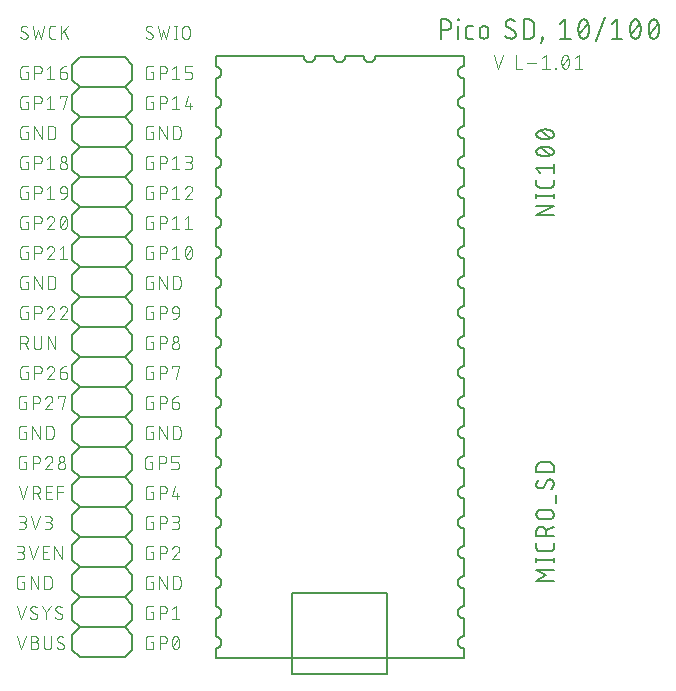
<source format=gbr>
G04 EAGLE Gerber RS-274X export*
G75*
%MOMM*%
%FSLAX34Y34*%
%LPD*%
%INSilkscreen Top*%
%IPPOS*%
%AMOC8*
5,1,8,0,0,1.08239X$1,22.5*%
G01*
%ADD10C,0.101600*%
%ADD11C,0.152400*%
%ADD12C,0.127000*%


D10*
X15967Y509827D02*
X17829Y509827D01*
X17829Y503619D01*
X14104Y503619D01*
X14104Y503618D02*
X14006Y503620D01*
X13909Y503626D01*
X13812Y503635D01*
X13715Y503649D01*
X13619Y503666D01*
X13524Y503687D01*
X13430Y503711D01*
X13336Y503740D01*
X13244Y503772D01*
X13153Y503807D01*
X13064Y503846D01*
X12976Y503889D01*
X12890Y503935D01*
X12806Y503984D01*
X12724Y504037D01*
X12644Y504092D01*
X12566Y504151D01*
X12491Y504213D01*
X12418Y504278D01*
X12348Y504346D01*
X12280Y504416D01*
X12215Y504489D01*
X12153Y504564D01*
X12094Y504642D01*
X12039Y504722D01*
X11986Y504804D01*
X11937Y504888D01*
X11891Y504974D01*
X11848Y505062D01*
X11809Y505151D01*
X11774Y505242D01*
X11742Y505334D01*
X11713Y505428D01*
X11689Y505522D01*
X11668Y505617D01*
X11651Y505713D01*
X11637Y505810D01*
X11628Y505907D01*
X11622Y506004D01*
X11620Y506102D01*
X11621Y506102D02*
X11621Y512311D01*
X11620Y512311D02*
X11622Y512409D01*
X11628Y512506D01*
X11637Y512603D01*
X11651Y512700D01*
X11668Y512796D01*
X11689Y512891D01*
X11713Y512985D01*
X11742Y513079D01*
X11774Y513171D01*
X11809Y513262D01*
X11848Y513351D01*
X11891Y513439D01*
X11937Y513525D01*
X11986Y513609D01*
X12039Y513691D01*
X12094Y513771D01*
X12153Y513849D01*
X12215Y513924D01*
X12280Y513997D01*
X12348Y514067D01*
X12418Y514135D01*
X12491Y514200D01*
X12566Y514262D01*
X12644Y514321D01*
X12724Y514376D01*
X12806Y514429D01*
X12890Y514478D01*
X12976Y514524D01*
X13064Y514567D01*
X13153Y514606D01*
X13244Y514641D01*
X13336Y514673D01*
X13430Y514702D01*
X13524Y514726D01*
X13619Y514747D01*
X13715Y514764D01*
X13812Y514778D01*
X13909Y514787D01*
X14006Y514793D01*
X14104Y514795D01*
X17829Y514795D01*
X23491Y514795D02*
X23491Y503619D01*
X23491Y514795D02*
X26595Y514795D01*
X26595Y514794D02*
X26706Y514792D01*
X26816Y514786D01*
X26927Y514776D01*
X27037Y514762D01*
X27146Y514745D01*
X27255Y514723D01*
X27363Y514698D01*
X27469Y514668D01*
X27575Y514635D01*
X27680Y514598D01*
X27783Y514558D01*
X27884Y514513D01*
X27984Y514466D01*
X28083Y514414D01*
X28179Y514359D01*
X28273Y514301D01*
X28365Y514240D01*
X28455Y514175D01*
X28543Y514107D01*
X28628Y514036D01*
X28710Y513962D01*
X28790Y513885D01*
X28867Y513805D01*
X28941Y513723D01*
X29012Y513638D01*
X29080Y513550D01*
X29145Y513460D01*
X29206Y513368D01*
X29264Y513274D01*
X29319Y513178D01*
X29371Y513079D01*
X29418Y512979D01*
X29463Y512878D01*
X29503Y512775D01*
X29540Y512670D01*
X29573Y512564D01*
X29603Y512458D01*
X29628Y512350D01*
X29650Y512241D01*
X29667Y512132D01*
X29681Y512022D01*
X29691Y511911D01*
X29697Y511801D01*
X29699Y511690D01*
X29697Y511579D01*
X29691Y511469D01*
X29681Y511358D01*
X29667Y511248D01*
X29650Y511139D01*
X29628Y511030D01*
X29603Y510922D01*
X29573Y510816D01*
X29540Y510710D01*
X29503Y510605D01*
X29463Y510502D01*
X29418Y510401D01*
X29371Y510301D01*
X29319Y510202D01*
X29264Y510106D01*
X29206Y510012D01*
X29145Y509920D01*
X29080Y509830D01*
X29012Y509742D01*
X28941Y509657D01*
X28867Y509575D01*
X28790Y509495D01*
X28710Y509418D01*
X28628Y509344D01*
X28543Y509273D01*
X28455Y509205D01*
X28365Y509140D01*
X28273Y509079D01*
X28179Y509021D01*
X28083Y508966D01*
X27984Y508914D01*
X27884Y508867D01*
X27783Y508822D01*
X27680Y508782D01*
X27575Y508745D01*
X27469Y508712D01*
X27363Y508682D01*
X27255Y508657D01*
X27146Y508635D01*
X27037Y508618D01*
X26927Y508604D01*
X26816Y508594D01*
X26706Y508588D01*
X26595Y508586D01*
X23491Y508586D01*
X33932Y512311D02*
X37036Y514795D01*
X37036Y503619D01*
X33932Y503619D02*
X40141Y503619D01*
X44905Y509827D02*
X48630Y509827D01*
X48630Y509828D02*
X48728Y509826D01*
X48825Y509820D01*
X48922Y509811D01*
X49019Y509797D01*
X49115Y509780D01*
X49210Y509759D01*
X49304Y509735D01*
X49398Y509706D01*
X49490Y509674D01*
X49581Y509639D01*
X49670Y509600D01*
X49758Y509557D01*
X49844Y509511D01*
X49928Y509462D01*
X50010Y509409D01*
X50090Y509354D01*
X50168Y509295D01*
X50243Y509233D01*
X50316Y509168D01*
X50386Y509100D01*
X50454Y509030D01*
X50519Y508957D01*
X50581Y508882D01*
X50640Y508804D01*
X50695Y508724D01*
X50748Y508642D01*
X50797Y508558D01*
X50843Y508472D01*
X50886Y508384D01*
X50925Y508295D01*
X50960Y508204D01*
X50992Y508112D01*
X51021Y508018D01*
X51045Y507924D01*
X51066Y507829D01*
X51083Y507733D01*
X51097Y507636D01*
X51106Y507539D01*
X51112Y507442D01*
X51114Y507344D01*
X51113Y507344D02*
X51113Y506723D01*
X51111Y506612D01*
X51105Y506502D01*
X51095Y506391D01*
X51081Y506281D01*
X51064Y506172D01*
X51042Y506063D01*
X51017Y505955D01*
X50987Y505849D01*
X50954Y505743D01*
X50917Y505638D01*
X50877Y505535D01*
X50832Y505434D01*
X50785Y505334D01*
X50733Y505235D01*
X50678Y505139D01*
X50620Y505045D01*
X50559Y504953D01*
X50494Y504863D01*
X50426Y504775D01*
X50355Y504690D01*
X50281Y504608D01*
X50204Y504528D01*
X50124Y504451D01*
X50042Y504377D01*
X49957Y504306D01*
X49869Y504238D01*
X49779Y504173D01*
X49687Y504112D01*
X49593Y504054D01*
X49497Y503999D01*
X49398Y503947D01*
X49298Y503900D01*
X49197Y503855D01*
X49094Y503815D01*
X48989Y503778D01*
X48883Y503745D01*
X48777Y503715D01*
X48669Y503690D01*
X48560Y503668D01*
X48451Y503651D01*
X48341Y503637D01*
X48230Y503627D01*
X48120Y503621D01*
X48009Y503619D01*
X47898Y503621D01*
X47788Y503627D01*
X47677Y503637D01*
X47567Y503651D01*
X47458Y503668D01*
X47349Y503690D01*
X47241Y503715D01*
X47135Y503745D01*
X47029Y503778D01*
X46924Y503815D01*
X46821Y503855D01*
X46720Y503900D01*
X46620Y503947D01*
X46521Y503999D01*
X46425Y504054D01*
X46331Y504112D01*
X46239Y504173D01*
X46149Y504238D01*
X46061Y504306D01*
X45976Y504377D01*
X45894Y504451D01*
X45814Y504528D01*
X45737Y504608D01*
X45663Y504690D01*
X45592Y504775D01*
X45524Y504863D01*
X45459Y504953D01*
X45398Y505045D01*
X45340Y505139D01*
X45285Y505235D01*
X45233Y505334D01*
X45186Y505434D01*
X45141Y505535D01*
X45101Y505638D01*
X45064Y505743D01*
X45031Y505849D01*
X45001Y505955D01*
X44976Y506063D01*
X44954Y506172D01*
X44937Y506281D01*
X44923Y506391D01*
X44913Y506502D01*
X44907Y506612D01*
X44905Y506723D01*
X44905Y509827D01*
X44907Y509966D01*
X44913Y510106D01*
X44923Y510244D01*
X44936Y510383D01*
X44954Y510521D01*
X44975Y510659D01*
X45000Y510796D01*
X45030Y510932D01*
X45062Y511068D01*
X45099Y511202D01*
X45140Y511335D01*
X45184Y511467D01*
X45232Y511598D01*
X45283Y511728D01*
X45338Y511856D01*
X45397Y511982D01*
X45459Y512107D01*
X45525Y512230D01*
X45594Y512351D01*
X45666Y512470D01*
X45742Y512587D01*
X45821Y512701D01*
X45903Y512814D01*
X45989Y512924D01*
X46077Y513032D01*
X46168Y513137D01*
X46263Y513239D01*
X46360Y513339D01*
X46460Y513436D01*
X46562Y513531D01*
X46667Y513622D01*
X46775Y513710D01*
X46885Y513796D01*
X46998Y513878D01*
X47112Y513957D01*
X47229Y514033D01*
X47348Y514105D01*
X47469Y514174D01*
X47592Y514240D01*
X47717Y514302D01*
X47843Y514361D01*
X47971Y514416D01*
X48101Y514467D01*
X48231Y514515D01*
X48364Y514559D01*
X48497Y514600D01*
X48631Y514637D01*
X48767Y514669D01*
X48903Y514699D01*
X49040Y514724D01*
X49178Y514745D01*
X49316Y514763D01*
X49454Y514776D01*
X49593Y514786D01*
X49733Y514792D01*
X49872Y514794D01*
X17829Y484427D02*
X15967Y484427D01*
X17829Y484427D02*
X17829Y478219D01*
X14104Y478219D01*
X14104Y478218D02*
X14006Y478220D01*
X13909Y478226D01*
X13812Y478235D01*
X13715Y478249D01*
X13619Y478266D01*
X13524Y478287D01*
X13430Y478311D01*
X13336Y478340D01*
X13244Y478372D01*
X13153Y478407D01*
X13064Y478446D01*
X12976Y478489D01*
X12890Y478535D01*
X12806Y478584D01*
X12724Y478637D01*
X12644Y478692D01*
X12566Y478751D01*
X12491Y478813D01*
X12418Y478878D01*
X12348Y478946D01*
X12280Y479016D01*
X12215Y479089D01*
X12153Y479164D01*
X12094Y479242D01*
X12039Y479322D01*
X11986Y479404D01*
X11937Y479488D01*
X11891Y479574D01*
X11848Y479662D01*
X11809Y479751D01*
X11774Y479842D01*
X11742Y479934D01*
X11713Y480028D01*
X11689Y480122D01*
X11668Y480217D01*
X11651Y480313D01*
X11637Y480410D01*
X11628Y480507D01*
X11622Y480604D01*
X11620Y480702D01*
X11621Y480702D02*
X11621Y486911D01*
X11620Y486911D02*
X11622Y487009D01*
X11628Y487106D01*
X11637Y487203D01*
X11651Y487300D01*
X11668Y487396D01*
X11689Y487491D01*
X11713Y487585D01*
X11742Y487679D01*
X11774Y487771D01*
X11809Y487862D01*
X11848Y487951D01*
X11891Y488039D01*
X11937Y488125D01*
X11986Y488209D01*
X12039Y488291D01*
X12094Y488371D01*
X12153Y488449D01*
X12215Y488524D01*
X12280Y488597D01*
X12348Y488667D01*
X12418Y488735D01*
X12491Y488800D01*
X12566Y488862D01*
X12644Y488921D01*
X12724Y488976D01*
X12806Y489029D01*
X12890Y489078D01*
X12976Y489124D01*
X13064Y489167D01*
X13153Y489206D01*
X13244Y489241D01*
X13336Y489273D01*
X13430Y489302D01*
X13524Y489326D01*
X13619Y489347D01*
X13715Y489364D01*
X13812Y489378D01*
X13909Y489387D01*
X14006Y489393D01*
X14104Y489395D01*
X17829Y489395D01*
X23491Y489395D02*
X23491Y478219D01*
X23491Y489395D02*
X26595Y489395D01*
X26595Y489394D02*
X26706Y489392D01*
X26816Y489386D01*
X26927Y489376D01*
X27037Y489362D01*
X27146Y489345D01*
X27255Y489323D01*
X27363Y489298D01*
X27469Y489268D01*
X27575Y489235D01*
X27680Y489198D01*
X27783Y489158D01*
X27884Y489113D01*
X27984Y489066D01*
X28083Y489014D01*
X28179Y488959D01*
X28273Y488901D01*
X28365Y488840D01*
X28455Y488775D01*
X28543Y488707D01*
X28628Y488636D01*
X28710Y488562D01*
X28790Y488485D01*
X28867Y488405D01*
X28941Y488323D01*
X29012Y488238D01*
X29080Y488150D01*
X29145Y488060D01*
X29206Y487968D01*
X29264Y487874D01*
X29319Y487778D01*
X29371Y487679D01*
X29418Y487579D01*
X29463Y487478D01*
X29503Y487375D01*
X29540Y487270D01*
X29573Y487164D01*
X29603Y487058D01*
X29628Y486950D01*
X29650Y486841D01*
X29667Y486732D01*
X29681Y486622D01*
X29691Y486511D01*
X29697Y486401D01*
X29699Y486290D01*
X29697Y486179D01*
X29691Y486069D01*
X29681Y485958D01*
X29667Y485848D01*
X29650Y485739D01*
X29628Y485630D01*
X29603Y485522D01*
X29573Y485416D01*
X29540Y485310D01*
X29503Y485205D01*
X29463Y485102D01*
X29418Y485001D01*
X29371Y484901D01*
X29319Y484802D01*
X29264Y484706D01*
X29206Y484612D01*
X29145Y484520D01*
X29080Y484430D01*
X29012Y484342D01*
X28941Y484257D01*
X28867Y484175D01*
X28790Y484095D01*
X28710Y484018D01*
X28628Y483944D01*
X28543Y483873D01*
X28455Y483805D01*
X28365Y483740D01*
X28273Y483679D01*
X28179Y483621D01*
X28083Y483566D01*
X27984Y483514D01*
X27884Y483467D01*
X27783Y483422D01*
X27680Y483382D01*
X27575Y483345D01*
X27469Y483312D01*
X27363Y483282D01*
X27255Y483257D01*
X27146Y483235D01*
X27037Y483218D01*
X26927Y483204D01*
X26816Y483194D01*
X26706Y483188D01*
X26595Y483186D01*
X23491Y483186D01*
X33932Y486911D02*
X37036Y489395D01*
X37036Y478219D01*
X33932Y478219D02*
X40141Y478219D01*
X44905Y488153D02*
X44905Y489395D01*
X51113Y489395D01*
X48009Y478219D01*
X17829Y459027D02*
X15967Y459027D01*
X17829Y459027D02*
X17829Y452819D01*
X14104Y452819D01*
X14104Y452818D02*
X14006Y452820D01*
X13909Y452826D01*
X13812Y452835D01*
X13715Y452849D01*
X13619Y452866D01*
X13524Y452887D01*
X13430Y452911D01*
X13336Y452940D01*
X13244Y452972D01*
X13153Y453007D01*
X13064Y453046D01*
X12976Y453089D01*
X12890Y453135D01*
X12806Y453184D01*
X12724Y453237D01*
X12644Y453292D01*
X12566Y453351D01*
X12491Y453413D01*
X12418Y453478D01*
X12348Y453546D01*
X12280Y453616D01*
X12215Y453689D01*
X12153Y453764D01*
X12094Y453842D01*
X12039Y453922D01*
X11986Y454004D01*
X11937Y454088D01*
X11891Y454174D01*
X11848Y454262D01*
X11809Y454351D01*
X11774Y454442D01*
X11742Y454534D01*
X11713Y454628D01*
X11689Y454722D01*
X11668Y454817D01*
X11651Y454913D01*
X11637Y455010D01*
X11628Y455107D01*
X11622Y455204D01*
X11620Y455302D01*
X11621Y455302D02*
X11621Y461511D01*
X11620Y461511D02*
X11622Y461609D01*
X11628Y461706D01*
X11637Y461803D01*
X11651Y461900D01*
X11668Y461996D01*
X11689Y462091D01*
X11713Y462185D01*
X11742Y462279D01*
X11774Y462371D01*
X11809Y462462D01*
X11848Y462551D01*
X11891Y462639D01*
X11937Y462725D01*
X11986Y462809D01*
X12039Y462891D01*
X12094Y462971D01*
X12153Y463049D01*
X12215Y463124D01*
X12280Y463197D01*
X12348Y463267D01*
X12418Y463335D01*
X12491Y463400D01*
X12566Y463462D01*
X12644Y463521D01*
X12724Y463576D01*
X12806Y463629D01*
X12890Y463678D01*
X12976Y463724D01*
X13064Y463767D01*
X13153Y463806D01*
X13244Y463841D01*
X13336Y463873D01*
X13430Y463902D01*
X13524Y463926D01*
X13619Y463947D01*
X13715Y463964D01*
X13812Y463978D01*
X13909Y463987D01*
X14006Y463993D01*
X14104Y463995D01*
X17829Y463995D01*
X23325Y463995D02*
X23325Y452819D01*
X29534Y452819D02*
X23325Y463995D01*
X29534Y463995D02*
X29534Y452819D01*
X35029Y452819D02*
X35029Y463995D01*
X38134Y463995D01*
X38134Y463994D02*
X38245Y463992D01*
X38355Y463986D01*
X38466Y463976D01*
X38576Y463962D01*
X38685Y463945D01*
X38794Y463923D01*
X38902Y463898D01*
X39008Y463868D01*
X39114Y463835D01*
X39219Y463798D01*
X39322Y463758D01*
X39423Y463713D01*
X39523Y463666D01*
X39622Y463614D01*
X39718Y463559D01*
X39812Y463501D01*
X39904Y463440D01*
X39994Y463375D01*
X40082Y463307D01*
X40167Y463236D01*
X40249Y463162D01*
X40329Y463085D01*
X40406Y463005D01*
X40480Y462923D01*
X40551Y462838D01*
X40619Y462750D01*
X40684Y462660D01*
X40745Y462568D01*
X40803Y462474D01*
X40858Y462378D01*
X40910Y462279D01*
X40957Y462179D01*
X41002Y462078D01*
X41042Y461975D01*
X41079Y461870D01*
X41112Y461764D01*
X41142Y461658D01*
X41167Y461550D01*
X41189Y461441D01*
X41206Y461332D01*
X41220Y461222D01*
X41230Y461111D01*
X41236Y461001D01*
X41238Y460890D01*
X41238Y455923D01*
X41236Y455812D01*
X41230Y455702D01*
X41220Y455591D01*
X41206Y455481D01*
X41189Y455372D01*
X41167Y455263D01*
X41142Y455155D01*
X41112Y455049D01*
X41079Y454943D01*
X41042Y454838D01*
X41002Y454735D01*
X40957Y454634D01*
X40910Y454534D01*
X40858Y454435D01*
X40803Y454339D01*
X40745Y454245D01*
X40684Y454153D01*
X40619Y454063D01*
X40551Y453975D01*
X40480Y453890D01*
X40406Y453808D01*
X40329Y453728D01*
X40249Y453651D01*
X40167Y453577D01*
X40082Y453506D01*
X39994Y453438D01*
X39904Y453373D01*
X39812Y453312D01*
X39718Y453254D01*
X39622Y453199D01*
X39523Y453147D01*
X39423Y453100D01*
X39322Y453055D01*
X39219Y453015D01*
X39114Y452978D01*
X39008Y452945D01*
X38902Y452915D01*
X38794Y452890D01*
X38685Y452868D01*
X38576Y452851D01*
X38466Y452837D01*
X38355Y452827D01*
X38245Y452821D01*
X38134Y452819D01*
X35029Y452819D01*
X17829Y433627D02*
X15967Y433627D01*
X17829Y433627D02*
X17829Y427419D01*
X14104Y427419D01*
X14104Y427418D02*
X14006Y427420D01*
X13909Y427426D01*
X13812Y427435D01*
X13715Y427449D01*
X13619Y427466D01*
X13524Y427487D01*
X13430Y427511D01*
X13336Y427540D01*
X13244Y427572D01*
X13153Y427607D01*
X13064Y427646D01*
X12976Y427689D01*
X12890Y427735D01*
X12806Y427784D01*
X12724Y427837D01*
X12644Y427892D01*
X12566Y427951D01*
X12491Y428013D01*
X12418Y428078D01*
X12348Y428146D01*
X12280Y428216D01*
X12215Y428289D01*
X12153Y428364D01*
X12094Y428442D01*
X12039Y428522D01*
X11986Y428604D01*
X11937Y428688D01*
X11891Y428774D01*
X11848Y428862D01*
X11809Y428951D01*
X11774Y429042D01*
X11742Y429134D01*
X11713Y429228D01*
X11689Y429322D01*
X11668Y429417D01*
X11651Y429513D01*
X11637Y429610D01*
X11628Y429707D01*
X11622Y429804D01*
X11620Y429902D01*
X11621Y429902D02*
X11621Y436111D01*
X11620Y436111D02*
X11622Y436209D01*
X11628Y436306D01*
X11637Y436403D01*
X11651Y436500D01*
X11668Y436596D01*
X11689Y436691D01*
X11713Y436785D01*
X11742Y436879D01*
X11774Y436971D01*
X11809Y437062D01*
X11848Y437151D01*
X11891Y437239D01*
X11937Y437325D01*
X11986Y437409D01*
X12039Y437491D01*
X12094Y437571D01*
X12153Y437649D01*
X12215Y437724D01*
X12280Y437797D01*
X12348Y437867D01*
X12418Y437935D01*
X12491Y438000D01*
X12566Y438062D01*
X12644Y438121D01*
X12724Y438176D01*
X12806Y438229D01*
X12890Y438278D01*
X12976Y438324D01*
X13064Y438367D01*
X13153Y438406D01*
X13244Y438441D01*
X13336Y438473D01*
X13430Y438502D01*
X13524Y438526D01*
X13619Y438547D01*
X13715Y438564D01*
X13812Y438578D01*
X13909Y438587D01*
X14006Y438593D01*
X14104Y438595D01*
X17829Y438595D01*
X23491Y438595D02*
X23491Y427419D01*
X23491Y438595D02*
X26595Y438595D01*
X26595Y438594D02*
X26706Y438592D01*
X26816Y438586D01*
X26927Y438576D01*
X27037Y438562D01*
X27146Y438545D01*
X27255Y438523D01*
X27363Y438498D01*
X27469Y438468D01*
X27575Y438435D01*
X27680Y438398D01*
X27783Y438358D01*
X27884Y438313D01*
X27984Y438266D01*
X28083Y438214D01*
X28179Y438159D01*
X28273Y438101D01*
X28365Y438040D01*
X28455Y437975D01*
X28543Y437907D01*
X28628Y437836D01*
X28710Y437762D01*
X28790Y437685D01*
X28867Y437605D01*
X28941Y437523D01*
X29012Y437438D01*
X29080Y437350D01*
X29145Y437260D01*
X29206Y437168D01*
X29264Y437074D01*
X29319Y436978D01*
X29371Y436879D01*
X29418Y436779D01*
X29463Y436678D01*
X29503Y436575D01*
X29540Y436470D01*
X29573Y436364D01*
X29603Y436258D01*
X29628Y436150D01*
X29650Y436041D01*
X29667Y435932D01*
X29681Y435822D01*
X29691Y435711D01*
X29697Y435601D01*
X29699Y435490D01*
X29697Y435379D01*
X29691Y435269D01*
X29681Y435158D01*
X29667Y435048D01*
X29650Y434939D01*
X29628Y434830D01*
X29603Y434722D01*
X29573Y434616D01*
X29540Y434510D01*
X29503Y434405D01*
X29463Y434302D01*
X29418Y434201D01*
X29371Y434101D01*
X29319Y434002D01*
X29264Y433906D01*
X29206Y433812D01*
X29145Y433720D01*
X29080Y433630D01*
X29012Y433542D01*
X28941Y433457D01*
X28867Y433375D01*
X28790Y433295D01*
X28710Y433218D01*
X28628Y433144D01*
X28543Y433073D01*
X28455Y433005D01*
X28365Y432940D01*
X28273Y432879D01*
X28179Y432821D01*
X28083Y432766D01*
X27984Y432714D01*
X27884Y432667D01*
X27783Y432622D01*
X27680Y432582D01*
X27575Y432545D01*
X27469Y432512D01*
X27363Y432482D01*
X27255Y432457D01*
X27146Y432435D01*
X27037Y432418D01*
X26927Y432404D01*
X26816Y432394D01*
X26706Y432388D01*
X26595Y432386D01*
X23491Y432386D01*
X33932Y436111D02*
X37036Y438595D01*
X37036Y427419D01*
X33932Y427419D02*
X40141Y427419D01*
X44905Y430523D02*
X44907Y430634D01*
X44913Y430744D01*
X44923Y430855D01*
X44937Y430965D01*
X44954Y431074D01*
X44976Y431183D01*
X45001Y431291D01*
X45031Y431397D01*
X45064Y431503D01*
X45101Y431608D01*
X45141Y431711D01*
X45186Y431812D01*
X45233Y431912D01*
X45285Y432011D01*
X45340Y432107D01*
X45398Y432201D01*
X45459Y432293D01*
X45524Y432383D01*
X45592Y432471D01*
X45663Y432556D01*
X45737Y432638D01*
X45814Y432718D01*
X45894Y432795D01*
X45976Y432869D01*
X46061Y432940D01*
X46149Y433008D01*
X46239Y433073D01*
X46331Y433134D01*
X46425Y433192D01*
X46521Y433247D01*
X46620Y433299D01*
X46720Y433346D01*
X46821Y433391D01*
X46924Y433431D01*
X47029Y433468D01*
X47135Y433501D01*
X47241Y433531D01*
X47349Y433556D01*
X47458Y433578D01*
X47567Y433595D01*
X47677Y433609D01*
X47788Y433619D01*
X47898Y433625D01*
X48009Y433627D01*
X48120Y433625D01*
X48230Y433619D01*
X48341Y433609D01*
X48451Y433595D01*
X48560Y433578D01*
X48669Y433556D01*
X48777Y433531D01*
X48883Y433501D01*
X48989Y433468D01*
X49094Y433431D01*
X49197Y433391D01*
X49298Y433346D01*
X49398Y433299D01*
X49497Y433247D01*
X49593Y433192D01*
X49687Y433134D01*
X49779Y433073D01*
X49869Y433008D01*
X49957Y432940D01*
X50042Y432869D01*
X50124Y432795D01*
X50204Y432718D01*
X50281Y432638D01*
X50355Y432556D01*
X50426Y432471D01*
X50494Y432383D01*
X50559Y432293D01*
X50620Y432201D01*
X50678Y432107D01*
X50733Y432011D01*
X50785Y431912D01*
X50832Y431812D01*
X50877Y431711D01*
X50917Y431608D01*
X50954Y431503D01*
X50987Y431397D01*
X51017Y431291D01*
X51042Y431183D01*
X51064Y431074D01*
X51081Y430965D01*
X51095Y430855D01*
X51105Y430744D01*
X51111Y430634D01*
X51113Y430523D01*
X51111Y430412D01*
X51105Y430302D01*
X51095Y430191D01*
X51081Y430081D01*
X51064Y429972D01*
X51042Y429863D01*
X51017Y429755D01*
X50987Y429649D01*
X50954Y429543D01*
X50917Y429438D01*
X50877Y429335D01*
X50832Y429234D01*
X50785Y429134D01*
X50733Y429035D01*
X50678Y428939D01*
X50620Y428845D01*
X50559Y428753D01*
X50494Y428663D01*
X50426Y428575D01*
X50355Y428490D01*
X50281Y428408D01*
X50204Y428328D01*
X50124Y428251D01*
X50042Y428177D01*
X49957Y428106D01*
X49869Y428038D01*
X49779Y427973D01*
X49687Y427912D01*
X49593Y427854D01*
X49497Y427799D01*
X49398Y427747D01*
X49298Y427700D01*
X49197Y427655D01*
X49094Y427615D01*
X48989Y427578D01*
X48883Y427545D01*
X48777Y427515D01*
X48669Y427490D01*
X48560Y427468D01*
X48451Y427451D01*
X48341Y427437D01*
X48230Y427427D01*
X48120Y427421D01*
X48009Y427419D01*
X47898Y427421D01*
X47788Y427427D01*
X47677Y427437D01*
X47567Y427451D01*
X47458Y427468D01*
X47349Y427490D01*
X47241Y427515D01*
X47135Y427545D01*
X47029Y427578D01*
X46924Y427615D01*
X46821Y427655D01*
X46720Y427700D01*
X46620Y427747D01*
X46521Y427799D01*
X46425Y427854D01*
X46331Y427912D01*
X46239Y427973D01*
X46149Y428038D01*
X46061Y428106D01*
X45976Y428177D01*
X45894Y428251D01*
X45814Y428328D01*
X45737Y428408D01*
X45663Y428490D01*
X45592Y428575D01*
X45524Y428663D01*
X45459Y428753D01*
X45398Y428845D01*
X45340Y428939D01*
X45285Y429035D01*
X45233Y429134D01*
X45186Y429234D01*
X45141Y429335D01*
X45101Y429438D01*
X45064Y429543D01*
X45031Y429649D01*
X45001Y429755D01*
X44976Y429863D01*
X44954Y429972D01*
X44937Y430081D01*
X44923Y430191D01*
X44913Y430302D01*
X44907Y430412D01*
X44905Y430523D01*
X45525Y436111D02*
X45527Y436210D01*
X45533Y436308D01*
X45543Y436407D01*
X45556Y436504D01*
X45574Y436602D01*
X45595Y436698D01*
X45621Y436794D01*
X45650Y436888D01*
X45682Y436981D01*
X45719Y437073D01*
X45759Y437163D01*
X45803Y437252D01*
X45850Y437339D01*
X45900Y437424D01*
X45954Y437506D01*
X46011Y437587D01*
X46071Y437665D01*
X46135Y437741D01*
X46201Y437814D01*
X46270Y437885D01*
X46342Y437953D01*
X46417Y438017D01*
X46494Y438079D01*
X46573Y438138D01*
X46655Y438193D01*
X46739Y438246D01*
X46824Y438294D01*
X46912Y438340D01*
X47002Y438382D01*
X47093Y438420D01*
X47185Y438454D01*
X47279Y438485D01*
X47374Y438512D01*
X47470Y438536D01*
X47567Y438555D01*
X47664Y438571D01*
X47762Y438583D01*
X47861Y438591D01*
X47960Y438595D01*
X48058Y438595D01*
X48157Y438591D01*
X48256Y438583D01*
X48354Y438571D01*
X48451Y438555D01*
X48548Y438536D01*
X48644Y438512D01*
X48739Y438485D01*
X48833Y438454D01*
X48925Y438420D01*
X49016Y438382D01*
X49106Y438340D01*
X49194Y438294D01*
X49279Y438246D01*
X49363Y438193D01*
X49445Y438138D01*
X49524Y438079D01*
X49601Y438017D01*
X49676Y437953D01*
X49748Y437885D01*
X49817Y437814D01*
X49883Y437741D01*
X49947Y437665D01*
X50007Y437587D01*
X50064Y437506D01*
X50118Y437424D01*
X50168Y437339D01*
X50215Y437252D01*
X50259Y437163D01*
X50299Y437073D01*
X50336Y436981D01*
X50368Y436888D01*
X50397Y436794D01*
X50423Y436698D01*
X50444Y436602D01*
X50462Y436504D01*
X50475Y436407D01*
X50485Y436308D01*
X50491Y436210D01*
X50493Y436111D01*
X50491Y436012D01*
X50485Y435914D01*
X50475Y435815D01*
X50462Y435718D01*
X50444Y435620D01*
X50423Y435524D01*
X50397Y435428D01*
X50368Y435334D01*
X50336Y435241D01*
X50299Y435149D01*
X50259Y435059D01*
X50215Y434970D01*
X50168Y434883D01*
X50118Y434798D01*
X50064Y434716D01*
X50007Y434635D01*
X49947Y434557D01*
X49883Y434481D01*
X49817Y434408D01*
X49748Y434337D01*
X49676Y434269D01*
X49601Y434205D01*
X49524Y434143D01*
X49445Y434084D01*
X49363Y434029D01*
X49279Y433976D01*
X49194Y433928D01*
X49106Y433882D01*
X49016Y433840D01*
X48925Y433802D01*
X48833Y433768D01*
X48739Y433737D01*
X48644Y433710D01*
X48548Y433686D01*
X48451Y433667D01*
X48354Y433651D01*
X48256Y433639D01*
X48157Y433631D01*
X48058Y433627D01*
X47960Y433627D01*
X47861Y433631D01*
X47762Y433639D01*
X47664Y433651D01*
X47567Y433667D01*
X47470Y433686D01*
X47374Y433710D01*
X47279Y433737D01*
X47185Y433768D01*
X47093Y433802D01*
X47002Y433840D01*
X46912Y433882D01*
X46824Y433928D01*
X46739Y433976D01*
X46655Y434029D01*
X46573Y434084D01*
X46494Y434143D01*
X46417Y434205D01*
X46342Y434269D01*
X46270Y434337D01*
X46201Y434408D01*
X46135Y434481D01*
X46071Y434557D01*
X46011Y434635D01*
X45954Y434716D01*
X45900Y434798D01*
X45850Y434883D01*
X45803Y434970D01*
X45759Y435059D01*
X45719Y435149D01*
X45682Y435241D01*
X45650Y435334D01*
X45621Y435428D01*
X45595Y435524D01*
X45574Y435620D01*
X45556Y435718D01*
X45543Y435815D01*
X45533Y435914D01*
X45527Y436012D01*
X45525Y436111D01*
X17829Y408227D02*
X15967Y408227D01*
X17829Y408227D02*
X17829Y402019D01*
X14104Y402019D01*
X14104Y402018D02*
X14006Y402020D01*
X13909Y402026D01*
X13812Y402035D01*
X13715Y402049D01*
X13619Y402066D01*
X13524Y402087D01*
X13430Y402111D01*
X13336Y402140D01*
X13244Y402172D01*
X13153Y402207D01*
X13064Y402246D01*
X12976Y402289D01*
X12890Y402335D01*
X12806Y402384D01*
X12724Y402437D01*
X12644Y402492D01*
X12566Y402551D01*
X12491Y402613D01*
X12418Y402678D01*
X12348Y402746D01*
X12280Y402816D01*
X12215Y402889D01*
X12153Y402964D01*
X12094Y403042D01*
X12039Y403122D01*
X11986Y403204D01*
X11937Y403288D01*
X11891Y403374D01*
X11848Y403462D01*
X11809Y403551D01*
X11774Y403642D01*
X11742Y403734D01*
X11713Y403828D01*
X11689Y403922D01*
X11668Y404017D01*
X11651Y404113D01*
X11637Y404210D01*
X11628Y404307D01*
X11622Y404404D01*
X11620Y404502D01*
X11621Y404502D02*
X11621Y410711D01*
X11620Y410711D02*
X11622Y410809D01*
X11628Y410906D01*
X11637Y411003D01*
X11651Y411100D01*
X11668Y411196D01*
X11689Y411291D01*
X11713Y411385D01*
X11742Y411479D01*
X11774Y411571D01*
X11809Y411662D01*
X11848Y411751D01*
X11891Y411839D01*
X11937Y411925D01*
X11986Y412009D01*
X12039Y412091D01*
X12094Y412171D01*
X12153Y412249D01*
X12215Y412324D01*
X12280Y412397D01*
X12348Y412467D01*
X12418Y412535D01*
X12491Y412600D01*
X12566Y412662D01*
X12644Y412721D01*
X12724Y412776D01*
X12806Y412829D01*
X12890Y412878D01*
X12976Y412924D01*
X13064Y412967D01*
X13153Y413006D01*
X13244Y413041D01*
X13336Y413073D01*
X13430Y413102D01*
X13524Y413126D01*
X13619Y413147D01*
X13715Y413164D01*
X13812Y413178D01*
X13909Y413187D01*
X14006Y413193D01*
X14104Y413195D01*
X17829Y413195D01*
X23491Y413195D02*
X23491Y402019D01*
X23491Y413195D02*
X26595Y413195D01*
X26595Y413194D02*
X26706Y413192D01*
X26816Y413186D01*
X26927Y413176D01*
X27037Y413162D01*
X27146Y413145D01*
X27255Y413123D01*
X27363Y413098D01*
X27469Y413068D01*
X27575Y413035D01*
X27680Y412998D01*
X27783Y412958D01*
X27884Y412913D01*
X27984Y412866D01*
X28083Y412814D01*
X28179Y412759D01*
X28273Y412701D01*
X28365Y412640D01*
X28455Y412575D01*
X28543Y412507D01*
X28628Y412436D01*
X28710Y412362D01*
X28790Y412285D01*
X28867Y412205D01*
X28941Y412123D01*
X29012Y412038D01*
X29080Y411950D01*
X29145Y411860D01*
X29206Y411768D01*
X29264Y411674D01*
X29319Y411578D01*
X29371Y411479D01*
X29418Y411379D01*
X29463Y411278D01*
X29503Y411175D01*
X29540Y411070D01*
X29573Y410964D01*
X29603Y410858D01*
X29628Y410750D01*
X29650Y410641D01*
X29667Y410532D01*
X29681Y410422D01*
X29691Y410311D01*
X29697Y410201D01*
X29699Y410090D01*
X29697Y409979D01*
X29691Y409869D01*
X29681Y409758D01*
X29667Y409648D01*
X29650Y409539D01*
X29628Y409430D01*
X29603Y409322D01*
X29573Y409216D01*
X29540Y409110D01*
X29503Y409005D01*
X29463Y408902D01*
X29418Y408801D01*
X29371Y408701D01*
X29319Y408602D01*
X29264Y408506D01*
X29206Y408412D01*
X29145Y408320D01*
X29080Y408230D01*
X29012Y408142D01*
X28941Y408057D01*
X28867Y407975D01*
X28790Y407895D01*
X28710Y407818D01*
X28628Y407744D01*
X28543Y407673D01*
X28455Y407605D01*
X28365Y407540D01*
X28273Y407479D01*
X28179Y407421D01*
X28083Y407366D01*
X27984Y407314D01*
X27884Y407267D01*
X27783Y407222D01*
X27680Y407182D01*
X27575Y407145D01*
X27469Y407112D01*
X27363Y407082D01*
X27255Y407057D01*
X27146Y407035D01*
X27037Y407018D01*
X26927Y407004D01*
X26816Y406994D01*
X26706Y406988D01*
X26595Y406986D01*
X23491Y406986D01*
X33932Y410711D02*
X37036Y413195D01*
X37036Y402019D01*
X33932Y402019D02*
X40141Y402019D01*
X47388Y406986D02*
X51113Y406986D01*
X47388Y406985D02*
X47290Y406987D01*
X47193Y406993D01*
X47096Y407002D01*
X46999Y407016D01*
X46903Y407033D01*
X46808Y407054D01*
X46714Y407078D01*
X46620Y407107D01*
X46528Y407139D01*
X46437Y407174D01*
X46348Y407213D01*
X46260Y407256D01*
X46174Y407302D01*
X46090Y407351D01*
X46008Y407404D01*
X45928Y407459D01*
X45850Y407518D01*
X45775Y407580D01*
X45702Y407645D01*
X45632Y407713D01*
X45564Y407783D01*
X45499Y407856D01*
X45437Y407931D01*
X45378Y408009D01*
X45323Y408089D01*
X45270Y408171D01*
X45221Y408255D01*
X45175Y408341D01*
X45132Y408429D01*
X45093Y408518D01*
X45058Y408609D01*
X45026Y408701D01*
X44997Y408795D01*
X44973Y408889D01*
X44952Y408984D01*
X44935Y409080D01*
X44921Y409177D01*
X44912Y409274D01*
X44906Y409371D01*
X44904Y409469D01*
X44905Y409469D02*
X44905Y410090D01*
X44907Y410201D01*
X44913Y410311D01*
X44923Y410422D01*
X44937Y410532D01*
X44954Y410641D01*
X44976Y410750D01*
X45001Y410858D01*
X45031Y410964D01*
X45064Y411070D01*
X45101Y411175D01*
X45141Y411278D01*
X45186Y411379D01*
X45233Y411479D01*
X45285Y411578D01*
X45340Y411674D01*
X45398Y411768D01*
X45459Y411860D01*
X45524Y411950D01*
X45592Y412038D01*
X45663Y412123D01*
X45737Y412205D01*
X45814Y412285D01*
X45894Y412362D01*
X45976Y412436D01*
X46061Y412507D01*
X46149Y412575D01*
X46239Y412640D01*
X46331Y412701D01*
X46425Y412759D01*
X46521Y412814D01*
X46620Y412866D01*
X46720Y412913D01*
X46821Y412958D01*
X46924Y412998D01*
X47029Y413035D01*
X47135Y413068D01*
X47241Y413098D01*
X47349Y413123D01*
X47458Y413145D01*
X47567Y413162D01*
X47677Y413176D01*
X47788Y413186D01*
X47898Y413192D01*
X48009Y413194D01*
X48120Y413192D01*
X48230Y413186D01*
X48341Y413176D01*
X48451Y413162D01*
X48560Y413145D01*
X48669Y413123D01*
X48777Y413098D01*
X48883Y413068D01*
X48989Y413035D01*
X49094Y412998D01*
X49197Y412958D01*
X49298Y412913D01*
X49398Y412866D01*
X49497Y412814D01*
X49593Y412759D01*
X49687Y412701D01*
X49779Y412640D01*
X49869Y412575D01*
X49957Y412507D01*
X50042Y412436D01*
X50124Y412362D01*
X50204Y412285D01*
X50281Y412205D01*
X50355Y412123D01*
X50426Y412038D01*
X50494Y411950D01*
X50559Y411860D01*
X50620Y411768D01*
X50678Y411674D01*
X50733Y411578D01*
X50785Y411479D01*
X50832Y411379D01*
X50877Y411278D01*
X50917Y411175D01*
X50954Y411070D01*
X50987Y410964D01*
X51017Y410858D01*
X51042Y410750D01*
X51064Y410641D01*
X51081Y410532D01*
X51095Y410422D01*
X51105Y410311D01*
X51111Y410201D01*
X51113Y410090D01*
X51113Y406986D01*
X51111Y406847D01*
X51105Y406707D01*
X51095Y406569D01*
X51082Y406430D01*
X51064Y406292D01*
X51043Y406154D01*
X51018Y406017D01*
X50988Y405881D01*
X50956Y405745D01*
X50919Y405611D01*
X50878Y405478D01*
X50834Y405345D01*
X50786Y405215D01*
X50735Y405085D01*
X50680Y404957D01*
X50621Y404831D01*
X50559Y404706D01*
X50493Y404583D01*
X50424Y404462D01*
X50352Y404343D01*
X50276Y404226D01*
X50197Y404112D01*
X50115Y403999D01*
X50029Y403889D01*
X49941Y403781D01*
X49850Y403676D01*
X49755Y403574D01*
X49658Y403474D01*
X49558Y403377D01*
X49456Y403282D01*
X49351Y403191D01*
X49243Y403103D01*
X49133Y403017D01*
X49020Y402935D01*
X48906Y402856D01*
X48789Y402780D01*
X48670Y402708D01*
X48549Y402639D01*
X48426Y402573D01*
X48301Y402511D01*
X48175Y402452D01*
X48047Y402397D01*
X47917Y402346D01*
X47786Y402298D01*
X47654Y402254D01*
X47521Y402213D01*
X47387Y402176D01*
X47251Y402144D01*
X47115Y402114D01*
X46978Y402089D01*
X46840Y402068D01*
X46702Y402050D01*
X46563Y402037D01*
X46424Y402027D01*
X46285Y402021D01*
X46146Y402019D01*
X17829Y382827D02*
X15967Y382827D01*
X17829Y382827D02*
X17829Y376619D01*
X14104Y376619D01*
X14104Y376618D02*
X14006Y376620D01*
X13909Y376626D01*
X13812Y376635D01*
X13715Y376649D01*
X13619Y376666D01*
X13524Y376687D01*
X13430Y376711D01*
X13336Y376740D01*
X13244Y376772D01*
X13153Y376807D01*
X13064Y376846D01*
X12976Y376889D01*
X12890Y376935D01*
X12806Y376984D01*
X12724Y377037D01*
X12644Y377092D01*
X12566Y377151D01*
X12491Y377213D01*
X12418Y377278D01*
X12348Y377346D01*
X12280Y377416D01*
X12215Y377489D01*
X12153Y377564D01*
X12094Y377642D01*
X12039Y377722D01*
X11986Y377804D01*
X11937Y377888D01*
X11891Y377974D01*
X11848Y378062D01*
X11809Y378151D01*
X11774Y378242D01*
X11742Y378334D01*
X11713Y378428D01*
X11689Y378522D01*
X11668Y378617D01*
X11651Y378713D01*
X11637Y378810D01*
X11628Y378907D01*
X11622Y379004D01*
X11620Y379102D01*
X11621Y379102D02*
X11621Y385311D01*
X11620Y385311D02*
X11622Y385409D01*
X11628Y385506D01*
X11637Y385603D01*
X11651Y385700D01*
X11668Y385796D01*
X11689Y385891D01*
X11713Y385985D01*
X11742Y386079D01*
X11774Y386171D01*
X11809Y386262D01*
X11848Y386351D01*
X11891Y386439D01*
X11937Y386525D01*
X11986Y386609D01*
X12039Y386691D01*
X12094Y386771D01*
X12153Y386849D01*
X12215Y386924D01*
X12280Y386997D01*
X12348Y387067D01*
X12418Y387135D01*
X12491Y387200D01*
X12566Y387262D01*
X12644Y387321D01*
X12724Y387376D01*
X12806Y387429D01*
X12890Y387478D01*
X12976Y387524D01*
X13064Y387567D01*
X13153Y387606D01*
X13244Y387641D01*
X13336Y387673D01*
X13430Y387702D01*
X13524Y387726D01*
X13619Y387747D01*
X13715Y387764D01*
X13812Y387778D01*
X13909Y387787D01*
X14006Y387793D01*
X14104Y387795D01*
X17829Y387795D01*
X23491Y387795D02*
X23491Y376619D01*
X23491Y387795D02*
X26595Y387795D01*
X26595Y387794D02*
X26706Y387792D01*
X26816Y387786D01*
X26927Y387776D01*
X27037Y387762D01*
X27146Y387745D01*
X27255Y387723D01*
X27363Y387698D01*
X27469Y387668D01*
X27575Y387635D01*
X27680Y387598D01*
X27783Y387558D01*
X27884Y387513D01*
X27984Y387466D01*
X28083Y387414D01*
X28179Y387359D01*
X28273Y387301D01*
X28365Y387240D01*
X28455Y387175D01*
X28543Y387107D01*
X28628Y387036D01*
X28710Y386962D01*
X28790Y386885D01*
X28867Y386805D01*
X28941Y386723D01*
X29012Y386638D01*
X29080Y386550D01*
X29145Y386460D01*
X29206Y386368D01*
X29264Y386274D01*
X29319Y386178D01*
X29371Y386079D01*
X29418Y385979D01*
X29463Y385878D01*
X29503Y385775D01*
X29540Y385670D01*
X29573Y385564D01*
X29603Y385458D01*
X29628Y385350D01*
X29650Y385241D01*
X29667Y385132D01*
X29681Y385022D01*
X29691Y384911D01*
X29697Y384801D01*
X29699Y384690D01*
X29697Y384579D01*
X29691Y384469D01*
X29681Y384358D01*
X29667Y384248D01*
X29650Y384139D01*
X29628Y384030D01*
X29603Y383922D01*
X29573Y383816D01*
X29540Y383710D01*
X29503Y383605D01*
X29463Y383502D01*
X29418Y383401D01*
X29371Y383301D01*
X29319Y383202D01*
X29264Y383106D01*
X29206Y383012D01*
X29145Y382920D01*
X29080Y382830D01*
X29012Y382742D01*
X28941Y382657D01*
X28867Y382575D01*
X28790Y382495D01*
X28710Y382418D01*
X28628Y382344D01*
X28543Y382273D01*
X28455Y382205D01*
X28365Y382140D01*
X28273Y382079D01*
X28179Y382021D01*
X28083Y381966D01*
X27984Y381914D01*
X27884Y381867D01*
X27783Y381822D01*
X27680Y381782D01*
X27575Y381745D01*
X27469Y381712D01*
X27363Y381682D01*
X27255Y381657D01*
X27146Y381635D01*
X27037Y381618D01*
X26927Y381604D01*
X26816Y381594D01*
X26706Y381588D01*
X26595Y381586D01*
X23491Y381586D01*
X37347Y387795D02*
X37451Y387793D01*
X37556Y387787D01*
X37660Y387777D01*
X37763Y387764D01*
X37866Y387746D01*
X37969Y387725D01*
X38070Y387700D01*
X38171Y387671D01*
X38270Y387638D01*
X38368Y387602D01*
X38464Y387562D01*
X38559Y387518D01*
X38653Y387471D01*
X38744Y387421D01*
X38833Y387367D01*
X38921Y387310D01*
X39006Y387249D01*
X39089Y387185D01*
X39169Y387119D01*
X39247Y387049D01*
X39323Y386977D01*
X39395Y386901D01*
X39465Y386823D01*
X39531Y386743D01*
X39595Y386660D01*
X39656Y386575D01*
X39713Y386487D01*
X39767Y386398D01*
X39817Y386307D01*
X39864Y386213D01*
X39908Y386118D01*
X39948Y386022D01*
X39984Y385924D01*
X40017Y385825D01*
X40046Y385724D01*
X40071Y385623D01*
X40092Y385520D01*
X40110Y385417D01*
X40123Y385314D01*
X40133Y385210D01*
X40139Y385105D01*
X40141Y385001D01*
X37347Y387795D02*
X37228Y387793D01*
X37110Y387787D01*
X36991Y387777D01*
X36873Y387764D01*
X36756Y387746D01*
X36639Y387724D01*
X36523Y387699D01*
X36408Y387670D01*
X36293Y387637D01*
X36180Y387600D01*
X36069Y387560D01*
X35958Y387516D01*
X35850Y387468D01*
X35743Y387417D01*
X35637Y387362D01*
X35534Y387303D01*
X35432Y387242D01*
X35333Y387177D01*
X35235Y387108D01*
X35141Y387037D01*
X35048Y386962D01*
X34958Y386885D01*
X34871Y386804D01*
X34786Y386721D01*
X34704Y386635D01*
X34625Y386546D01*
X34549Y386455D01*
X34476Y386361D01*
X34407Y386265D01*
X34340Y386166D01*
X34277Y386066D01*
X34217Y385963D01*
X34160Y385859D01*
X34108Y385752D01*
X34058Y385644D01*
X34012Y385535D01*
X33970Y385423D01*
X33932Y385311D01*
X39210Y382828D02*
X39285Y382902D01*
X39357Y382979D01*
X39427Y383058D01*
X39494Y383140D01*
X39558Y383224D01*
X39619Y383310D01*
X39677Y383398D01*
X39732Y383489D01*
X39784Y383581D01*
X39832Y383675D01*
X39877Y383770D01*
X39919Y383868D01*
X39957Y383966D01*
X39992Y384066D01*
X40023Y384167D01*
X40050Y384269D01*
X40074Y384372D01*
X40095Y384475D01*
X40111Y384580D01*
X40124Y384685D01*
X40134Y384790D01*
X40139Y384895D01*
X40141Y385001D01*
X39209Y382827D02*
X33932Y376619D01*
X40141Y376619D01*
X44904Y382207D02*
X44907Y382427D01*
X44914Y382647D01*
X44928Y382866D01*
X44946Y383085D01*
X44970Y383304D01*
X44998Y383522D01*
X45032Y383739D01*
X45071Y383955D01*
X45116Y384171D01*
X45165Y384385D01*
X45220Y384598D01*
X45279Y384810D01*
X45344Y385020D01*
X45414Y385228D01*
X45488Y385435D01*
X45568Y385640D01*
X45652Y385843D01*
X45741Y386044D01*
X45835Y386243D01*
X45836Y386242D02*
X45869Y386331D01*
X45905Y386419D01*
X45945Y386505D01*
X45988Y386590D01*
X46035Y386672D01*
X46086Y386753D01*
X46139Y386831D01*
X46196Y386907D01*
X46256Y386981D01*
X46319Y387052D01*
X46384Y387121D01*
X46453Y387187D01*
X46524Y387249D01*
X46598Y387309D01*
X46674Y387366D01*
X46752Y387420D01*
X46833Y387470D01*
X46915Y387517D01*
X47000Y387560D01*
X47086Y387600D01*
X47174Y387637D01*
X47263Y387669D01*
X47353Y387698D01*
X47445Y387724D01*
X47537Y387745D01*
X47631Y387763D01*
X47725Y387776D01*
X47819Y387786D01*
X47914Y387792D01*
X48009Y387794D01*
X48104Y387792D01*
X48199Y387786D01*
X48293Y387776D01*
X48387Y387763D01*
X48481Y387745D01*
X48573Y387724D01*
X48665Y387698D01*
X48755Y387669D01*
X48844Y387637D01*
X48932Y387600D01*
X49018Y387560D01*
X49103Y387517D01*
X49185Y387470D01*
X49266Y387420D01*
X49344Y387366D01*
X49420Y387309D01*
X49494Y387249D01*
X49565Y387187D01*
X49634Y387121D01*
X49699Y387052D01*
X49762Y386981D01*
X49822Y386907D01*
X49879Y386831D01*
X49932Y386753D01*
X49983Y386672D01*
X50030Y386589D01*
X50073Y386505D01*
X50113Y386419D01*
X50149Y386331D01*
X50182Y386242D01*
X50183Y386243D02*
X50277Y386044D01*
X50366Y385843D01*
X50450Y385640D01*
X50530Y385435D01*
X50604Y385228D01*
X50674Y385020D01*
X50739Y384810D01*
X50798Y384598D01*
X50853Y384385D01*
X50902Y384171D01*
X50947Y383955D01*
X50986Y383739D01*
X51020Y383522D01*
X51048Y383304D01*
X51072Y383085D01*
X51090Y382866D01*
X51104Y382647D01*
X51111Y382427D01*
X51114Y382207D01*
X44905Y382207D02*
X44908Y381987D01*
X44915Y381767D01*
X44929Y381548D01*
X44947Y381329D01*
X44971Y381110D01*
X44999Y380892D01*
X45033Y380675D01*
X45072Y380459D01*
X45117Y380243D01*
X45166Y380029D01*
X45221Y379816D01*
X45280Y379605D01*
X45345Y379394D01*
X45415Y379186D01*
X45489Y378979D01*
X45569Y378774D01*
X45653Y378571D01*
X45742Y378370D01*
X45836Y378171D01*
X45869Y378082D01*
X45905Y377994D01*
X45945Y377908D01*
X45988Y377823D01*
X46035Y377741D01*
X46086Y377660D01*
X46139Y377582D01*
X46196Y377506D01*
X46256Y377432D01*
X46319Y377361D01*
X46384Y377292D01*
X46453Y377226D01*
X46524Y377164D01*
X46598Y377104D01*
X46674Y377047D01*
X46752Y376993D01*
X46833Y376943D01*
X46915Y376896D01*
X47000Y376853D01*
X47086Y376813D01*
X47174Y376776D01*
X47263Y376744D01*
X47353Y376715D01*
X47445Y376689D01*
X47537Y376668D01*
X47631Y376650D01*
X47725Y376637D01*
X47819Y376627D01*
X47914Y376621D01*
X48009Y376619D01*
X50183Y378171D02*
X50277Y378370D01*
X50366Y378571D01*
X50450Y378774D01*
X50530Y378979D01*
X50604Y379186D01*
X50674Y379394D01*
X50739Y379604D01*
X50798Y379816D01*
X50853Y380029D01*
X50902Y380243D01*
X50947Y380459D01*
X50986Y380675D01*
X51020Y380892D01*
X51048Y381110D01*
X51072Y381329D01*
X51090Y381548D01*
X51104Y381767D01*
X51111Y381987D01*
X51114Y382207D01*
X50182Y378171D02*
X50149Y378082D01*
X50113Y377994D01*
X50073Y377908D01*
X50030Y377823D01*
X49983Y377741D01*
X49932Y377660D01*
X49879Y377582D01*
X49822Y377506D01*
X49762Y377432D01*
X49699Y377361D01*
X49634Y377292D01*
X49565Y377226D01*
X49494Y377164D01*
X49420Y377104D01*
X49344Y377047D01*
X49266Y376993D01*
X49185Y376943D01*
X49103Y376896D01*
X49018Y376853D01*
X48932Y376813D01*
X48844Y376776D01*
X48755Y376744D01*
X48665Y376715D01*
X48573Y376689D01*
X48481Y376668D01*
X48387Y376650D01*
X48293Y376637D01*
X48199Y376627D01*
X48104Y376621D01*
X48009Y376619D01*
X45525Y379102D02*
X50493Y385311D01*
X17829Y357427D02*
X15967Y357427D01*
X17829Y357427D02*
X17829Y351219D01*
X14104Y351219D01*
X14104Y351218D02*
X14006Y351220D01*
X13909Y351226D01*
X13812Y351235D01*
X13715Y351249D01*
X13619Y351266D01*
X13524Y351287D01*
X13430Y351311D01*
X13336Y351340D01*
X13244Y351372D01*
X13153Y351407D01*
X13064Y351446D01*
X12976Y351489D01*
X12890Y351535D01*
X12806Y351584D01*
X12724Y351637D01*
X12644Y351692D01*
X12566Y351751D01*
X12491Y351813D01*
X12418Y351878D01*
X12348Y351946D01*
X12280Y352016D01*
X12215Y352089D01*
X12153Y352164D01*
X12094Y352242D01*
X12039Y352322D01*
X11986Y352404D01*
X11937Y352488D01*
X11891Y352574D01*
X11848Y352662D01*
X11809Y352751D01*
X11774Y352842D01*
X11742Y352934D01*
X11713Y353028D01*
X11689Y353122D01*
X11668Y353217D01*
X11651Y353313D01*
X11637Y353410D01*
X11628Y353507D01*
X11622Y353604D01*
X11620Y353702D01*
X11621Y353702D02*
X11621Y359911D01*
X11620Y359911D02*
X11622Y360009D01*
X11628Y360106D01*
X11637Y360203D01*
X11651Y360300D01*
X11668Y360396D01*
X11689Y360491D01*
X11713Y360585D01*
X11742Y360679D01*
X11774Y360771D01*
X11809Y360862D01*
X11848Y360951D01*
X11891Y361039D01*
X11937Y361125D01*
X11986Y361209D01*
X12039Y361291D01*
X12094Y361371D01*
X12153Y361449D01*
X12215Y361524D01*
X12280Y361597D01*
X12348Y361667D01*
X12418Y361735D01*
X12491Y361800D01*
X12566Y361862D01*
X12644Y361921D01*
X12724Y361976D01*
X12806Y362029D01*
X12890Y362078D01*
X12976Y362124D01*
X13064Y362167D01*
X13153Y362206D01*
X13244Y362241D01*
X13336Y362273D01*
X13430Y362302D01*
X13524Y362326D01*
X13619Y362347D01*
X13715Y362364D01*
X13812Y362378D01*
X13909Y362387D01*
X14006Y362393D01*
X14104Y362395D01*
X17829Y362395D01*
X23491Y362395D02*
X23491Y351219D01*
X23491Y362395D02*
X26595Y362395D01*
X26595Y362394D02*
X26706Y362392D01*
X26816Y362386D01*
X26927Y362376D01*
X27037Y362362D01*
X27146Y362345D01*
X27255Y362323D01*
X27363Y362298D01*
X27469Y362268D01*
X27575Y362235D01*
X27680Y362198D01*
X27783Y362158D01*
X27884Y362113D01*
X27984Y362066D01*
X28083Y362014D01*
X28179Y361959D01*
X28273Y361901D01*
X28365Y361840D01*
X28455Y361775D01*
X28543Y361707D01*
X28628Y361636D01*
X28710Y361562D01*
X28790Y361485D01*
X28867Y361405D01*
X28941Y361323D01*
X29012Y361238D01*
X29080Y361150D01*
X29145Y361060D01*
X29206Y360968D01*
X29264Y360874D01*
X29319Y360778D01*
X29371Y360679D01*
X29418Y360579D01*
X29463Y360478D01*
X29503Y360375D01*
X29540Y360270D01*
X29573Y360164D01*
X29603Y360058D01*
X29628Y359950D01*
X29650Y359841D01*
X29667Y359732D01*
X29681Y359622D01*
X29691Y359511D01*
X29697Y359401D01*
X29699Y359290D01*
X29697Y359179D01*
X29691Y359069D01*
X29681Y358958D01*
X29667Y358848D01*
X29650Y358739D01*
X29628Y358630D01*
X29603Y358522D01*
X29573Y358416D01*
X29540Y358310D01*
X29503Y358205D01*
X29463Y358102D01*
X29418Y358001D01*
X29371Y357901D01*
X29319Y357802D01*
X29264Y357706D01*
X29206Y357612D01*
X29145Y357520D01*
X29080Y357430D01*
X29012Y357342D01*
X28941Y357257D01*
X28867Y357175D01*
X28790Y357095D01*
X28710Y357018D01*
X28628Y356944D01*
X28543Y356873D01*
X28455Y356805D01*
X28365Y356740D01*
X28273Y356679D01*
X28179Y356621D01*
X28083Y356566D01*
X27984Y356514D01*
X27884Y356467D01*
X27783Y356422D01*
X27680Y356382D01*
X27575Y356345D01*
X27469Y356312D01*
X27363Y356282D01*
X27255Y356257D01*
X27146Y356235D01*
X27037Y356218D01*
X26927Y356204D01*
X26816Y356194D01*
X26706Y356188D01*
X26595Y356186D01*
X23491Y356186D01*
X37347Y362395D02*
X37451Y362393D01*
X37556Y362387D01*
X37660Y362377D01*
X37763Y362364D01*
X37866Y362346D01*
X37969Y362325D01*
X38070Y362300D01*
X38171Y362271D01*
X38270Y362238D01*
X38368Y362202D01*
X38464Y362162D01*
X38559Y362118D01*
X38653Y362071D01*
X38744Y362021D01*
X38833Y361967D01*
X38921Y361910D01*
X39006Y361849D01*
X39089Y361785D01*
X39169Y361719D01*
X39247Y361649D01*
X39323Y361577D01*
X39395Y361501D01*
X39465Y361423D01*
X39531Y361343D01*
X39595Y361260D01*
X39656Y361175D01*
X39713Y361087D01*
X39767Y360998D01*
X39817Y360907D01*
X39864Y360813D01*
X39908Y360718D01*
X39948Y360622D01*
X39984Y360524D01*
X40017Y360425D01*
X40046Y360324D01*
X40071Y360223D01*
X40092Y360120D01*
X40110Y360017D01*
X40123Y359914D01*
X40133Y359810D01*
X40139Y359705D01*
X40141Y359601D01*
X37347Y362395D02*
X37228Y362393D01*
X37110Y362387D01*
X36991Y362377D01*
X36873Y362364D01*
X36756Y362346D01*
X36639Y362324D01*
X36523Y362299D01*
X36408Y362270D01*
X36293Y362237D01*
X36180Y362200D01*
X36069Y362160D01*
X35958Y362116D01*
X35850Y362068D01*
X35743Y362017D01*
X35637Y361962D01*
X35534Y361903D01*
X35432Y361842D01*
X35333Y361777D01*
X35235Y361708D01*
X35141Y361637D01*
X35048Y361562D01*
X34958Y361485D01*
X34871Y361404D01*
X34786Y361321D01*
X34704Y361235D01*
X34625Y361146D01*
X34549Y361055D01*
X34476Y360961D01*
X34407Y360865D01*
X34340Y360766D01*
X34277Y360666D01*
X34217Y360563D01*
X34160Y360459D01*
X34108Y360352D01*
X34058Y360244D01*
X34012Y360135D01*
X33970Y360023D01*
X33932Y359911D01*
X39210Y357428D02*
X39285Y357502D01*
X39357Y357579D01*
X39427Y357658D01*
X39494Y357740D01*
X39558Y357824D01*
X39619Y357910D01*
X39677Y357998D01*
X39732Y358089D01*
X39784Y358181D01*
X39832Y358275D01*
X39877Y358370D01*
X39919Y358468D01*
X39957Y358566D01*
X39992Y358666D01*
X40023Y358767D01*
X40050Y358869D01*
X40074Y358972D01*
X40095Y359075D01*
X40111Y359180D01*
X40124Y359285D01*
X40134Y359390D01*
X40139Y359495D01*
X40141Y359601D01*
X39209Y357427D02*
X33932Y351219D01*
X40141Y351219D01*
X44905Y359911D02*
X48009Y362395D01*
X48009Y351219D01*
X44905Y351219D02*
X51113Y351219D01*
X17829Y332027D02*
X15967Y332027D01*
X17829Y332027D02*
X17829Y325819D01*
X14104Y325819D01*
X14104Y325818D02*
X14006Y325820D01*
X13909Y325826D01*
X13812Y325835D01*
X13715Y325849D01*
X13619Y325866D01*
X13524Y325887D01*
X13430Y325911D01*
X13336Y325940D01*
X13244Y325972D01*
X13153Y326007D01*
X13064Y326046D01*
X12976Y326089D01*
X12890Y326135D01*
X12806Y326184D01*
X12724Y326237D01*
X12644Y326292D01*
X12566Y326351D01*
X12491Y326413D01*
X12418Y326478D01*
X12348Y326546D01*
X12280Y326616D01*
X12215Y326689D01*
X12153Y326764D01*
X12094Y326842D01*
X12039Y326922D01*
X11986Y327004D01*
X11937Y327088D01*
X11891Y327174D01*
X11848Y327262D01*
X11809Y327351D01*
X11774Y327442D01*
X11742Y327534D01*
X11713Y327628D01*
X11689Y327722D01*
X11668Y327817D01*
X11651Y327913D01*
X11637Y328010D01*
X11628Y328107D01*
X11622Y328204D01*
X11620Y328302D01*
X11621Y328302D02*
X11621Y334511D01*
X11620Y334511D02*
X11622Y334609D01*
X11628Y334706D01*
X11637Y334803D01*
X11651Y334900D01*
X11668Y334996D01*
X11689Y335091D01*
X11713Y335185D01*
X11742Y335279D01*
X11774Y335371D01*
X11809Y335462D01*
X11848Y335551D01*
X11891Y335639D01*
X11937Y335725D01*
X11986Y335809D01*
X12039Y335891D01*
X12094Y335971D01*
X12153Y336049D01*
X12215Y336124D01*
X12280Y336197D01*
X12348Y336267D01*
X12418Y336335D01*
X12491Y336400D01*
X12566Y336462D01*
X12644Y336521D01*
X12724Y336576D01*
X12806Y336629D01*
X12890Y336678D01*
X12976Y336724D01*
X13064Y336767D01*
X13153Y336806D01*
X13244Y336841D01*
X13336Y336873D01*
X13430Y336902D01*
X13524Y336926D01*
X13619Y336947D01*
X13715Y336964D01*
X13812Y336978D01*
X13909Y336987D01*
X14006Y336993D01*
X14104Y336995D01*
X17829Y336995D01*
X23325Y336995D02*
X23325Y325819D01*
X29534Y325819D02*
X23325Y336995D01*
X29534Y336995D02*
X29534Y325819D01*
X35029Y325819D02*
X35029Y336995D01*
X38134Y336995D01*
X38134Y336994D02*
X38245Y336992D01*
X38355Y336986D01*
X38466Y336976D01*
X38576Y336962D01*
X38685Y336945D01*
X38794Y336923D01*
X38902Y336898D01*
X39008Y336868D01*
X39114Y336835D01*
X39219Y336798D01*
X39322Y336758D01*
X39423Y336713D01*
X39523Y336666D01*
X39622Y336614D01*
X39718Y336559D01*
X39812Y336501D01*
X39904Y336440D01*
X39994Y336375D01*
X40082Y336307D01*
X40167Y336236D01*
X40249Y336162D01*
X40329Y336085D01*
X40406Y336005D01*
X40480Y335923D01*
X40551Y335838D01*
X40619Y335750D01*
X40684Y335660D01*
X40745Y335568D01*
X40803Y335474D01*
X40858Y335378D01*
X40910Y335279D01*
X40957Y335179D01*
X41002Y335078D01*
X41042Y334975D01*
X41079Y334870D01*
X41112Y334764D01*
X41142Y334658D01*
X41167Y334550D01*
X41189Y334441D01*
X41206Y334332D01*
X41220Y334222D01*
X41230Y334111D01*
X41236Y334001D01*
X41238Y333890D01*
X41238Y328923D01*
X41236Y328812D01*
X41230Y328702D01*
X41220Y328591D01*
X41206Y328481D01*
X41189Y328372D01*
X41167Y328263D01*
X41142Y328155D01*
X41112Y328049D01*
X41079Y327943D01*
X41042Y327838D01*
X41002Y327735D01*
X40957Y327634D01*
X40910Y327534D01*
X40858Y327435D01*
X40803Y327339D01*
X40745Y327245D01*
X40684Y327153D01*
X40619Y327063D01*
X40551Y326975D01*
X40480Y326890D01*
X40406Y326808D01*
X40329Y326728D01*
X40249Y326651D01*
X40167Y326577D01*
X40082Y326506D01*
X39994Y326438D01*
X39904Y326373D01*
X39812Y326312D01*
X39718Y326254D01*
X39622Y326199D01*
X39523Y326147D01*
X39423Y326100D01*
X39322Y326055D01*
X39219Y326015D01*
X39114Y325978D01*
X39008Y325945D01*
X38902Y325915D01*
X38794Y325890D01*
X38685Y325868D01*
X38576Y325851D01*
X38466Y325837D01*
X38355Y325827D01*
X38245Y325821D01*
X38134Y325819D01*
X35029Y325819D01*
X17829Y306627D02*
X15967Y306627D01*
X17829Y306627D02*
X17829Y300419D01*
X14104Y300419D01*
X14104Y300418D02*
X14006Y300420D01*
X13909Y300426D01*
X13812Y300435D01*
X13715Y300449D01*
X13619Y300466D01*
X13524Y300487D01*
X13430Y300511D01*
X13336Y300540D01*
X13244Y300572D01*
X13153Y300607D01*
X13064Y300646D01*
X12976Y300689D01*
X12890Y300735D01*
X12806Y300784D01*
X12724Y300837D01*
X12644Y300892D01*
X12566Y300951D01*
X12491Y301013D01*
X12418Y301078D01*
X12348Y301146D01*
X12280Y301216D01*
X12215Y301289D01*
X12153Y301364D01*
X12094Y301442D01*
X12039Y301522D01*
X11986Y301604D01*
X11937Y301688D01*
X11891Y301774D01*
X11848Y301862D01*
X11809Y301951D01*
X11774Y302042D01*
X11742Y302134D01*
X11713Y302228D01*
X11689Y302322D01*
X11668Y302417D01*
X11651Y302513D01*
X11637Y302610D01*
X11628Y302707D01*
X11622Y302804D01*
X11620Y302902D01*
X11621Y302902D02*
X11621Y309111D01*
X11620Y309111D02*
X11622Y309209D01*
X11628Y309306D01*
X11637Y309403D01*
X11651Y309500D01*
X11668Y309596D01*
X11689Y309691D01*
X11713Y309785D01*
X11742Y309879D01*
X11774Y309971D01*
X11809Y310062D01*
X11848Y310151D01*
X11891Y310239D01*
X11937Y310325D01*
X11986Y310409D01*
X12039Y310491D01*
X12094Y310571D01*
X12153Y310649D01*
X12215Y310724D01*
X12280Y310797D01*
X12348Y310867D01*
X12418Y310935D01*
X12491Y311000D01*
X12566Y311062D01*
X12644Y311121D01*
X12724Y311176D01*
X12806Y311229D01*
X12890Y311278D01*
X12976Y311324D01*
X13064Y311367D01*
X13153Y311406D01*
X13244Y311441D01*
X13336Y311473D01*
X13430Y311502D01*
X13524Y311526D01*
X13619Y311547D01*
X13715Y311564D01*
X13812Y311578D01*
X13909Y311587D01*
X14006Y311593D01*
X14104Y311595D01*
X17829Y311595D01*
X23491Y311595D02*
X23491Y300419D01*
X23491Y311595D02*
X26595Y311595D01*
X26595Y311594D02*
X26706Y311592D01*
X26816Y311586D01*
X26927Y311576D01*
X27037Y311562D01*
X27146Y311545D01*
X27255Y311523D01*
X27363Y311498D01*
X27469Y311468D01*
X27575Y311435D01*
X27680Y311398D01*
X27783Y311358D01*
X27884Y311313D01*
X27984Y311266D01*
X28083Y311214D01*
X28179Y311159D01*
X28273Y311101D01*
X28365Y311040D01*
X28455Y310975D01*
X28543Y310907D01*
X28628Y310836D01*
X28710Y310762D01*
X28790Y310685D01*
X28867Y310605D01*
X28941Y310523D01*
X29012Y310438D01*
X29080Y310350D01*
X29145Y310260D01*
X29206Y310168D01*
X29264Y310074D01*
X29319Y309978D01*
X29371Y309879D01*
X29418Y309779D01*
X29463Y309678D01*
X29503Y309575D01*
X29540Y309470D01*
X29573Y309364D01*
X29603Y309258D01*
X29628Y309150D01*
X29650Y309041D01*
X29667Y308932D01*
X29681Y308822D01*
X29691Y308711D01*
X29697Y308601D01*
X29699Y308490D01*
X29697Y308379D01*
X29691Y308269D01*
X29681Y308158D01*
X29667Y308048D01*
X29650Y307939D01*
X29628Y307830D01*
X29603Y307722D01*
X29573Y307616D01*
X29540Y307510D01*
X29503Y307405D01*
X29463Y307302D01*
X29418Y307201D01*
X29371Y307101D01*
X29319Y307002D01*
X29264Y306906D01*
X29206Y306812D01*
X29145Y306720D01*
X29080Y306630D01*
X29012Y306542D01*
X28941Y306457D01*
X28867Y306375D01*
X28790Y306295D01*
X28710Y306218D01*
X28628Y306144D01*
X28543Y306073D01*
X28455Y306005D01*
X28365Y305940D01*
X28273Y305879D01*
X28179Y305821D01*
X28083Y305766D01*
X27984Y305714D01*
X27884Y305667D01*
X27783Y305622D01*
X27680Y305582D01*
X27575Y305545D01*
X27469Y305512D01*
X27363Y305482D01*
X27255Y305457D01*
X27146Y305435D01*
X27037Y305418D01*
X26927Y305404D01*
X26816Y305394D01*
X26706Y305388D01*
X26595Y305386D01*
X23491Y305386D01*
X37347Y311595D02*
X37451Y311593D01*
X37556Y311587D01*
X37660Y311577D01*
X37763Y311564D01*
X37866Y311546D01*
X37969Y311525D01*
X38070Y311500D01*
X38171Y311471D01*
X38270Y311438D01*
X38368Y311402D01*
X38464Y311362D01*
X38559Y311318D01*
X38653Y311271D01*
X38744Y311221D01*
X38833Y311167D01*
X38921Y311110D01*
X39006Y311049D01*
X39089Y310985D01*
X39169Y310919D01*
X39247Y310849D01*
X39323Y310777D01*
X39395Y310701D01*
X39465Y310623D01*
X39531Y310543D01*
X39595Y310460D01*
X39656Y310375D01*
X39713Y310287D01*
X39767Y310198D01*
X39817Y310107D01*
X39864Y310013D01*
X39908Y309918D01*
X39948Y309822D01*
X39984Y309724D01*
X40017Y309625D01*
X40046Y309524D01*
X40071Y309423D01*
X40092Y309320D01*
X40110Y309217D01*
X40123Y309114D01*
X40133Y309010D01*
X40139Y308905D01*
X40141Y308801D01*
X37347Y311595D02*
X37228Y311593D01*
X37110Y311587D01*
X36991Y311577D01*
X36873Y311564D01*
X36756Y311546D01*
X36639Y311524D01*
X36523Y311499D01*
X36408Y311470D01*
X36293Y311437D01*
X36180Y311400D01*
X36069Y311360D01*
X35958Y311316D01*
X35850Y311268D01*
X35743Y311217D01*
X35637Y311162D01*
X35534Y311103D01*
X35432Y311042D01*
X35333Y310977D01*
X35235Y310908D01*
X35141Y310837D01*
X35048Y310762D01*
X34958Y310685D01*
X34871Y310604D01*
X34786Y310521D01*
X34704Y310435D01*
X34625Y310346D01*
X34549Y310255D01*
X34476Y310161D01*
X34407Y310065D01*
X34340Y309966D01*
X34277Y309866D01*
X34217Y309763D01*
X34160Y309659D01*
X34108Y309552D01*
X34058Y309444D01*
X34012Y309335D01*
X33970Y309223D01*
X33932Y309111D01*
X39210Y306628D02*
X39285Y306702D01*
X39357Y306779D01*
X39427Y306858D01*
X39494Y306940D01*
X39558Y307024D01*
X39619Y307110D01*
X39677Y307198D01*
X39732Y307289D01*
X39784Y307381D01*
X39832Y307475D01*
X39877Y307570D01*
X39919Y307668D01*
X39957Y307766D01*
X39992Y307866D01*
X40023Y307967D01*
X40050Y308069D01*
X40074Y308172D01*
X40095Y308275D01*
X40111Y308380D01*
X40124Y308485D01*
X40134Y308590D01*
X40139Y308695D01*
X40141Y308801D01*
X39209Y306627D02*
X33932Y300419D01*
X40141Y300419D01*
X51113Y308801D02*
X51111Y308905D01*
X51105Y309010D01*
X51095Y309114D01*
X51082Y309217D01*
X51064Y309320D01*
X51043Y309423D01*
X51018Y309524D01*
X50989Y309625D01*
X50956Y309724D01*
X50920Y309822D01*
X50880Y309918D01*
X50836Y310013D01*
X50789Y310107D01*
X50739Y310198D01*
X50685Y310287D01*
X50628Y310375D01*
X50567Y310460D01*
X50503Y310543D01*
X50437Y310623D01*
X50367Y310701D01*
X50295Y310777D01*
X50219Y310849D01*
X50141Y310919D01*
X50061Y310985D01*
X49978Y311049D01*
X49893Y311110D01*
X49805Y311167D01*
X49716Y311221D01*
X49625Y311271D01*
X49531Y311318D01*
X49436Y311362D01*
X49340Y311402D01*
X49242Y311438D01*
X49143Y311471D01*
X49042Y311500D01*
X48941Y311525D01*
X48838Y311546D01*
X48735Y311564D01*
X48632Y311577D01*
X48528Y311587D01*
X48423Y311593D01*
X48319Y311595D01*
X48200Y311593D01*
X48082Y311587D01*
X47963Y311577D01*
X47845Y311564D01*
X47728Y311546D01*
X47611Y311524D01*
X47495Y311499D01*
X47380Y311470D01*
X47265Y311437D01*
X47152Y311400D01*
X47041Y311360D01*
X46930Y311316D01*
X46822Y311268D01*
X46715Y311217D01*
X46609Y311162D01*
X46506Y311103D01*
X46404Y311042D01*
X46305Y310977D01*
X46207Y310908D01*
X46113Y310837D01*
X46020Y310762D01*
X45930Y310685D01*
X45843Y310604D01*
X45758Y310521D01*
X45676Y310435D01*
X45597Y310346D01*
X45521Y310255D01*
X45448Y310161D01*
X45379Y310065D01*
X45312Y309966D01*
X45249Y309866D01*
X45189Y309763D01*
X45132Y309659D01*
X45080Y309552D01*
X45030Y309444D01*
X44984Y309335D01*
X44942Y309223D01*
X44904Y309111D01*
X50182Y306628D02*
X50257Y306702D01*
X50329Y306779D01*
X50399Y306858D01*
X50466Y306940D01*
X50530Y307024D01*
X50591Y307110D01*
X50649Y307198D01*
X50704Y307289D01*
X50756Y307381D01*
X50804Y307475D01*
X50849Y307570D01*
X50891Y307668D01*
X50929Y307766D01*
X50964Y307866D01*
X50995Y307967D01*
X51022Y308069D01*
X51046Y308172D01*
X51067Y308275D01*
X51083Y308380D01*
X51096Y308485D01*
X51106Y308590D01*
X51111Y308695D01*
X51113Y308801D01*
X50182Y306627D02*
X44905Y300419D01*
X51113Y300419D01*
X11621Y286195D02*
X11621Y275019D01*
X11621Y286195D02*
X14725Y286195D01*
X14725Y286194D02*
X14836Y286192D01*
X14946Y286186D01*
X15057Y286176D01*
X15167Y286162D01*
X15276Y286145D01*
X15385Y286123D01*
X15493Y286098D01*
X15599Y286068D01*
X15705Y286035D01*
X15810Y285998D01*
X15913Y285958D01*
X16014Y285913D01*
X16114Y285866D01*
X16213Y285814D01*
X16309Y285759D01*
X16403Y285701D01*
X16495Y285640D01*
X16585Y285575D01*
X16673Y285507D01*
X16758Y285436D01*
X16840Y285362D01*
X16920Y285285D01*
X16997Y285205D01*
X17071Y285123D01*
X17142Y285038D01*
X17210Y284950D01*
X17275Y284860D01*
X17336Y284768D01*
X17394Y284674D01*
X17449Y284578D01*
X17501Y284479D01*
X17548Y284379D01*
X17593Y284278D01*
X17633Y284175D01*
X17670Y284070D01*
X17703Y283964D01*
X17733Y283858D01*
X17758Y283750D01*
X17780Y283641D01*
X17797Y283532D01*
X17811Y283422D01*
X17821Y283311D01*
X17827Y283201D01*
X17829Y283090D01*
X17827Y282979D01*
X17821Y282869D01*
X17811Y282758D01*
X17797Y282648D01*
X17780Y282539D01*
X17758Y282430D01*
X17733Y282322D01*
X17703Y282216D01*
X17670Y282110D01*
X17633Y282005D01*
X17593Y281902D01*
X17548Y281801D01*
X17501Y281701D01*
X17449Y281602D01*
X17394Y281506D01*
X17336Y281412D01*
X17275Y281320D01*
X17210Y281230D01*
X17142Y281142D01*
X17071Y281057D01*
X16997Y280975D01*
X16920Y280895D01*
X16840Y280818D01*
X16758Y280744D01*
X16673Y280673D01*
X16585Y280605D01*
X16495Y280540D01*
X16403Y280479D01*
X16309Y280421D01*
X16213Y280366D01*
X16114Y280314D01*
X16014Y280267D01*
X15913Y280222D01*
X15810Y280182D01*
X15705Y280145D01*
X15599Y280112D01*
X15493Y280082D01*
X15385Y280057D01*
X15276Y280035D01*
X15167Y280018D01*
X15057Y280004D01*
X14946Y279994D01*
X14836Y279988D01*
X14725Y279986D01*
X11621Y279986D01*
X15346Y279986D02*
X17829Y275019D01*
X22887Y278123D02*
X22887Y286195D01*
X22887Y278123D02*
X22889Y278012D01*
X22895Y277902D01*
X22905Y277791D01*
X22919Y277681D01*
X22936Y277572D01*
X22958Y277463D01*
X22983Y277355D01*
X23013Y277249D01*
X23046Y277143D01*
X23083Y277038D01*
X23123Y276935D01*
X23168Y276834D01*
X23215Y276734D01*
X23267Y276635D01*
X23322Y276539D01*
X23380Y276445D01*
X23441Y276353D01*
X23506Y276263D01*
X23574Y276175D01*
X23645Y276090D01*
X23719Y276008D01*
X23796Y275928D01*
X23876Y275851D01*
X23958Y275777D01*
X24043Y275706D01*
X24131Y275638D01*
X24221Y275573D01*
X24313Y275512D01*
X24407Y275454D01*
X24503Y275399D01*
X24602Y275347D01*
X24702Y275300D01*
X24803Y275255D01*
X24906Y275215D01*
X25011Y275178D01*
X25117Y275145D01*
X25223Y275115D01*
X25331Y275090D01*
X25440Y275068D01*
X25549Y275051D01*
X25659Y275037D01*
X25770Y275027D01*
X25880Y275021D01*
X25991Y275019D01*
X26102Y275021D01*
X26212Y275027D01*
X26323Y275037D01*
X26433Y275051D01*
X26542Y275068D01*
X26651Y275090D01*
X26759Y275115D01*
X26865Y275145D01*
X26971Y275178D01*
X27076Y275215D01*
X27179Y275255D01*
X27280Y275300D01*
X27380Y275347D01*
X27479Y275399D01*
X27575Y275454D01*
X27669Y275512D01*
X27761Y275573D01*
X27851Y275638D01*
X27939Y275706D01*
X28024Y275777D01*
X28106Y275851D01*
X28186Y275928D01*
X28263Y276008D01*
X28337Y276090D01*
X28408Y276175D01*
X28476Y276263D01*
X28541Y276353D01*
X28602Y276445D01*
X28660Y276539D01*
X28715Y276635D01*
X28767Y276734D01*
X28814Y276834D01*
X28859Y276935D01*
X28899Y277038D01*
X28936Y277143D01*
X28969Y277249D01*
X28999Y277355D01*
X29024Y277463D01*
X29046Y277572D01*
X29063Y277681D01*
X29077Y277791D01*
X29087Y277902D01*
X29093Y278012D01*
X29095Y278123D01*
X29096Y278123D02*
X29096Y286195D01*
X34591Y286195D02*
X34591Y275019D01*
X40800Y275019D02*
X34591Y286195D01*
X40800Y286195D02*
X40800Y275019D01*
X17829Y255827D02*
X15967Y255827D01*
X17829Y255827D02*
X17829Y249619D01*
X14104Y249619D01*
X14104Y249618D02*
X14006Y249620D01*
X13909Y249626D01*
X13812Y249635D01*
X13715Y249649D01*
X13619Y249666D01*
X13524Y249687D01*
X13430Y249711D01*
X13336Y249740D01*
X13244Y249772D01*
X13153Y249807D01*
X13064Y249846D01*
X12976Y249889D01*
X12890Y249935D01*
X12806Y249984D01*
X12724Y250037D01*
X12644Y250092D01*
X12566Y250151D01*
X12491Y250213D01*
X12418Y250278D01*
X12348Y250346D01*
X12280Y250416D01*
X12215Y250489D01*
X12153Y250564D01*
X12094Y250642D01*
X12039Y250722D01*
X11986Y250804D01*
X11937Y250888D01*
X11891Y250974D01*
X11848Y251062D01*
X11809Y251151D01*
X11774Y251242D01*
X11742Y251334D01*
X11713Y251428D01*
X11689Y251522D01*
X11668Y251617D01*
X11651Y251713D01*
X11637Y251810D01*
X11628Y251907D01*
X11622Y252004D01*
X11620Y252102D01*
X11621Y252102D02*
X11621Y258311D01*
X11620Y258311D02*
X11622Y258409D01*
X11628Y258506D01*
X11637Y258603D01*
X11651Y258700D01*
X11668Y258796D01*
X11689Y258891D01*
X11713Y258985D01*
X11742Y259079D01*
X11774Y259171D01*
X11809Y259262D01*
X11848Y259351D01*
X11891Y259439D01*
X11937Y259525D01*
X11986Y259609D01*
X12039Y259691D01*
X12094Y259771D01*
X12153Y259849D01*
X12215Y259924D01*
X12280Y259997D01*
X12348Y260067D01*
X12418Y260135D01*
X12491Y260200D01*
X12566Y260262D01*
X12644Y260321D01*
X12724Y260376D01*
X12806Y260429D01*
X12890Y260478D01*
X12976Y260524D01*
X13064Y260567D01*
X13153Y260606D01*
X13244Y260641D01*
X13336Y260673D01*
X13430Y260702D01*
X13524Y260726D01*
X13619Y260747D01*
X13715Y260764D01*
X13812Y260778D01*
X13909Y260787D01*
X14006Y260793D01*
X14104Y260795D01*
X17829Y260795D01*
X23491Y260795D02*
X23491Y249619D01*
X23491Y260795D02*
X26595Y260795D01*
X26595Y260794D02*
X26706Y260792D01*
X26816Y260786D01*
X26927Y260776D01*
X27037Y260762D01*
X27146Y260745D01*
X27255Y260723D01*
X27363Y260698D01*
X27469Y260668D01*
X27575Y260635D01*
X27680Y260598D01*
X27783Y260558D01*
X27884Y260513D01*
X27984Y260466D01*
X28083Y260414D01*
X28179Y260359D01*
X28273Y260301D01*
X28365Y260240D01*
X28455Y260175D01*
X28543Y260107D01*
X28628Y260036D01*
X28710Y259962D01*
X28790Y259885D01*
X28867Y259805D01*
X28941Y259723D01*
X29012Y259638D01*
X29080Y259550D01*
X29145Y259460D01*
X29206Y259368D01*
X29264Y259274D01*
X29319Y259178D01*
X29371Y259079D01*
X29418Y258979D01*
X29463Y258878D01*
X29503Y258775D01*
X29540Y258670D01*
X29573Y258564D01*
X29603Y258458D01*
X29628Y258350D01*
X29650Y258241D01*
X29667Y258132D01*
X29681Y258022D01*
X29691Y257911D01*
X29697Y257801D01*
X29699Y257690D01*
X29697Y257579D01*
X29691Y257469D01*
X29681Y257358D01*
X29667Y257248D01*
X29650Y257139D01*
X29628Y257030D01*
X29603Y256922D01*
X29573Y256816D01*
X29540Y256710D01*
X29503Y256605D01*
X29463Y256502D01*
X29418Y256401D01*
X29371Y256301D01*
X29319Y256202D01*
X29264Y256106D01*
X29206Y256012D01*
X29145Y255920D01*
X29080Y255830D01*
X29012Y255742D01*
X28941Y255657D01*
X28867Y255575D01*
X28790Y255495D01*
X28710Y255418D01*
X28628Y255344D01*
X28543Y255273D01*
X28455Y255205D01*
X28365Y255140D01*
X28273Y255079D01*
X28179Y255021D01*
X28083Y254966D01*
X27984Y254914D01*
X27884Y254867D01*
X27783Y254822D01*
X27680Y254782D01*
X27575Y254745D01*
X27469Y254712D01*
X27363Y254682D01*
X27255Y254657D01*
X27146Y254635D01*
X27037Y254618D01*
X26927Y254604D01*
X26816Y254594D01*
X26706Y254588D01*
X26595Y254586D01*
X23491Y254586D01*
X37347Y260795D02*
X37451Y260793D01*
X37556Y260787D01*
X37660Y260777D01*
X37763Y260764D01*
X37866Y260746D01*
X37969Y260725D01*
X38070Y260700D01*
X38171Y260671D01*
X38270Y260638D01*
X38368Y260602D01*
X38464Y260562D01*
X38559Y260518D01*
X38653Y260471D01*
X38744Y260421D01*
X38833Y260367D01*
X38921Y260310D01*
X39006Y260249D01*
X39089Y260185D01*
X39169Y260119D01*
X39247Y260049D01*
X39323Y259977D01*
X39395Y259901D01*
X39465Y259823D01*
X39531Y259743D01*
X39595Y259660D01*
X39656Y259575D01*
X39713Y259487D01*
X39767Y259398D01*
X39817Y259307D01*
X39864Y259213D01*
X39908Y259118D01*
X39948Y259022D01*
X39984Y258924D01*
X40017Y258825D01*
X40046Y258724D01*
X40071Y258623D01*
X40092Y258520D01*
X40110Y258417D01*
X40123Y258314D01*
X40133Y258210D01*
X40139Y258105D01*
X40141Y258001D01*
X37347Y260795D02*
X37228Y260793D01*
X37110Y260787D01*
X36991Y260777D01*
X36873Y260764D01*
X36756Y260746D01*
X36639Y260724D01*
X36523Y260699D01*
X36408Y260670D01*
X36293Y260637D01*
X36180Y260600D01*
X36069Y260560D01*
X35958Y260516D01*
X35850Y260468D01*
X35743Y260417D01*
X35637Y260362D01*
X35534Y260303D01*
X35432Y260242D01*
X35333Y260177D01*
X35235Y260108D01*
X35141Y260037D01*
X35048Y259962D01*
X34958Y259885D01*
X34871Y259804D01*
X34786Y259721D01*
X34704Y259635D01*
X34625Y259546D01*
X34549Y259455D01*
X34476Y259361D01*
X34407Y259265D01*
X34340Y259166D01*
X34277Y259066D01*
X34217Y258963D01*
X34160Y258859D01*
X34108Y258752D01*
X34058Y258644D01*
X34012Y258535D01*
X33970Y258423D01*
X33932Y258311D01*
X39210Y255828D02*
X39285Y255902D01*
X39357Y255979D01*
X39427Y256058D01*
X39494Y256140D01*
X39558Y256224D01*
X39619Y256310D01*
X39677Y256398D01*
X39732Y256489D01*
X39784Y256581D01*
X39832Y256675D01*
X39877Y256770D01*
X39919Y256868D01*
X39957Y256966D01*
X39992Y257066D01*
X40023Y257167D01*
X40050Y257269D01*
X40074Y257372D01*
X40095Y257475D01*
X40111Y257580D01*
X40124Y257685D01*
X40134Y257790D01*
X40139Y257895D01*
X40141Y258001D01*
X39209Y255827D02*
X33932Y249619D01*
X40141Y249619D01*
X44905Y255827D02*
X48630Y255827D01*
X48630Y255828D02*
X48728Y255826D01*
X48825Y255820D01*
X48922Y255811D01*
X49019Y255797D01*
X49115Y255780D01*
X49210Y255759D01*
X49304Y255735D01*
X49398Y255706D01*
X49490Y255674D01*
X49581Y255639D01*
X49670Y255600D01*
X49758Y255557D01*
X49844Y255511D01*
X49928Y255462D01*
X50010Y255409D01*
X50090Y255354D01*
X50168Y255295D01*
X50243Y255233D01*
X50316Y255168D01*
X50386Y255100D01*
X50454Y255030D01*
X50519Y254957D01*
X50581Y254882D01*
X50640Y254804D01*
X50695Y254724D01*
X50748Y254642D01*
X50797Y254558D01*
X50843Y254472D01*
X50886Y254384D01*
X50925Y254295D01*
X50960Y254204D01*
X50992Y254112D01*
X51021Y254018D01*
X51045Y253924D01*
X51066Y253829D01*
X51083Y253733D01*
X51097Y253636D01*
X51106Y253539D01*
X51112Y253442D01*
X51114Y253344D01*
X51113Y253344D02*
X51113Y252723D01*
X51111Y252612D01*
X51105Y252502D01*
X51095Y252391D01*
X51081Y252281D01*
X51064Y252172D01*
X51042Y252063D01*
X51017Y251955D01*
X50987Y251849D01*
X50954Y251743D01*
X50917Y251638D01*
X50877Y251535D01*
X50832Y251434D01*
X50785Y251334D01*
X50733Y251235D01*
X50678Y251139D01*
X50620Y251045D01*
X50559Y250953D01*
X50494Y250863D01*
X50426Y250775D01*
X50355Y250690D01*
X50281Y250608D01*
X50204Y250528D01*
X50124Y250451D01*
X50042Y250377D01*
X49957Y250306D01*
X49869Y250238D01*
X49779Y250173D01*
X49687Y250112D01*
X49593Y250054D01*
X49497Y249999D01*
X49398Y249947D01*
X49298Y249900D01*
X49197Y249855D01*
X49094Y249815D01*
X48989Y249778D01*
X48883Y249745D01*
X48777Y249715D01*
X48669Y249690D01*
X48560Y249668D01*
X48451Y249651D01*
X48341Y249637D01*
X48230Y249627D01*
X48120Y249621D01*
X48009Y249619D01*
X47898Y249621D01*
X47788Y249627D01*
X47677Y249637D01*
X47567Y249651D01*
X47458Y249668D01*
X47349Y249690D01*
X47241Y249715D01*
X47135Y249745D01*
X47029Y249778D01*
X46924Y249815D01*
X46821Y249855D01*
X46720Y249900D01*
X46620Y249947D01*
X46521Y249999D01*
X46425Y250054D01*
X46331Y250112D01*
X46239Y250173D01*
X46149Y250238D01*
X46061Y250306D01*
X45976Y250377D01*
X45894Y250451D01*
X45814Y250528D01*
X45737Y250608D01*
X45663Y250690D01*
X45592Y250775D01*
X45524Y250863D01*
X45459Y250953D01*
X45398Y251045D01*
X45340Y251139D01*
X45285Y251235D01*
X45233Y251334D01*
X45186Y251434D01*
X45141Y251535D01*
X45101Y251638D01*
X45064Y251743D01*
X45031Y251849D01*
X45001Y251955D01*
X44976Y252063D01*
X44954Y252172D01*
X44937Y252281D01*
X44923Y252391D01*
X44913Y252502D01*
X44907Y252612D01*
X44905Y252723D01*
X44905Y255827D01*
X44907Y255966D01*
X44913Y256106D01*
X44923Y256244D01*
X44936Y256383D01*
X44954Y256521D01*
X44975Y256659D01*
X45000Y256796D01*
X45030Y256932D01*
X45062Y257068D01*
X45099Y257202D01*
X45140Y257335D01*
X45184Y257467D01*
X45232Y257598D01*
X45283Y257728D01*
X45338Y257856D01*
X45397Y257982D01*
X45459Y258107D01*
X45525Y258230D01*
X45594Y258351D01*
X45666Y258470D01*
X45742Y258587D01*
X45821Y258701D01*
X45903Y258814D01*
X45989Y258924D01*
X46077Y259032D01*
X46168Y259137D01*
X46263Y259239D01*
X46360Y259339D01*
X46460Y259436D01*
X46562Y259531D01*
X46667Y259622D01*
X46775Y259710D01*
X46885Y259796D01*
X46998Y259878D01*
X47112Y259957D01*
X47229Y260033D01*
X47348Y260105D01*
X47469Y260174D01*
X47592Y260240D01*
X47717Y260302D01*
X47843Y260361D01*
X47971Y260416D01*
X48101Y260467D01*
X48231Y260515D01*
X48364Y260559D01*
X48497Y260600D01*
X48631Y260637D01*
X48767Y260669D01*
X48903Y260699D01*
X49040Y260724D01*
X49178Y260745D01*
X49316Y260763D01*
X49454Y260776D01*
X49593Y260786D01*
X49733Y260792D01*
X49872Y260794D01*
X16242Y230427D02*
X14379Y230427D01*
X16242Y230427D02*
X16242Y224219D01*
X12517Y224219D01*
X12517Y224218D02*
X12419Y224220D01*
X12322Y224226D01*
X12225Y224235D01*
X12128Y224249D01*
X12032Y224266D01*
X11937Y224287D01*
X11843Y224311D01*
X11749Y224340D01*
X11657Y224372D01*
X11566Y224407D01*
X11477Y224446D01*
X11389Y224489D01*
X11303Y224535D01*
X11219Y224584D01*
X11137Y224637D01*
X11057Y224692D01*
X10979Y224751D01*
X10904Y224813D01*
X10831Y224878D01*
X10761Y224946D01*
X10693Y225016D01*
X10628Y225089D01*
X10566Y225164D01*
X10507Y225242D01*
X10452Y225322D01*
X10399Y225404D01*
X10350Y225488D01*
X10304Y225574D01*
X10261Y225662D01*
X10222Y225751D01*
X10187Y225842D01*
X10155Y225934D01*
X10126Y226028D01*
X10102Y226122D01*
X10081Y226217D01*
X10064Y226313D01*
X10050Y226410D01*
X10041Y226507D01*
X10035Y226604D01*
X10033Y226702D01*
X10033Y232911D01*
X10035Y233009D01*
X10041Y233106D01*
X10050Y233203D01*
X10064Y233300D01*
X10081Y233396D01*
X10102Y233491D01*
X10126Y233585D01*
X10155Y233679D01*
X10187Y233771D01*
X10222Y233862D01*
X10261Y233951D01*
X10304Y234039D01*
X10350Y234125D01*
X10399Y234209D01*
X10452Y234291D01*
X10507Y234371D01*
X10566Y234449D01*
X10628Y234524D01*
X10693Y234597D01*
X10761Y234667D01*
X10831Y234735D01*
X10904Y234800D01*
X10979Y234862D01*
X11057Y234921D01*
X11137Y234976D01*
X11219Y235029D01*
X11303Y235078D01*
X11389Y235124D01*
X11477Y235167D01*
X11566Y235206D01*
X11657Y235241D01*
X11749Y235273D01*
X11843Y235302D01*
X11937Y235326D01*
X12032Y235347D01*
X12128Y235364D01*
X12225Y235378D01*
X12322Y235387D01*
X12419Y235393D01*
X12517Y235395D01*
X16242Y235395D01*
X21903Y235395D02*
X21903Y224219D01*
X21903Y235395D02*
X25008Y235395D01*
X25008Y235394D02*
X25119Y235392D01*
X25229Y235386D01*
X25340Y235376D01*
X25450Y235362D01*
X25559Y235345D01*
X25668Y235323D01*
X25776Y235298D01*
X25882Y235268D01*
X25988Y235235D01*
X26093Y235198D01*
X26196Y235158D01*
X26297Y235113D01*
X26397Y235066D01*
X26496Y235014D01*
X26592Y234959D01*
X26686Y234901D01*
X26778Y234840D01*
X26868Y234775D01*
X26956Y234707D01*
X27041Y234636D01*
X27123Y234562D01*
X27203Y234485D01*
X27280Y234405D01*
X27354Y234323D01*
X27425Y234238D01*
X27493Y234150D01*
X27558Y234060D01*
X27619Y233968D01*
X27677Y233874D01*
X27732Y233778D01*
X27784Y233679D01*
X27831Y233579D01*
X27876Y233478D01*
X27916Y233375D01*
X27953Y233270D01*
X27986Y233164D01*
X28016Y233058D01*
X28041Y232950D01*
X28063Y232841D01*
X28080Y232732D01*
X28094Y232622D01*
X28104Y232511D01*
X28110Y232401D01*
X28112Y232290D01*
X28110Y232179D01*
X28104Y232069D01*
X28094Y231958D01*
X28080Y231848D01*
X28063Y231739D01*
X28041Y231630D01*
X28016Y231522D01*
X27986Y231416D01*
X27953Y231310D01*
X27916Y231205D01*
X27876Y231102D01*
X27831Y231001D01*
X27784Y230901D01*
X27732Y230802D01*
X27677Y230706D01*
X27619Y230612D01*
X27558Y230520D01*
X27493Y230430D01*
X27425Y230342D01*
X27354Y230257D01*
X27280Y230175D01*
X27203Y230095D01*
X27123Y230018D01*
X27041Y229944D01*
X26956Y229873D01*
X26868Y229805D01*
X26778Y229740D01*
X26686Y229679D01*
X26592Y229621D01*
X26496Y229566D01*
X26397Y229514D01*
X26297Y229467D01*
X26196Y229422D01*
X26093Y229382D01*
X25988Y229345D01*
X25882Y229312D01*
X25776Y229282D01*
X25668Y229257D01*
X25559Y229235D01*
X25450Y229218D01*
X25340Y229204D01*
X25229Y229194D01*
X25119Y229188D01*
X25008Y229186D01*
X21903Y229186D01*
X35759Y235395D02*
X35863Y235393D01*
X35968Y235387D01*
X36072Y235377D01*
X36175Y235364D01*
X36278Y235346D01*
X36381Y235325D01*
X36482Y235300D01*
X36583Y235271D01*
X36682Y235238D01*
X36780Y235202D01*
X36876Y235162D01*
X36971Y235118D01*
X37065Y235071D01*
X37156Y235021D01*
X37245Y234967D01*
X37333Y234910D01*
X37418Y234849D01*
X37501Y234785D01*
X37581Y234719D01*
X37659Y234649D01*
X37735Y234577D01*
X37807Y234501D01*
X37877Y234423D01*
X37943Y234343D01*
X38007Y234260D01*
X38068Y234175D01*
X38125Y234087D01*
X38179Y233998D01*
X38229Y233907D01*
X38276Y233813D01*
X38320Y233718D01*
X38360Y233622D01*
X38396Y233524D01*
X38429Y233425D01*
X38458Y233324D01*
X38483Y233223D01*
X38504Y233120D01*
X38522Y233017D01*
X38535Y232914D01*
X38545Y232810D01*
X38551Y232705D01*
X38553Y232601D01*
X35759Y235395D02*
X35640Y235393D01*
X35522Y235387D01*
X35403Y235377D01*
X35285Y235364D01*
X35168Y235346D01*
X35051Y235324D01*
X34935Y235299D01*
X34820Y235270D01*
X34705Y235237D01*
X34592Y235200D01*
X34481Y235160D01*
X34370Y235116D01*
X34262Y235068D01*
X34155Y235017D01*
X34049Y234962D01*
X33946Y234903D01*
X33844Y234842D01*
X33745Y234777D01*
X33647Y234708D01*
X33553Y234637D01*
X33460Y234562D01*
X33370Y234485D01*
X33283Y234404D01*
X33198Y234321D01*
X33116Y234235D01*
X33037Y234146D01*
X32961Y234055D01*
X32888Y233961D01*
X32819Y233865D01*
X32752Y233766D01*
X32689Y233666D01*
X32629Y233563D01*
X32572Y233459D01*
X32520Y233352D01*
X32470Y233244D01*
X32424Y233135D01*
X32382Y233023D01*
X32344Y232911D01*
X37622Y230428D02*
X37697Y230502D01*
X37769Y230579D01*
X37839Y230658D01*
X37906Y230740D01*
X37970Y230824D01*
X38031Y230910D01*
X38089Y230998D01*
X38144Y231089D01*
X38196Y231181D01*
X38244Y231275D01*
X38289Y231370D01*
X38331Y231468D01*
X38369Y231566D01*
X38404Y231666D01*
X38435Y231767D01*
X38462Y231869D01*
X38486Y231972D01*
X38507Y232075D01*
X38523Y232180D01*
X38536Y232285D01*
X38546Y232390D01*
X38551Y232495D01*
X38553Y232601D01*
X37622Y230427D02*
X32344Y224219D01*
X38553Y224219D01*
X43317Y234153D02*
X43317Y235395D01*
X49526Y235395D01*
X46421Y224219D01*
X16242Y205027D02*
X14379Y205027D01*
X16242Y205027D02*
X16242Y198819D01*
X12517Y198819D01*
X12517Y198818D02*
X12419Y198820D01*
X12322Y198826D01*
X12225Y198835D01*
X12128Y198849D01*
X12032Y198866D01*
X11937Y198887D01*
X11843Y198911D01*
X11749Y198940D01*
X11657Y198972D01*
X11566Y199007D01*
X11477Y199046D01*
X11389Y199089D01*
X11303Y199135D01*
X11219Y199184D01*
X11137Y199237D01*
X11057Y199292D01*
X10979Y199351D01*
X10904Y199413D01*
X10831Y199478D01*
X10761Y199546D01*
X10693Y199616D01*
X10628Y199689D01*
X10566Y199764D01*
X10507Y199842D01*
X10452Y199922D01*
X10399Y200004D01*
X10350Y200088D01*
X10304Y200174D01*
X10261Y200262D01*
X10222Y200351D01*
X10187Y200442D01*
X10155Y200534D01*
X10126Y200628D01*
X10102Y200722D01*
X10081Y200817D01*
X10064Y200913D01*
X10050Y201010D01*
X10041Y201107D01*
X10035Y201204D01*
X10033Y201302D01*
X10033Y207511D01*
X10035Y207609D01*
X10041Y207706D01*
X10050Y207803D01*
X10064Y207900D01*
X10081Y207996D01*
X10102Y208091D01*
X10126Y208185D01*
X10155Y208279D01*
X10187Y208371D01*
X10222Y208462D01*
X10261Y208551D01*
X10304Y208639D01*
X10350Y208725D01*
X10399Y208809D01*
X10452Y208891D01*
X10507Y208971D01*
X10566Y209049D01*
X10628Y209124D01*
X10693Y209197D01*
X10761Y209267D01*
X10831Y209335D01*
X10904Y209400D01*
X10979Y209462D01*
X11057Y209521D01*
X11137Y209576D01*
X11219Y209629D01*
X11303Y209678D01*
X11389Y209724D01*
X11477Y209767D01*
X11566Y209806D01*
X11657Y209841D01*
X11749Y209873D01*
X11843Y209902D01*
X11937Y209926D01*
X12032Y209947D01*
X12128Y209964D01*
X12225Y209978D01*
X12322Y209987D01*
X12419Y209993D01*
X12517Y209995D01*
X16242Y209995D01*
X21737Y209995D02*
X21737Y198819D01*
X27946Y198819D02*
X21737Y209995D01*
X27946Y209995D02*
X27946Y198819D01*
X33442Y198819D02*
X33442Y209995D01*
X36546Y209995D01*
X36546Y209994D02*
X36657Y209992D01*
X36767Y209986D01*
X36878Y209976D01*
X36988Y209962D01*
X37097Y209945D01*
X37206Y209923D01*
X37314Y209898D01*
X37420Y209868D01*
X37526Y209835D01*
X37631Y209798D01*
X37734Y209758D01*
X37835Y209713D01*
X37935Y209666D01*
X38034Y209614D01*
X38130Y209559D01*
X38224Y209501D01*
X38316Y209440D01*
X38406Y209375D01*
X38494Y209307D01*
X38579Y209236D01*
X38661Y209162D01*
X38741Y209085D01*
X38818Y209005D01*
X38892Y208923D01*
X38963Y208838D01*
X39031Y208750D01*
X39096Y208660D01*
X39157Y208568D01*
X39215Y208474D01*
X39270Y208378D01*
X39322Y208279D01*
X39369Y208179D01*
X39414Y208078D01*
X39454Y207975D01*
X39491Y207870D01*
X39524Y207764D01*
X39554Y207658D01*
X39579Y207550D01*
X39601Y207441D01*
X39618Y207332D01*
X39632Y207222D01*
X39642Y207111D01*
X39648Y207001D01*
X39650Y206890D01*
X39651Y206890D02*
X39651Y201923D01*
X39650Y201923D02*
X39648Y201812D01*
X39642Y201702D01*
X39632Y201591D01*
X39618Y201481D01*
X39601Y201372D01*
X39579Y201263D01*
X39554Y201155D01*
X39524Y201049D01*
X39491Y200943D01*
X39454Y200838D01*
X39414Y200735D01*
X39369Y200634D01*
X39322Y200534D01*
X39270Y200435D01*
X39215Y200339D01*
X39157Y200245D01*
X39096Y200153D01*
X39031Y200063D01*
X38963Y199975D01*
X38892Y199890D01*
X38818Y199808D01*
X38741Y199728D01*
X38661Y199651D01*
X38579Y199577D01*
X38494Y199506D01*
X38406Y199438D01*
X38316Y199373D01*
X38224Y199312D01*
X38130Y199254D01*
X38034Y199199D01*
X37935Y199147D01*
X37835Y199100D01*
X37734Y199055D01*
X37631Y199015D01*
X37526Y198978D01*
X37420Y198945D01*
X37314Y198915D01*
X37206Y198890D01*
X37097Y198868D01*
X36988Y198851D01*
X36878Y198837D01*
X36767Y198827D01*
X36657Y198821D01*
X36546Y198819D01*
X33442Y198819D01*
X16242Y179627D02*
X14379Y179627D01*
X16242Y179627D02*
X16242Y173419D01*
X12517Y173419D01*
X12517Y173418D02*
X12419Y173420D01*
X12322Y173426D01*
X12225Y173435D01*
X12128Y173449D01*
X12032Y173466D01*
X11937Y173487D01*
X11843Y173511D01*
X11749Y173540D01*
X11657Y173572D01*
X11566Y173607D01*
X11477Y173646D01*
X11389Y173689D01*
X11303Y173735D01*
X11219Y173784D01*
X11137Y173837D01*
X11057Y173892D01*
X10979Y173951D01*
X10904Y174013D01*
X10831Y174078D01*
X10761Y174146D01*
X10693Y174216D01*
X10628Y174289D01*
X10566Y174364D01*
X10507Y174442D01*
X10452Y174522D01*
X10399Y174604D01*
X10350Y174688D01*
X10304Y174774D01*
X10261Y174862D01*
X10222Y174951D01*
X10187Y175042D01*
X10155Y175134D01*
X10126Y175228D01*
X10102Y175322D01*
X10081Y175417D01*
X10064Y175513D01*
X10050Y175610D01*
X10041Y175707D01*
X10035Y175804D01*
X10033Y175902D01*
X10033Y182111D01*
X10035Y182209D01*
X10041Y182306D01*
X10050Y182403D01*
X10064Y182500D01*
X10081Y182596D01*
X10102Y182691D01*
X10126Y182785D01*
X10155Y182879D01*
X10187Y182971D01*
X10222Y183062D01*
X10261Y183151D01*
X10304Y183239D01*
X10350Y183325D01*
X10399Y183409D01*
X10452Y183491D01*
X10507Y183571D01*
X10566Y183649D01*
X10628Y183724D01*
X10693Y183797D01*
X10761Y183867D01*
X10831Y183935D01*
X10904Y184000D01*
X10979Y184062D01*
X11057Y184121D01*
X11137Y184176D01*
X11219Y184229D01*
X11303Y184278D01*
X11389Y184324D01*
X11477Y184367D01*
X11566Y184406D01*
X11657Y184441D01*
X11749Y184473D01*
X11843Y184502D01*
X11937Y184526D01*
X12032Y184547D01*
X12128Y184564D01*
X12225Y184578D01*
X12322Y184587D01*
X12419Y184593D01*
X12517Y184595D01*
X16242Y184595D01*
X21903Y184595D02*
X21903Y173419D01*
X21903Y184595D02*
X25008Y184595D01*
X25008Y184594D02*
X25119Y184592D01*
X25229Y184586D01*
X25340Y184576D01*
X25450Y184562D01*
X25559Y184545D01*
X25668Y184523D01*
X25776Y184498D01*
X25882Y184468D01*
X25988Y184435D01*
X26093Y184398D01*
X26196Y184358D01*
X26297Y184313D01*
X26397Y184266D01*
X26496Y184214D01*
X26592Y184159D01*
X26686Y184101D01*
X26778Y184040D01*
X26868Y183975D01*
X26956Y183907D01*
X27041Y183836D01*
X27123Y183762D01*
X27203Y183685D01*
X27280Y183605D01*
X27354Y183523D01*
X27425Y183438D01*
X27493Y183350D01*
X27558Y183260D01*
X27619Y183168D01*
X27677Y183074D01*
X27732Y182978D01*
X27784Y182879D01*
X27831Y182779D01*
X27876Y182678D01*
X27916Y182575D01*
X27953Y182470D01*
X27986Y182364D01*
X28016Y182258D01*
X28041Y182150D01*
X28063Y182041D01*
X28080Y181932D01*
X28094Y181822D01*
X28104Y181711D01*
X28110Y181601D01*
X28112Y181490D01*
X28110Y181379D01*
X28104Y181269D01*
X28094Y181158D01*
X28080Y181048D01*
X28063Y180939D01*
X28041Y180830D01*
X28016Y180722D01*
X27986Y180616D01*
X27953Y180510D01*
X27916Y180405D01*
X27876Y180302D01*
X27831Y180201D01*
X27784Y180101D01*
X27732Y180002D01*
X27677Y179906D01*
X27619Y179812D01*
X27558Y179720D01*
X27493Y179630D01*
X27425Y179542D01*
X27354Y179457D01*
X27280Y179375D01*
X27203Y179295D01*
X27123Y179218D01*
X27041Y179144D01*
X26956Y179073D01*
X26868Y179005D01*
X26778Y178940D01*
X26686Y178879D01*
X26592Y178821D01*
X26496Y178766D01*
X26397Y178714D01*
X26297Y178667D01*
X26196Y178622D01*
X26093Y178582D01*
X25988Y178545D01*
X25882Y178512D01*
X25776Y178482D01*
X25668Y178457D01*
X25559Y178435D01*
X25450Y178418D01*
X25340Y178404D01*
X25229Y178394D01*
X25119Y178388D01*
X25008Y178386D01*
X21903Y178386D01*
X35759Y184595D02*
X35863Y184593D01*
X35968Y184587D01*
X36072Y184577D01*
X36175Y184564D01*
X36278Y184546D01*
X36381Y184525D01*
X36482Y184500D01*
X36583Y184471D01*
X36682Y184438D01*
X36780Y184402D01*
X36876Y184362D01*
X36971Y184318D01*
X37065Y184271D01*
X37156Y184221D01*
X37245Y184167D01*
X37333Y184110D01*
X37418Y184049D01*
X37501Y183985D01*
X37581Y183919D01*
X37659Y183849D01*
X37735Y183777D01*
X37807Y183701D01*
X37877Y183623D01*
X37943Y183543D01*
X38007Y183460D01*
X38068Y183375D01*
X38125Y183287D01*
X38179Y183198D01*
X38229Y183107D01*
X38276Y183013D01*
X38320Y182918D01*
X38360Y182822D01*
X38396Y182724D01*
X38429Y182625D01*
X38458Y182524D01*
X38483Y182423D01*
X38504Y182320D01*
X38522Y182217D01*
X38535Y182114D01*
X38545Y182010D01*
X38551Y181905D01*
X38553Y181801D01*
X35759Y184595D02*
X35640Y184593D01*
X35522Y184587D01*
X35403Y184577D01*
X35285Y184564D01*
X35168Y184546D01*
X35051Y184524D01*
X34935Y184499D01*
X34820Y184470D01*
X34705Y184437D01*
X34592Y184400D01*
X34481Y184360D01*
X34370Y184316D01*
X34262Y184268D01*
X34155Y184217D01*
X34049Y184162D01*
X33946Y184103D01*
X33844Y184042D01*
X33745Y183977D01*
X33647Y183908D01*
X33553Y183837D01*
X33460Y183762D01*
X33370Y183685D01*
X33283Y183604D01*
X33198Y183521D01*
X33116Y183435D01*
X33037Y183346D01*
X32961Y183255D01*
X32888Y183161D01*
X32819Y183065D01*
X32752Y182966D01*
X32689Y182866D01*
X32629Y182763D01*
X32572Y182659D01*
X32520Y182552D01*
X32470Y182444D01*
X32424Y182335D01*
X32382Y182223D01*
X32344Y182111D01*
X37622Y179628D02*
X37697Y179702D01*
X37769Y179779D01*
X37839Y179858D01*
X37906Y179940D01*
X37970Y180024D01*
X38031Y180110D01*
X38089Y180198D01*
X38144Y180289D01*
X38196Y180381D01*
X38244Y180475D01*
X38289Y180570D01*
X38331Y180668D01*
X38369Y180766D01*
X38404Y180866D01*
X38435Y180967D01*
X38462Y181069D01*
X38486Y181172D01*
X38507Y181275D01*
X38523Y181380D01*
X38536Y181485D01*
X38546Y181590D01*
X38551Y181695D01*
X38553Y181801D01*
X37622Y179627D02*
X32344Y173419D01*
X38553Y173419D01*
X43317Y176523D02*
X43319Y176634D01*
X43325Y176744D01*
X43335Y176855D01*
X43349Y176965D01*
X43366Y177074D01*
X43388Y177183D01*
X43413Y177291D01*
X43443Y177397D01*
X43476Y177503D01*
X43513Y177608D01*
X43553Y177711D01*
X43598Y177812D01*
X43645Y177912D01*
X43697Y178011D01*
X43752Y178107D01*
X43810Y178201D01*
X43871Y178293D01*
X43936Y178383D01*
X44004Y178471D01*
X44075Y178556D01*
X44149Y178638D01*
X44226Y178718D01*
X44306Y178795D01*
X44388Y178869D01*
X44473Y178940D01*
X44561Y179008D01*
X44651Y179073D01*
X44743Y179134D01*
X44837Y179192D01*
X44933Y179247D01*
X45032Y179299D01*
X45132Y179346D01*
X45233Y179391D01*
X45336Y179431D01*
X45441Y179468D01*
X45547Y179501D01*
X45653Y179531D01*
X45761Y179556D01*
X45870Y179578D01*
X45979Y179595D01*
X46089Y179609D01*
X46200Y179619D01*
X46310Y179625D01*
X46421Y179627D01*
X46532Y179625D01*
X46642Y179619D01*
X46753Y179609D01*
X46863Y179595D01*
X46972Y179578D01*
X47081Y179556D01*
X47189Y179531D01*
X47295Y179501D01*
X47401Y179468D01*
X47506Y179431D01*
X47609Y179391D01*
X47710Y179346D01*
X47810Y179299D01*
X47909Y179247D01*
X48005Y179192D01*
X48099Y179134D01*
X48191Y179073D01*
X48281Y179008D01*
X48369Y178940D01*
X48454Y178869D01*
X48536Y178795D01*
X48616Y178718D01*
X48693Y178638D01*
X48767Y178556D01*
X48838Y178471D01*
X48906Y178383D01*
X48971Y178293D01*
X49032Y178201D01*
X49090Y178107D01*
X49145Y178011D01*
X49197Y177912D01*
X49244Y177812D01*
X49289Y177711D01*
X49329Y177608D01*
X49366Y177503D01*
X49399Y177397D01*
X49429Y177291D01*
X49454Y177183D01*
X49476Y177074D01*
X49493Y176965D01*
X49507Y176855D01*
X49517Y176744D01*
X49523Y176634D01*
X49525Y176523D01*
X49523Y176412D01*
X49517Y176302D01*
X49507Y176191D01*
X49493Y176081D01*
X49476Y175972D01*
X49454Y175863D01*
X49429Y175755D01*
X49399Y175649D01*
X49366Y175543D01*
X49329Y175438D01*
X49289Y175335D01*
X49244Y175234D01*
X49197Y175134D01*
X49145Y175035D01*
X49090Y174939D01*
X49032Y174845D01*
X48971Y174753D01*
X48906Y174663D01*
X48838Y174575D01*
X48767Y174490D01*
X48693Y174408D01*
X48616Y174328D01*
X48536Y174251D01*
X48454Y174177D01*
X48369Y174106D01*
X48281Y174038D01*
X48191Y173973D01*
X48099Y173912D01*
X48005Y173854D01*
X47909Y173799D01*
X47810Y173747D01*
X47710Y173700D01*
X47609Y173655D01*
X47506Y173615D01*
X47401Y173578D01*
X47295Y173545D01*
X47189Y173515D01*
X47081Y173490D01*
X46972Y173468D01*
X46863Y173451D01*
X46753Y173437D01*
X46642Y173427D01*
X46532Y173421D01*
X46421Y173419D01*
X46310Y173421D01*
X46200Y173427D01*
X46089Y173437D01*
X45979Y173451D01*
X45870Y173468D01*
X45761Y173490D01*
X45653Y173515D01*
X45547Y173545D01*
X45441Y173578D01*
X45336Y173615D01*
X45233Y173655D01*
X45132Y173700D01*
X45032Y173747D01*
X44933Y173799D01*
X44837Y173854D01*
X44743Y173912D01*
X44651Y173973D01*
X44561Y174038D01*
X44473Y174106D01*
X44388Y174177D01*
X44306Y174251D01*
X44226Y174328D01*
X44149Y174408D01*
X44075Y174490D01*
X44004Y174575D01*
X43936Y174663D01*
X43871Y174753D01*
X43810Y174845D01*
X43752Y174939D01*
X43697Y175035D01*
X43645Y175134D01*
X43598Y175234D01*
X43553Y175335D01*
X43513Y175438D01*
X43476Y175543D01*
X43443Y175649D01*
X43413Y175755D01*
X43388Y175863D01*
X43366Y175972D01*
X43349Y176081D01*
X43335Y176191D01*
X43325Y176302D01*
X43319Y176412D01*
X43317Y176523D01*
X43937Y182111D02*
X43939Y182210D01*
X43945Y182308D01*
X43955Y182407D01*
X43968Y182504D01*
X43986Y182602D01*
X44007Y182698D01*
X44033Y182794D01*
X44062Y182888D01*
X44094Y182981D01*
X44131Y183073D01*
X44171Y183163D01*
X44215Y183252D01*
X44262Y183339D01*
X44312Y183424D01*
X44366Y183506D01*
X44423Y183587D01*
X44483Y183665D01*
X44547Y183741D01*
X44613Y183814D01*
X44682Y183885D01*
X44754Y183953D01*
X44829Y184017D01*
X44906Y184079D01*
X44985Y184138D01*
X45067Y184193D01*
X45151Y184246D01*
X45236Y184294D01*
X45324Y184340D01*
X45414Y184382D01*
X45505Y184420D01*
X45597Y184454D01*
X45691Y184485D01*
X45786Y184512D01*
X45882Y184536D01*
X45979Y184555D01*
X46076Y184571D01*
X46174Y184583D01*
X46273Y184591D01*
X46372Y184595D01*
X46470Y184595D01*
X46569Y184591D01*
X46668Y184583D01*
X46766Y184571D01*
X46863Y184555D01*
X46960Y184536D01*
X47056Y184512D01*
X47151Y184485D01*
X47245Y184454D01*
X47337Y184420D01*
X47428Y184382D01*
X47518Y184340D01*
X47606Y184294D01*
X47691Y184246D01*
X47775Y184193D01*
X47857Y184138D01*
X47936Y184079D01*
X48013Y184017D01*
X48088Y183953D01*
X48160Y183885D01*
X48229Y183814D01*
X48295Y183741D01*
X48359Y183665D01*
X48419Y183587D01*
X48476Y183506D01*
X48530Y183424D01*
X48580Y183339D01*
X48627Y183252D01*
X48671Y183163D01*
X48711Y183073D01*
X48748Y182981D01*
X48780Y182888D01*
X48809Y182794D01*
X48835Y182698D01*
X48856Y182602D01*
X48874Y182504D01*
X48887Y182407D01*
X48897Y182308D01*
X48903Y182210D01*
X48905Y182111D01*
X48903Y182012D01*
X48897Y181914D01*
X48887Y181815D01*
X48874Y181718D01*
X48856Y181620D01*
X48835Y181524D01*
X48809Y181428D01*
X48780Y181334D01*
X48748Y181241D01*
X48711Y181149D01*
X48671Y181059D01*
X48627Y180970D01*
X48580Y180883D01*
X48530Y180798D01*
X48476Y180716D01*
X48419Y180635D01*
X48359Y180557D01*
X48295Y180481D01*
X48229Y180408D01*
X48160Y180337D01*
X48088Y180269D01*
X48013Y180205D01*
X47936Y180143D01*
X47857Y180084D01*
X47775Y180029D01*
X47691Y179976D01*
X47606Y179928D01*
X47518Y179882D01*
X47428Y179840D01*
X47337Y179802D01*
X47245Y179768D01*
X47151Y179737D01*
X47056Y179710D01*
X46960Y179686D01*
X46863Y179667D01*
X46766Y179651D01*
X46668Y179639D01*
X46569Y179631D01*
X46470Y179627D01*
X46372Y179627D01*
X46273Y179631D01*
X46174Y179639D01*
X46076Y179651D01*
X45979Y179667D01*
X45882Y179686D01*
X45786Y179710D01*
X45691Y179737D01*
X45597Y179768D01*
X45505Y179802D01*
X45414Y179840D01*
X45324Y179882D01*
X45236Y179928D01*
X45151Y179976D01*
X45067Y180029D01*
X44985Y180084D01*
X44906Y180143D01*
X44829Y180205D01*
X44754Y180269D01*
X44682Y180337D01*
X44613Y180408D01*
X44547Y180481D01*
X44483Y180557D01*
X44423Y180635D01*
X44366Y180716D01*
X44312Y180798D01*
X44262Y180883D01*
X44215Y180970D01*
X44171Y181059D01*
X44131Y181149D01*
X44094Y181241D01*
X44062Y181334D01*
X44033Y181428D01*
X44007Y181524D01*
X43986Y181620D01*
X43968Y181718D01*
X43955Y181815D01*
X43945Y181914D01*
X43939Y182012D01*
X43937Y182111D01*
X10033Y159195D02*
X13758Y148019D01*
X17484Y159195D01*
X22065Y159195D02*
X22065Y148019D01*
X22065Y159195D02*
X25169Y159195D01*
X25169Y159194D02*
X25280Y159192D01*
X25390Y159186D01*
X25501Y159176D01*
X25611Y159162D01*
X25720Y159145D01*
X25829Y159123D01*
X25937Y159098D01*
X26043Y159068D01*
X26149Y159035D01*
X26254Y158998D01*
X26357Y158958D01*
X26458Y158913D01*
X26558Y158866D01*
X26657Y158814D01*
X26753Y158759D01*
X26847Y158701D01*
X26939Y158640D01*
X27029Y158575D01*
X27117Y158507D01*
X27202Y158436D01*
X27284Y158362D01*
X27364Y158285D01*
X27441Y158205D01*
X27515Y158123D01*
X27586Y158038D01*
X27654Y157950D01*
X27719Y157860D01*
X27780Y157768D01*
X27838Y157674D01*
X27893Y157578D01*
X27945Y157479D01*
X27992Y157379D01*
X28037Y157278D01*
X28077Y157175D01*
X28114Y157070D01*
X28147Y156964D01*
X28177Y156858D01*
X28202Y156750D01*
X28224Y156641D01*
X28241Y156532D01*
X28255Y156422D01*
X28265Y156311D01*
X28271Y156201D01*
X28273Y156090D01*
X28271Y155979D01*
X28265Y155869D01*
X28255Y155758D01*
X28241Y155648D01*
X28224Y155539D01*
X28202Y155430D01*
X28177Y155322D01*
X28147Y155216D01*
X28114Y155110D01*
X28077Y155005D01*
X28037Y154902D01*
X27992Y154801D01*
X27945Y154701D01*
X27893Y154602D01*
X27838Y154506D01*
X27780Y154412D01*
X27719Y154320D01*
X27654Y154230D01*
X27586Y154142D01*
X27515Y154057D01*
X27441Y153975D01*
X27364Y153895D01*
X27284Y153818D01*
X27202Y153744D01*
X27117Y153673D01*
X27029Y153605D01*
X26939Y153540D01*
X26847Y153479D01*
X26753Y153421D01*
X26657Y153366D01*
X26558Y153314D01*
X26458Y153267D01*
X26357Y153222D01*
X26254Y153182D01*
X26149Y153145D01*
X26043Y153112D01*
X25937Y153082D01*
X25829Y153057D01*
X25720Y153035D01*
X25611Y153018D01*
X25501Y153004D01*
X25390Y152994D01*
X25280Y152988D01*
X25169Y152986D01*
X22065Y152986D01*
X25790Y152986D02*
X28273Y148019D01*
X33353Y148019D02*
X38320Y148019D01*
X33353Y148019D02*
X33353Y159195D01*
X38320Y159195D01*
X37078Y154227D02*
X33353Y154227D01*
X42863Y159195D02*
X42863Y148019D01*
X42863Y159195D02*
X47830Y159195D01*
X47830Y154227D02*
X42863Y154227D01*
X13137Y122619D02*
X10033Y122619D01*
X13137Y122619D02*
X13248Y122621D01*
X13358Y122627D01*
X13469Y122637D01*
X13579Y122651D01*
X13688Y122668D01*
X13797Y122690D01*
X13905Y122715D01*
X14011Y122745D01*
X14117Y122778D01*
X14222Y122815D01*
X14325Y122855D01*
X14426Y122900D01*
X14526Y122947D01*
X14625Y122999D01*
X14721Y123054D01*
X14815Y123112D01*
X14907Y123173D01*
X14997Y123238D01*
X15085Y123306D01*
X15170Y123377D01*
X15252Y123451D01*
X15332Y123528D01*
X15409Y123608D01*
X15483Y123690D01*
X15554Y123775D01*
X15622Y123863D01*
X15687Y123953D01*
X15748Y124045D01*
X15806Y124139D01*
X15861Y124235D01*
X15913Y124334D01*
X15960Y124434D01*
X16005Y124535D01*
X16045Y124638D01*
X16082Y124743D01*
X16115Y124849D01*
X16145Y124955D01*
X16170Y125063D01*
X16192Y125172D01*
X16209Y125281D01*
X16223Y125391D01*
X16233Y125502D01*
X16239Y125612D01*
X16241Y125723D01*
X16239Y125834D01*
X16233Y125944D01*
X16223Y126055D01*
X16209Y126165D01*
X16192Y126274D01*
X16170Y126383D01*
X16145Y126491D01*
X16115Y126597D01*
X16082Y126703D01*
X16045Y126808D01*
X16005Y126911D01*
X15960Y127012D01*
X15913Y127112D01*
X15861Y127211D01*
X15806Y127307D01*
X15748Y127401D01*
X15687Y127493D01*
X15622Y127583D01*
X15554Y127671D01*
X15483Y127756D01*
X15409Y127838D01*
X15332Y127918D01*
X15252Y127995D01*
X15170Y128069D01*
X15085Y128140D01*
X14997Y128208D01*
X14907Y128273D01*
X14815Y128334D01*
X14721Y128392D01*
X14625Y128447D01*
X14526Y128499D01*
X14426Y128546D01*
X14325Y128591D01*
X14222Y128631D01*
X14117Y128668D01*
X14011Y128701D01*
X13905Y128731D01*
X13797Y128756D01*
X13688Y128778D01*
X13579Y128795D01*
X13469Y128809D01*
X13358Y128819D01*
X13248Y128825D01*
X13137Y128827D01*
X13758Y133795D02*
X10033Y133795D01*
X13758Y133795D02*
X13857Y133793D01*
X13955Y133787D01*
X14054Y133777D01*
X14151Y133764D01*
X14249Y133746D01*
X14345Y133725D01*
X14441Y133699D01*
X14535Y133670D01*
X14628Y133638D01*
X14720Y133601D01*
X14810Y133561D01*
X14899Y133517D01*
X14986Y133470D01*
X15071Y133420D01*
X15153Y133366D01*
X15234Y133309D01*
X15312Y133249D01*
X15388Y133185D01*
X15461Y133119D01*
X15532Y133050D01*
X15600Y132978D01*
X15664Y132903D01*
X15726Y132826D01*
X15785Y132747D01*
X15840Y132665D01*
X15893Y132581D01*
X15941Y132496D01*
X15987Y132408D01*
X16029Y132318D01*
X16067Y132227D01*
X16101Y132135D01*
X16132Y132041D01*
X16159Y131946D01*
X16183Y131850D01*
X16202Y131753D01*
X16218Y131656D01*
X16230Y131558D01*
X16238Y131459D01*
X16242Y131360D01*
X16242Y131262D01*
X16238Y131163D01*
X16230Y131064D01*
X16218Y130966D01*
X16202Y130869D01*
X16183Y130772D01*
X16159Y130676D01*
X16132Y130581D01*
X16101Y130487D01*
X16067Y130395D01*
X16029Y130304D01*
X15987Y130214D01*
X15941Y130126D01*
X15893Y130041D01*
X15840Y129957D01*
X15785Y129875D01*
X15726Y129796D01*
X15664Y129719D01*
X15600Y129644D01*
X15532Y129572D01*
X15461Y129503D01*
X15388Y129437D01*
X15312Y129373D01*
X15234Y129313D01*
X15153Y129256D01*
X15071Y129202D01*
X14986Y129152D01*
X14899Y129105D01*
X14810Y129061D01*
X14720Y129021D01*
X14628Y128984D01*
X14535Y128952D01*
X14441Y128923D01*
X14345Y128897D01*
X14249Y128876D01*
X14151Y128858D01*
X14054Y128845D01*
X13955Y128835D01*
X13857Y128829D01*
X13758Y128827D01*
X11275Y128827D01*
X20385Y133795D02*
X24110Y122619D01*
X27836Y133795D01*
X31979Y122619D02*
X35083Y122619D01*
X35194Y122621D01*
X35304Y122627D01*
X35415Y122637D01*
X35525Y122651D01*
X35634Y122668D01*
X35743Y122690D01*
X35851Y122715D01*
X35957Y122745D01*
X36063Y122778D01*
X36168Y122815D01*
X36271Y122855D01*
X36372Y122900D01*
X36472Y122947D01*
X36571Y122999D01*
X36667Y123054D01*
X36761Y123112D01*
X36853Y123173D01*
X36943Y123238D01*
X37031Y123306D01*
X37116Y123377D01*
X37198Y123451D01*
X37278Y123528D01*
X37355Y123608D01*
X37429Y123690D01*
X37500Y123775D01*
X37568Y123863D01*
X37633Y123953D01*
X37694Y124045D01*
X37752Y124139D01*
X37807Y124235D01*
X37859Y124334D01*
X37906Y124434D01*
X37951Y124535D01*
X37991Y124638D01*
X38028Y124743D01*
X38061Y124849D01*
X38091Y124955D01*
X38116Y125063D01*
X38138Y125172D01*
X38155Y125281D01*
X38169Y125391D01*
X38179Y125502D01*
X38185Y125612D01*
X38187Y125723D01*
X38185Y125834D01*
X38179Y125944D01*
X38169Y126055D01*
X38155Y126165D01*
X38138Y126274D01*
X38116Y126383D01*
X38091Y126491D01*
X38061Y126597D01*
X38028Y126703D01*
X37991Y126808D01*
X37951Y126911D01*
X37906Y127012D01*
X37859Y127112D01*
X37807Y127211D01*
X37752Y127307D01*
X37694Y127401D01*
X37633Y127493D01*
X37568Y127583D01*
X37500Y127671D01*
X37429Y127756D01*
X37355Y127838D01*
X37278Y127918D01*
X37198Y127995D01*
X37116Y128069D01*
X37031Y128140D01*
X36943Y128208D01*
X36853Y128273D01*
X36761Y128334D01*
X36667Y128392D01*
X36571Y128447D01*
X36472Y128499D01*
X36372Y128546D01*
X36271Y128591D01*
X36168Y128631D01*
X36063Y128668D01*
X35957Y128701D01*
X35851Y128731D01*
X35743Y128756D01*
X35634Y128778D01*
X35525Y128795D01*
X35415Y128809D01*
X35304Y128819D01*
X35194Y128825D01*
X35083Y128827D01*
X35704Y133795D02*
X31979Y133795D01*
X35704Y133795D02*
X35803Y133793D01*
X35901Y133787D01*
X36000Y133777D01*
X36097Y133764D01*
X36195Y133746D01*
X36291Y133725D01*
X36387Y133699D01*
X36481Y133670D01*
X36574Y133638D01*
X36666Y133601D01*
X36756Y133561D01*
X36845Y133517D01*
X36932Y133470D01*
X37017Y133420D01*
X37099Y133366D01*
X37180Y133309D01*
X37258Y133249D01*
X37334Y133185D01*
X37407Y133119D01*
X37478Y133050D01*
X37546Y132978D01*
X37610Y132903D01*
X37672Y132826D01*
X37731Y132747D01*
X37786Y132665D01*
X37839Y132581D01*
X37887Y132496D01*
X37933Y132408D01*
X37975Y132318D01*
X38013Y132227D01*
X38047Y132135D01*
X38078Y132041D01*
X38105Y131946D01*
X38129Y131850D01*
X38148Y131753D01*
X38164Y131656D01*
X38176Y131558D01*
X38184Y131459D01*
X38188Y131360D01*
X38188Y131262D01*
X38184Y131163D01*
X38176Y131064D01*
X38164Y130966D01*
X38148Y130869D01*
X38129Y130772D01*
X38105Y130676D01*
X38078Y130581D01*
X38047Y130487D01*
X38013Y130395D01*
X37975Y130304D01*
X37933Y130214D01*
X37887Y130126D01*
X37839Y130041D01*
X37786Y129957D01*
X37731Y129875D01*
X37672Y129796D01*
X37610Y129719D01*
X37546Y129644D01*
X37478Y129572D01*
X37407Y129503D01*
X37334Y129437D01*
X37258Y129373D01*
X37180Y129313D01*
X37099Y129256D01*
X37017Y129202D01*
X36932Y129152D01*
X36845Y129105D01*
X36756Y129061D01*
X36666Y129021D01*
X36574Y128984D01*
X36481Y128952D01*
X36387Y128923D01*
X36291Y128897D01*
X36195Y128876D01*
X36097Y128858D01*
X36000Y128845D01*
X35901Y128835D01*
X35803Y128829D01*
X35704Y128827D01*
X33220Y128827D01*
X11550Y97219D02*
X8446Y97219D01*
X11550Y97219D02*
X11661Y97221D01*
X11771Y97227D01*
X11882Y97237D01*
X11992Y97251D01*
X12101Y97268D01*
X12210Y97290D01*
X12318Y97315D01*
X12424Y97345D01*
X12530Y97378D01*
X12635Y97415D01*
X12738Y97455D01*
X12839Y97500D01*
X12939Y97547D01*
X13038Y97599D01*
X13134Y97654D01*
X13228Y97712D01*
X13320Y97773D01*
X13410Y97838D01*
X13498Y97906D01*
X13583Y97977D01*
X13665Y98051D01*
X13745Y98128D01*
X13822Y98208D01*
X13896Y98290D01*
X13967Y98375D01*
X14035Y98463D01*
X14100Y98553D01*
X14161Y98645D01*
X14219Y98739D01*
X14274Y98835D01*
X14326Y98934D01*
X14373Y99034D01*
X14418Y99135D01*
X14458Y99238D01*
X14495Y99343D01*
X14528Y99449D01*
X14558Y99555D01*
X14583Y99663D01*
X14605Y99772D01*
X14622Y99881D01*
X14636Y99991D01*
X14646Y100102D01*
X14652Y100212D01*
X14654Y100323D01*
X14652Y100434D01*
X14646Y100544D01*
X14636Y100655D01*
X14622Y100765D01*
X14605Y100874D01*
X14583Y100983D01*
X14558Y101091D01*
X14528Y101197D01*
X14495Y101303D01*
X14458Y101408D01*
X14418Y101511D01*
X14373Y101612D01*
X14326Y101712D01*
X14274Y101811D01*
X14219Y101907D01*
X14161Y102001D01*
X14100Y102093D01*
X14035Y102183D01*
X13967Y102271D01*
X13896Y102356D01*
X13822Y102438D01*
X13745Y102518D01*
X13665Y102595D01*
X13583Y102669D01*
X13498Y102740D01*
X13410Y102808D01*
X13320Y102873D01*
X13228Y102934D01*
X13134Y102992D01*
X13038Y103047D01*
X12939Y103099D01*
X12839Y103146D01*
X12738Y103191D01*
X12635Y103231D01*
X12530Y103268D01*
X12424Y103301D01*
X12318Y103331D01*
X12210Y103356D01*
X12101Y103378D01*
X11992Y103395D01*
X11882Y103409D01*
X11771Y103419D01*
X11661Y103425D01*
X11550Y103427D01*
X12171Y108395D02*
X8446Y108395D01*
X12171Y108395D02*
X12270Y108393D01*
X12368Y108387D01*
X12467Y108377D01*
X12564Y108364D01*
X12662Y108346D01*
X12758Y108325D01*
X12854Y108299D01*
X12948Y108270D01*
X13041Y108238D01*
X13133Y108201D01*
X13223Y108161D01*
X13312Y108117D01*
X13399Y108070D01*
X13484Y108020D01*
X13566Y107966D01*
X13647Y107909D01*
X13725Y107849D01*
X13801Y107785D01*
X13874Y107719D01*
X13945Y107650D01*
X14013Y107578D01*
X14077Y107503D01*
X14139Y107426D01*
X14198Y107347D01*
X14253Y107265D01*
X14306Y107181D01*
X14354Y107096D01*
X14400Y107008D01*
X14442Y106918D01*
X14480Y106827D01*
X14514Y106735D01*
X14545Y106641D01*
X14572Y106546D01*
X14596Y106450D01*
X14615Y106353D01*
X14631Y106256D01*
X14643Y106158D01*
X14651Y106059D01*
X14655Y105960D01*
X14655Y105862D01*
X14651Y105763D01*
X14643Y105664D01*
X14631Y105566D01*
X14615Y105469D01*
X14596Y105372D01*
X14572Y105276D01*
X14545Y105181D01*
X14514Y105087D01*
X14480Y104995D01*
X14442Y104904D01*
X14400Y104814D01*
X14354Y104726D01*
X14306Y104641D01*
X14253Y104557D01*
X14198Y104475D01*
X14139Y104396D01*
X14077Y104319D01*
X14013Y104244D01*
X13945Y104172D01*
X13874Y104103D01*
X13801Y104037D01*
X13725Y103973D01*
X13647Y103913D01*
X13566Y103856D01*
X13484Y103802D01*
X13399Y103752D01*
X13312Y103705D01*
X13223Y103661D01*
X13133Y103621D01*
X13041Y103584D01*
X12948Y103552D01*
X12854Y103523D01*
X12758Y103497D01*
X12662Y103476D01*
X12564Y103458D01*
X12467Y103445D01*
X12368Y103435D01*
X12270Y103429D01*
X12171Y103427D01*
X9687Y103427D01*
X18797Y108395D02*
X22523Y97219D01*
X26248Y108395D01*
X30779Y97219D02*
X35746Y97219D01*
X30779Y97219D02*
X30779Y108395D01*
X35746Y108395D01*
X34504Y103427D02*
X30779Y103427D01*
X40267Y108395D02*
X40267Y97219D01*
X46475Y97219D02*
X40267Y108395D01*
X46475Y108395D02*
X46475Y97219D01*
X14654Y78027D02*
X12792Y78027D01*
X14654Y78027D02*
X14654Y71819D01*
X10929Y71819D01*
X10929Y71818D02*
X10831Y71820D01*
X10734Y71826D01*
X10637Y71835D01*
X10540Y71849D01*
X10444Y71866D01*
X10349Y71887D01*
X10255Y71911D01*
X10161Y71940D01*
X10069Y71972D01*
X9978Y72007D01*
X9889Y72046D01*
X9801Y72089D01*
X9715Y72135D01*
X9631Y72184D01*
X9549Y72237D01*
X9469Y72292D01*
X9391Y72351D01*
X9316Y72413D01*
X9243Y72478D01*
X9173Y72546D01*
X9105Y72616D01*
X9040Y72689D01*
X8978Y72764D01*
X8919Y72842D01*
X8864Y72922D01*
X8811Y73004D01*
X8762Y73088D01*
X8716Y73174D01*
X8673Y73262D01*
X8634Y73351D01*
X8599Y73442D01*
X8567Y73534D01*
X8538Y73628D01*
X8514Y73722D01*
X8493Y73817D01*
X8476Y73913D01*
X8462Y74010D01*
X8453Y74107D01*
X8447Y74204D01*
X8445Y74302D01*
X8446Y74302D02*
X8446Y80511D01*
X8445Y80511D02*
X8447Y80609D01*
X8453Y80706D01*
X8462Y80803D01*
X8476Y80900D01*
X8493Y80996D01*
X8514Y81091D01*
X8538Y81185D01*
X8567Y81279D01*
X8599Y81371D01*
X8634Y81462D01*
X8673Y81551D01*
X8716Y81639D01*
X8762Y81725D01*
X8811Y81809D01*
X8864Y81891D01*
X8919Y81971D01*
X8978Y82049D01*
X9040Y82124D01*
X9105Y82197D01*
X9173Y82267D01*
X9243Y82335D01*
X9316Y82400D01*
X9391Y82462D01*
X9469Y82521D01*
X9549Y82576D01*
X9631Y82629D01*
X9715Y82678D01*
X9801Y82724D01*
X9889Y82767D01*
X9978Y82806D01*
X10069Y82841D01*
X10161Y82873D01*
X10255Y82902D01*
X10349Y82926D01*
X10444Y82947D01*
X10540Y82964D01*
X10637Y82978D01*
X10734Y82987D01*
X10831Y82993D01*
X10929Y82995D01*
X14654Y82995D01*
X20150Y82995D02*
X20150Y71819D01*
X26359Y71819D02*
X20150Y82995D01*
X26359Y82995D02*
X26359Y71819D01*
X31854Y71819D02*
X31854Y82995D01*
X34959Y82995D01*
X34959Y82994D02*
X35070Y82992D01*
X35180Y82986D01*
X35291Y82976D01*
X35401Y82962D01*
X35510Y82945D01*
X35619Y82923D01*
X35727Y82898D01*
X35833Y82868D01*
X35939Y82835D01*
X36044Y82798D01*
X36147Y82758D01*
X36248Y82713D01*
X36348Y82666D01*
X36447Y82614D01*
X36543Y82559D01*
X36637Y82501D01*
X36729Y82440D01*
X36819Y82375D01*
X36907Y82307D01*
X36992Y82236D01*
X37074Y82162D01*
X37154Y82085D01*
X37231Y82005D01*
X37305Y81923D01*
X37376Y81838D01*
X37444Y81750D01*
X37509Y81660D01*
X37570Y81568D01*
X37628Y81474D01*
X37683Y81378D01*
X37735Y81279D01*
X37782Y81179D01*
X37827Y81078D01*
X37867Y80975D01*
X37904Y80870D01*
X37937Y80764D01*
X37967Y80658D01*
X37992Y80550D01*
X38014Y80441D01*
X38031Y80332D01*
X38045Y80222D01*
X38055Y80111D01*
X38061Y80001D01*
X38063Y79890D01*
X38063Y74923D01*
X38061Y74812D01*
X38055Y74702D01*
X38045Y74591D01*
X38031Y74481D01*
X38014Y74372D01*
X37992Y74263D01*
X37967Y74155D01*
X37937Y74049D01*
X37904Y73943D01*
X37867Y73838D01*
X37827Y73735D01*
X37782Y73634D01*
X37735Y73534D01*
X37683Y73435D01*
X37628Y73339D01*
X37570Y73245D01*
X37509Y73153D01*
X37444Y73063D01*
X37376Y72975D01*
X37305Y72890D01*
X37231Y72808D01*
X37154Y72728D01*
X37074Y72651D01*
X36992Y72577D01*
X36907Y72506D01*
X36819Y72438D01*
X36729Y72373D01*
X36637Y72312D01*
X36543Y72254D01*
X36447Y72199D01*
X36348Y72147D01*
X36248Y72100D01*
X36147Y72055D01*
X36044Y72015D01*
X35939Y71978D01*
X35833Y71945D01*
X35727Y71915D01*
X35619Y71890D01*
X35510Y71868D01*
X35401Y71851D01*
X35291Y71837D01*
X35180Y71827D01*
X35070Y71821D01*
X34959Y71819D01*
X31854Y71819D01*
X8446Y57595D02*
X12171Y46419D01*
X15896Y57595D01*
X25883Y48902D02*
X25881Y48804D01*
X25875Y48707D01*
X25866Y48610D01*
X25852Y48513D01*
X25835Y48417D01*
X25814Y48322D01*
X25790Y48228D01*
X25761Y48134D01*
X25729Y48042D01*
X25694Y47951D01*
X25655Y47862D01*
X25612Y47774D01*
X25566Y47688D01*
X25517Y47604D01*
X25464Y47522D01*
X25409Y47442D01*
X25350Y47364D01*
X25288Y47289D01*
X25223Y47216D01*
X25155Y47146D01*
X25085Y47078D01*
X25012Y47013D01*
X24937Y46951D01*
X24859Y46892D01*
X24779Y46837D01*
X24697Y46784D01*
X24613Y46735D01*
X24527Y46689D01*
X24439Y46646D01*
X24350Y46607D01*
X24259Y46572D01*
X24167Y46540D01*
X24073Y46511D01*
X23979Y46487D01*
X23884Y46466D01*
X23788Y46449D01*
X23691Y46435D01*
X23594Y46426D01*
X23496Y46420D01*
X23399Y46418D01*
X23256Y46420D01*
X23113Y46426D01*
X22971Y46435D01*
X22829Y46449D01*
X22687Y46467D01*
X22546Y46488D01*
X22405Y46513D01*
X22265Y46542D01*
X22126Y46575D01*
X21988Y46611D01*
X21851Y46652D01*
X21715Y46696D01*
X21580Y46743D01*
X21447Y46795D01*
X21315Y46850D01*
X21185Y46908D01*
X21056Y46970D01*
X20929Y47036D01*
X20804Y47105D01*
X20681Y47177D01*
X20560Y47253D01*
X20441Y47331D01*
X20324Y47414D01*
X20209Y47499D01*
X20097Y47587D01*
X19987Y47679D01*
X19880Y47773D01*
X19775Y47870D01*
X19673Y47970D01*
X19983Y55111D02*
X19985Y55209D01*
X19991Y55306D01*
X20000Y55403D01*
X20014Y55500D01*
X20031Y55596D01*
X20052Y55691D01*
X20076Y55785D01*
X20105Y55879D01*
X20137Y55971D01*
X20172Y56062D01*
X20211Y56151D01*
X20254Y56239D01*
X20300Y56325D01*
X20349Y56409D01*
X20402Y56491D01*
X20457Y56571D01*
X20516Y56649D01*
X20578Y56724D01*
X20643Y56797D01*
X20711Y56867D01*
X20781Y56935D01*
X20854Y57000D01*
X20929Y57062D01*
X21007Y57121D01*
X21087Y57176D01*
X21169Y57229D01*
X21253Y57278D01*
X21339Y57324D01*
X21427Y57367D01*
X21516Y57406D01*
X21607Y57441D01*
X21699Y57473D01*
X21793Y57502D01*
X21887Y57526D01*
X21982Y57547D01*
X22078Y57564D01*
X22175Y57578D01*
X22272Y57587D01*
X22369Y57593D01*
X22467Y57595D01*
X22597Y57593D01*
X22727Y57588D01*
X22857Y57579D01*
X22987Y57566D01*
X23116Y57550D01*
X23245Y57530D01*
X23373Y57506D01*
X23501Y57479D01*
X23627Y57448D01*
X23753Y57414D01*
X23878Y57376D01*
X24001Y57335D01*
X24124Y57290D01*
X24245Y57242D01*
X24365Y57191D01*
X24483Y57136D01*
X24599Y57078D01*
X24714Y57017D01*
X24828Y56952D01*
X24939Y56885D01*
X25048Y56814D01*
X25156Y56740D01*
X25261Y56664D01*
X21226Y52938D02*
X21143Y52989D01*
X21062Y53043D01*
X20984Y53100D01*
X20908Y53160D01*
X20834Y53223D01*
X20763Y53289D01*
X20694Y53357D01*
X20628Y53428D01*
X20564Y53501D01*
X20504Y53577D01*
X20447Y53655D01*
X20392Y53736D01*
X20341Y53818D01*
X20293Y53902D01*
X20248Y53988D01*
X20206Y54076D01*
X20168Y54165D01*
X20134Y54255D01*
X20102Y54347D01*
X20075Y54440D01*
X20051Y54534D01*
X20030Y54629D01*
X20014Y54725D01*
X20001Y54821D01*
X19991Y54917D01*
X19986Y55014D01*
X19984Y55111D01*
X24640Y51075D02*
X24723Y51024D01*
X24804Y50970D01*
X24882Y50913D01*
X24958Y50853D01*
X25032Y50790D01*
X25103Y50724D01*
X25172Y50656D01*
X25238Y50585D01*
X25302Y50512D01*
X25362Y50436D01*
X25419Y50358D01*
X25474Y50277D01*
X25525Y50195D01*
X25573Y50111D01*
X25618Y50025D01*
X25660Y49937D01*
X25698Y49848D01*
X25732Y49758D01*
X25764Y49666D01*
X25791Y49573D01*
X25815Y49479D01*
X25836Y49384D01*
X25852Y49288D01*
X25865Y49192D01*
X25875Y49096D01*
X25880Y48999D01*
X25882Y48902D01*
X24641Y51075D02*
X21226Y52938D01*
X29660Y57595D02*
X33385Y52317D01*
X37110Y57595D01*
X33385Y52317D02*
X33385Y46419D01*
X44613Y46418D02*
X44710Y46420D01*
X44808Y46426D01*
X44905Y46435D01*
X45002Y46449D01*
X45098Y46466D01*
X45193Y46487D01*
X45287Y46511D01*
X45381Y46540D01*
X45473Y46572D01*
X45564Y46607D01*
X45653Y46646D01*
X45741Y46689D01*
X45827Y46735D01*
X45911Y46784D01*
X45993Y46837D01*
X46073Y46892D01*
X46151Y46951D01*
X46226Y47013D01*
X46299Y47078D01*
X46369Y47146D01*
X46437Y47216D01*
X46502Y47289D01*
X46564Y47364D01*
X46623Y47442D01*
X46678Y47522D01*
X46731Y47604D01*
X46780Y47688D01*
X46826Y47774D01*
X46869Y47862D01*
X46908Y47951D01*
X46943Y48042D01*
X46975Y48134D01*
X47004Y48228D01*
X47028Y48322D01*
X47049Y48417D01*
X47066Y48513D01*
X47080Y48610D01*
X47089Y48707D01*
X47095Y48804D01*
X47097Y48902D01*
X44613Y46418D02*
X44470Y46420D01*
X44327Y46426D01*
X44185Y46435D01*
X44043Y46449D01*
X43901Y46467D01*
X43760Y46488D01*
X43619Y46513D01*
X43479Y46542D01*
X43340Y46575D01*
X43202Y46611D01*
X43065Y46652D01*
X42929Y46696D01*
X42794Y46743D01*
X42661Y46795D01*
X42529Y46850D01*
X42399Y46908D01*
X42270Y46970D01*
X42143Y47036D01*
X42018Y47105D01*
X41895Y47177D01*
X41774Y47253D01*
X41655Y47331D01*
X41538Y47414D01*
X41423Y47499D01*
X41311Y47587D01*
X41201Y47679D01*
X41094Y47773D01*
X40989Y47870D01*
X40887Y47970D01*
X41197Y55111D02*
X41199Y55209D01*
X41205Y55306D01*
X41214Y55403D01*
X41228Y55500D01*
X41245Y55596D01*
X41266Y55691D01*
X41290Y55785D01*
X41319Y55879D01*
X41351Y55971D01*
X41386Y56062D01*
X41425Y56151D01*
X41468Y56239D01*
X41514Y56325D01*
X41563Y56409D01*
X41616Y56491D01*
X41671Y56571D01*
X41730Y56649D01*
X41792Y56724D01*
X41857Y56797D01*
X41925Y56867D01*
X41995Y56935D01*
X42068Y57000D01*
X42143Y57062D01*
X42221Y57121D01*
X42301Y57176D01*
X42383Y57229D01*
X42467Y57278D01*
X42553Y57324D01*
X42641Y57367D01*
X42730Y57406D01*
X42821Y57441D01*
X42913Y57473D01*
X43007Y57502D01*
X43101Y57526D01*
X43196Y57547D01*
X43292Y57564D01*
X43389Y57578D01*
X43486Y57587D01*
X43583Y57593D01*
X43681Y57595D01*
X43811Y57593D01*
X43941Y57588D01*
X44071Y57579D01*
X44201Y57566D01*
X44330Y57550D01*
X44459Y57530D01*
X44587Y57506D01*
X44715Y57479D01*
X44841Y57448D01*
X44967Y57414D01*
X45092Y57376D01*
X45215Y57335D01*
X45338Y57290D01*
X45459Y57242D01*
X45579Y57191D01*
X45697Y57136D01*
X45813Y57078D01*
X45928Y57017D01*
X46042Y56952D01*
X46153Y56885D01*
X46262Y56814D01*
X46370Y56740D01*
X46475Y56664D01*
X42440Y52938D02*
X42357Y52989D01*
X42276Y53043D01*
X42198Y53100D01*
X42122Y53160D01*
X42048Y53223D01*
X41977Y53289D01*
X41908Y53357D01*
X41842Y53428D01*
X41778Y53501D01*
X41718Y53577D01*
X41661Y53655D01*
X41606Y53736D01*
X41555Y53818D01*
X41507Y53902D01*
X41462Y53988D01*
X41420Y54076D01*
X41382Y54165D01*
X41348Y54255D01*
X41316Y54347D01*
X41289Y54440D01*
X41265Y54534D01*
X41244Y54629D01*
X41228Y54725D01*
X41215Y54821D01*
X41205Y54917D01*
X41200Y55014D01*
X41198Y55111D01*
X45854Y51075D02*
X45937Y51024D01*
X46018Y50970D01*
X46096Y50913D01*
X46172Y50853D01*
X46246Y50790D01*
X46317Y50724D01*
X46386Y50656D01*
X46452Y50585D01*
X46516Y50512D01*
X46576Y50436D01*
X46633Y50358D01*
X46688Y50277D01*
X46739Y50195D01*
X46787Y50111D01*
X46832Y50025D01*
X46874Y49937D01*
X46912Y49848D01*
X46946Y49758D01*
X46978Y49666D01*
X47005Y49573D01*
X47029Y49479D01*
X47050Y49384D01*
X47066Y49288D01*
X47079Y49192D01*
X47089Y49096D01*
X47094Y48999D01*
X47096Y48902D01*
X45855Y51075D02*
X42440Y52938D01*
X8446Y32195D02*
X12171Y21019D01*
X15896Y32195D01*
X20571Y27227D02*
X23675Y27227D01*
X23786Y27225D01*
X23896Y27219D01*
X24007Y27209D01*
X24117Y27195D01*
X24226Y27178D01*
X24335Y27156D01*
X24443Y27131D01*
X24549Y27101D01*
X24655Y27068D01*
X24760Y27031D01*
X24863Y26991D01*
X24964Y26946D01*
X25064Y26899D01*
X25163Y26847D01*
X25259Y26792D01*
X25353Y26734D01*
X25445Y26673D01*
X25535Y26608D01*
X25623Y26540D01*
X25708Y26469D01*
X25790Y26395D01*
X25870Y26318D01*
X25947Y26238D01*
X26021Y26156D01*
X26092Y26071D01*
X26160Y25983D01*
X26225Y25893D01*
X26286Y25801D01*
X26344Y25707D01*
X26399Y25611D01*
X26451Y25512D01*
X26498Y25412D01*
X26543Y25311D01*
X26583Y25208D01*
X26620Y25103D01*
X26653Y24997D01*
X26683Y24891D01*
X26708Y24783D01*
X26730Y24674D01*
X26747Y24565D01*
X26761Y24455D01*
X26771Y24344D01*
X26777Y24234D01*
X26779Y24123D01*
X26777Y24012D01*
X26771Y23902D01*
X26761Y23791D01*
X26747Y23681D01*
X26730Y23572D01*
X26708Y23463D01*
X26683Y23355D01*
X26653Y23249D01*
X26620Y23143D01*
X26583Y23038D01*
X26543Y22935D01*
X26498Y22834D01*
X26451Y22734D01*
X26399Y22635D01*
X26344Y22539D01*
X26286Y22445D01*
X26225Y22353D01*
X26160Y22263D01*
X26092Y22175D01*
X26021Y22090D01*
X25947Y22008D01*
X25870Y21928D01*
X25790Y21851D01*
X25708Y21777D01*
X25623Y21706D01*
X25535Y21638D01*
X25445Y21573D01*
X25353Y21512D01*
X25259Y21454D01*
X25163Y21399D01*
X25064Y21347D01*
X24964Y21300D01*
X24863Y21255D01*
X24760Y21215D01*
X24655Y21178D01*
X24549Y21145D01*
X24443Y21115D01*
X24335Y21090D01*
X24226Y21068D01*
X24117Y21051D01*
X24007Y21037D01*
X23896Y21027D01*
X23786Y21021D01*
X23675Y21019D01*
X20571Y21019D01*
X20571Y32195D01*
X23675Y32195D01*
X23774Y32193D01*
X23872Y32187D01*
X23971Y32177D01*
X24068Y32164D01*
X24166Y32146D01*
X24262Y32125D01*
X24358Y32099D01*
X24452Y32070D01*
X24545Y32038D01*
X24637Y32001D01*
X24727Y31961D01*
X24816Y31917D01*
X24903Y31870D01*
X24988Y31820D01*
X25070Y31766D01*
X25151Y31709D01*
X25229Y31649D01*
X25305Y31585D01*
X25378Y31519D01*
X25449Y31450D01*
X25517Y31378D01*
X25581Y31303D01*
X25643Y31226D01*
X25702Y31147D01*
X25757Y31065D01*
X25810Y30981D01*
X25858Y30896D01*
X25904Y30808D01*
X25946Y30718D01*
X25984Y30627D01*
X26018Y30535D01*
X26049Y30441D01*
X26076Y30346D01*
X26100Y30250D01*
X26119Y30153D01*
X26135Y30056D01*
X26147Y29958D01*
X26155Y29859D01*
X26159Y29760D01*
X26159Y29662D01*
X26155Y29563D01*
X26147Y29464D01*
X26135Y29366D01*
X26119Y29269D01*
X26100Y29172D01*
X26076Y29076D01*
X26049Y28981D01*
X26018Y28887D01*
X25984Y28795D01*
X25946Y28704D01*
X25904Y28614D01*
X25858Y28526D01*
X25810Y28441D01*
X25757Y28357D01*
X25702Y28275D01*
X25643Y28196D01*
X25581Y28119D01*
X25517Y28044D01*
X25449Y27972D01*
X25378Y27903D01*
X25305Y27837D01*
X25229Y27773D01*
X25151Y27713D01*
X25070Y27656D01*
X24988Y27602D01*
X24903Y27552D01*
X24816Y27505D01*
X24727Y27461D01*
X24637Y27421D01*
X24545Y27384D01*
X24452Y27352D01*
X24358Y27323D01*
X24262Y27297D01*
X24166Y27276D01*
X24068Y27258D01*
X23971Y27245D01*
X23872Y27235D01*
X23774Y27229D01*
X23675Y27227D01*
X31378Y24123D02*
X31378Y32195D01*
X31378Y24123D02*
X31380Y24012D01*
X31386Y23902D01*
X31396Y23791D01*
X31410Y23681D01*
X31427Y23572D01*
X31449Y23463D01*
X31474Y23355D01*
X31504Y23249D01*
X31537Y23143D01*
X31574Y23038D01*
X31614Y22935D01*
X31659Y22834D01*
X31706Y22734D01*
X31758Y22635D01*
X31813Y22539D01*
X31871Y22445D01*
X31932Y22353D01*
X31997Y22263D01*
X32065Y22175D01*
X32136Y22090D01*
X32210Y22008D01*
X32287Y21928D01*
X32367Y21851D01*
X32449Y21777D01*
X32534Y21706D01*
X32622Y21638D01*
X32712Y21573D01*
X32804Y21512D01*
X32898Y21454D01*
X32994Y21399D01*
X33093Y21347D01*
X33193Y21300D01*
X33294Y21255D01*
X33397Y21215D01*
X33502Y21178D01*
X33608Y21145D01*
X33714Y21115D01*
X33822Y21090D01*
X33931Y21068D01*
X34040Y21051D01*
X34150Y21037D01*
X34261Y21027D01*
X34371Y21021D01*
X34482Y21019D01*
X34593Y21021D01*
X34703Y21027D01*
X34814Y21037D01*
X34924Y21051D01*
X35033Y21068D01*
X35142Y21090D01*
X35250Y21115D01*
X35356Y21145D01*
X35462Y21178D01*
X35567Y21215D01*
X35670Y21255D01*
X35771Y21300D01*
X35871Y21347D01*
X35970Y21399D01*
X36066Y21454D01*
X36160Y21512D01*
X36252Y21573D01*
X36342Y21638D01*
X36430Y21706D01*
X36515Y21777D01*
X36597Y21851D01*
X36677Y21928D01*
X36754Y22008D01*
X36828Y22090D01*
X36899Y22175D01*
X36967Y22263D01*
X37032Y22353D01*
X37093Y22445D01*
X37151Y22539D01*
X37206Y22635D01*
X37258Y22734D01*
X37305Y22834D01*
X37350Y22935D01*
X37390Y23038D01*
X37427Y23143D01*
X37460Y23249D01*
X37490Y23355D01*
X37515Y23463D01*
X37537Y23572D01*
X37554Y23681D01*
X37568Y23791D01*
X37578Y23902D01*
X37584Y24012D01*
X37586Y24123D01*
X37587Y24123D02*
X37587Y32195D01*
X48560Y23502D02*
X48558Y23404D01*
X48552Y23307D01*
X48543Y23210D01*
X48529Y23113D01*
X48512Y23017D01*
X48491Y22922D01*
X48467Y22828D01*
X48438Y22734D01*
X48406Y22642D01*
X48371Y22551D01*
X48332Y22462D01*
X48289Y22374D01*
X48243Y22288D01*
X48194Y22204D01*
X48141Y22122D01*
X48086Y22042D01*
X48027Y21964D01*
X47965Y21889D01*
X47900Y21816D01*
X47832Y21746D01*
X47762Y21678D01*
X47689Y21613D01*
X47614Y21551D01*
X47536Y21492D01*
X47456Y21437D01*
X47374Y21384D01*
X47290Y21335D01*
X47204Y21289D01*
X47116Y21246D01*
X47027Y21207D01*
X46936Y21172D01*
X46844Y21140D01*
X46750Y21111D01*
X46656Y21087D01*
X46561Y21066D01*
X46465Y21049D01*
X46368Y21035D01*
X46271Y21026D01*
X46173Y21020D01*
X46076Y21018D01*
X45933Y21020D01*
X45790Y21026D01*
X45648Y21035D01*
X45506Y21049D01*
X45364Y21067D01*
X45223Y21088D01*
X45082Y21113D01*
X44942Y21142D01*
X44803Y21175D01*
X44665Y21211D01*
X44528Y21252D01*
X44392Y21296D01*
X44257Y21343D01*
X44124Y21395D01*
X43992Y21450D01*
X43862Y21508D01*
X43733Y21570D01*
X43606Y21636D01*
X43481Y21705D01*
X43358Y21777D01*
X43237Y21853D01*
X43118Y21931D01*
X43001Y22014D01*
X42886Y22099D01*
X42774Y22187D01*
X42664Y22279D01*
X42557Y22373D01*
X42452Y22470D01*
X42350Y22570D01*
X42660Y29711D02*
X42662Y29809D01*
X42668Y29906D01*
X42677Y30003D01*
X42691Y30100D01*
X42708Y30196D01*
X42729Y30291D01*
X42753Y30385D01*
X42782Y30479D01*
X42814Y30571D01*
X42849Y30662D01*
X42888Y30751D01*
X42931Y30839D01*
X42977Y30925D01*
X43026Y31009D01*
X43079Y31091D01*
X43134Y31171D01*
X43193Y31249D01*
X43255Y31324D01*
X43320Y31397D01*
X43388Y31467D01*
X43458Y31535D01*
X43531Y31600D01*
X43606Y31662D01*
X43684Y31721D01*
X43764Y31776D01*
X43846Y31829D01*
X43930Y31878D01*
X44016Y31924D01*
X44104Y31967D01*
X44193Y32006D01*
X44284Y32041D01*
X44376Y32073D01*
X44470Y32102D01*
X44564Y32126D01*
X44659Y32147D01*
X44755Y32164D01*
X44852Y32178D01*
X44949Y32187D01*
X45046Y32193D01*
X45144Y32195D01*
X45274Y32193D01*
X45404Y32188D01*
X45534Y32179D01*
X45664Y32166D01*
X45793Y32150D01*
X45922Y32130D01*
X46050Y32106D01*
X46178Y32079D01*
X46304Y32048D01*
X46430Y32014D01*
X46555Y31976D01*
X46678Y31935D01*
X46801Y31890D01*
X46922Y31842D01*
X47042Y31791D01*
X47160Y31736D01*
X47276Y31678D01*
X47391Y31617D01*
X47505Y31552D01*
X47616Y31485D01*
X47725Y31414D01*
X47833Y31340D01*
X47938Y31264D01*
X43903Y27538D02*
X43820Y27589D01*
X43739Y27643D01*
X43661Y27700D01*
X43585Y27760D01*
X43511Y27823D01*
X43440Y27889D01*
X43371Y27957D01*
X43305Y28028D01*
X43241Y28101D01*
X43181Y28177D01*
X43124Y28255D01*
X43069Y28336D01*
X43018Y28418D01*
X42970Y28502D01*
X42925Y28588D01*
X42883Y28676D01*
X42845Y28765D01*
X42811Y28855D01*
X42779Y28947D01*
X42752Y29040D01*
X42728Y29134D01*
X42707Y29229D01*
X42691Y29325D01*
X42678Y29421D01*
X42668Y29517D01*
X42663Y29614D01*
X42661Y29711D01*
X47317Y25675D02*
X47400Y25624D01*
X47481Y25570D01*
X47559Y25513D01*
X47635Y25453D01*
X47709Y25390D01*
X47780Y25324D01*
X47849Y25256D01*
X47915Y25185D01*
X47979Y25112D01*
X48039Y25036D01*
X48096Y24958D01*
X48151Y24877D01*
X48202Y24795D01*
X48250Y24711D01*
X48295Y24625D01*
X48337Y24537D01*
X48375Y24448D01*
X48409Y24358D01*
X48441Y24266D01*
X48468Y24173D01*
X48492Y24079D01*
X48513Y23984D01*
X48529Y23888D01*
X48542Y23792D01*
X48552Y23696D01*
X48557Y23599D01*
X48559Y23502D01*
X47318Y25675D02*
X43903Y27538D01*
X121853Y27227D02*
X123716Y27227D01*
X123716Y21019D01*
X119990Y21019D01*
X119990Y21018D02*
X119892Y21020D01*
X119795Y21026D01*
X119698Y21035D01*
X119601Y21049D01*
X119505Y21066D01*
X119410Y21087D01*
X119316Y21111D01*
X119222Y21140D01*
X119130Y21172D01*
X119039Y21207D01*
X118950Y21246D01*
X118862Y21289D01*
X118776Y21335D01*
X118692Y21384D01*
X118610Y21437D01*
X118530Y21492D01*
X118452Y21551D01*
X118377Y21613D01*
X118304Y21678D01*
X118234Y21746D01*
X118166Y21816D01*
X118101Y21889D01*
X118039Y21964D01*
X117980Y22042D01*
X117925Y22122D01*
X117872Y22204D01*
X117823Y22288D01*
X117777Y22374D01*
X117734Y22462D01*
X117695Y22551D01*
X117660Y22642D01*
X117628Y22734D01*
X117599Y22828D01*
X117575Y22922D01*
X117554Y23017D01*
X117537Y23113D01*
X117523Y23210D01*
X117514Y23307D01*
X117508Y23404D01*
X117506Y23502D01*
X117507Y23502D02*
X117507Y29711D01*
X117506Y29711D02*
X117508Y29809D01*
X117514Y29906D01*
X117523Y30003D01*
X117537Y30100D01*
X117554Y30196D01*
X117575Y30291D01*
X117599Y30385D01*
X117628Y30479D01*
X117660Y30571D01*
X117695Y30662D01*
X117734Y30751D01*
X117777Y30839D01*
X117823Y30925D01*
X117872Y31009D01*
X117925Y31091D01*
X117980Y31171D01*
X118039Y31249D01*
X118101Y31324D01*
X118166Y31397D01*
X118234Y31467D01*
X118304Y31535D01*
X118377Y31600D01*
X118452Y31662D01*
X118530Y31721D01*
X118610Y31776D01*
X118692Y31829D01*
X118776Y31878D01*
X118862Y31924D01*
X118950Y31967D01*
X119039Y32006D01*
X119130Y32041D01*
X119222Y32073D01*
X119316Y32102D01*
X119410Y32126D01*
X119505Y32147D01*
X119601Y32164D01*
X119698Y32178D01*
X119795Y32187D01*
X119892Y32193D01*
X119990Y32195D01*
X123716Y32195D01*
X129377Y32195D02*
X129377Y21019D01*
X129377Y32195D02*
X132481Y32195D01*
X132481Y32194D02*
X132592Y32192D01*
X132702Y32186D01*
X132813Y32176D01*
X132923Y32162D01*
X133032Y32145D01*
X133141Y32123D01*
X133249Y32098D01*
X133355Y32068D01*
X133461Y32035D01*
X133566Y31998D01*
X133669Y31958D01*
X133770Y31913D01*
X133870Y31866D01*
X133969Y31814D01*
X134065Y31759D01*
X134159Y31701D01*
X134251Y31640D01*
X134341Y31575D01*
X134429Y31507D01*
X134514Y31436D01*
X134596Y31362D01*
X134676Y31285D01*
X134753Y31205D01*
X134827Y31123D01*
X134898Y31038D01*
X134966Y30950D01*
X135031Y30860D01*
X135092Y30768D01*
X135150Y30674D01*
X135205Y30578D01*
X135257Y30479D01*
X135304Y30379D01*
X135349Y30278D01*
X135389Y30175D01*
X135426Y30070D01*
X135459Y29964D01*
X135489Y29858D01*
X135514Y29750D01*
X135536Y29641D01*
X135553Y29532D01*
X135567Y29422D01*
X135577Y29311D01*
X135583Y29201D01*
X135585Y29090D01*
X135583Y28979D01*
X135577Y28869D01*
X135567Y28758D01*
X135553Y28648D01*
X135536Y28539D01*
X135514Y28430D01*
X135489Y28322D01*
X135459Y28216D01*
X135426Y28110D01*
X135389Y28005D01*
X135349Y27902D01*
X135304Y27801D01*
X135257Y27701D01*
X135205Y27602D01*
X135150Y27506D01*
X135092Y27412D01*
X135031Y27320D01*
X134966Y27230D01*
X134898Y27142D01*
X134827Y27057D01*
X134753Y26975D01*
X134676Y26895D01*
X134596Y26818D01*
X134514Y26744D01*
X134429Y26673D01*
X134341Y26605D01*
X134251Y26540D01*
X134159Y26479D01*
X134065Y26421D01*
X133969Y26366D01*
X133870Y26314D01*
X133770Y26267D01*
X133669Y26222D01*
X133566Y26182D01*
X133461Y26145D01*
X133355Y26112D01*
X133249Y26082D01*
X133141Y26057D01*
X133032Y26035D01*
X132923Y26018D01*
X132813Y26004D01*
X132702Y25994D01*
X132592Y25988D01*
X132481Y25986D01*
X129377Y25986D01*
X139818Y26607D02*
X139821Y26827D01*
X139828Y27047D01*
X139842Y27266D01*
X139860Y27485D01*
X139884Y27704D01*
X139912Y27922D01*
X139946Y28139D01*
X139985Y28355D01*
X140030Y28571D01*
X140079Y28785D01*
X140134Y28998D01*
X140193Y29210D01*
X140258Y29420D01*
X140328Y29628D01*
X140402Y29835D01*
X140482Y30040D01*
X140566Y30243D01*
X140655Y30444D01*
X140749Y30643D01*
X140749Y30642D02*
X140782Y30731D01*
X140818Y30819D01*
X140858Y30905D01*
X140901Y30990D01*
X140948Y31072D01*
X140999Y31153D01*
X141052Y31231D01*
X141109Y31307D01*
X141169Y31381D01*
X141232Y31452D01*
X141297Y31521D01*
X141366Y31587D01*
X141437Y31649D01*
X141511Y31709D01*
X141587Y31766D01*
X141665Y31820D01*
X141746Y31870D01*
X141828Y31917D01*
X141913Y31960D01*
X141999Y32000D01*
X142087Y32037D01*
X142176Y32069D01*
X142266Y32098D01*
X142358Y32124D01*
X142450Y32145D01*
X142544Y32163D01*
X142638Y32176D01*
X142732Y32186D01*
X142827Y32192D01*
X142922Y32194D01*
X143017Y32192D01*
X143112Y32186D01*
X143206Y32176D01*
X143300Y32163D01*
X143394Y32145D01*
X143486Y32124D01*
X143578Y32098D01*
X143668Y32069D01*
X143757Y32037D01*
X143845Y32000D01*
X143931Y31960D01*
X144016Y31917D01*
X144098Y31870D01*
X144179Y31820D01*
X144257Y31766D01*
X144333Y31709D01*
X144407Y31649D01*
X144478Y31587D01*
X144547Y31521D01*
X144612Y31452D01*
X144675Y31381D01*
X144735Y31307D01*
X144792Y31231D01*
X144845Y31153D01*
X144896Y31072D01*
X144943Y30989D01*
X144986Y30905D01*
X145026Y30819D01*
X145062Y30731D01*
X145095Y30642D01*
X145096Y30643D02*
X145190Y30444D01*
X145279Y30243D01*
X145363Y30040D01*
X145443Y29835D01*
X145517Y29628D01*
X145587Y29420D01*
X145652Y29210D01*
X145711Y28998D01*
X145766Y28785D01*
X145815Y28571D01*
X145860Y28355D01*
X145899Y28139D01*
X145933Y27922D01*
X145961Y27704D01*
X145985Y27485D01*
X146003Y27266D01*
X146017Y27047D01*
X146024Y26827D01*
X146027Y26607D01*
X139818Y26607D02*
X139821Y26387D01*
X139828Y26167D01*
X139842Y25948D01*
X139860Y25729D01*
X139884Y25510D01*
X139912Y25292D01*
X139946Y25075D01*
X139985Y24859D01*
X140030Y24643D01*
X140079Y24429D01*
X140134Y24216D01*
X140193Y24005D01*
X140258Y23794D01*
X140328Y23586D01*
X140402Y23379D01*
X140482Y23174D01*
X140566Y22971D01*
X140655Y22770D01*
X140749Y22571D01*
X140782Y22482D01*
X140818Y22394D01*
X140858Y22308D01*
X140901Y22223D01*
X140948Y22141D01*
X140999Y22060D01*
X141052Y21982D01*
X141109Y21906D01*
X141169Y21832D01*
X141232Y21761D01*
X141297Y21692D01*
X141366Y21626D01*
X141437Y21564D01*
X141511Y21504D01*
X141587Y21447D01*
X141665Y21393D01*
X141746Y21343D01*
X141828Y21296D01*
X141913Y21253D01*
X141999Y21213D01*
X142087Y21176D01*
X142176Y21144D01*
X142266Y21115D01*
X142358Y21089D01*
X142450Y21068D01*
X142544Y21050D01*
X142638Y21037D01*
X142732Y21027D01*
X142827Y21021D01*
X142922Y21019D01*
X145096Y22571D02*
X145190Y22770D01*
X145279Y22971D01*
X145363Y23174D01*
X145443Y23379D01*
X145517Y23586D01*
X145587Y23794D01*
X145652Y24004D01*
X145711Y24216D01*
X145766Y24429D01*
X145815Y24643D01*
X145860Y24859D01*
X145899Y25075D01*
X145933Y25292D01*
X145961Y25510D01*
X145985Y25729D01*
X146003Y25948D01*
X146017Y26167D01*
X146024Y26387D01*
X146027Y26607D01*
X145095Y22571D02*
X145062Y22482D01*
X145026Y22394D01*
X144986Y22308D01*
X144943Y22223D01*
X144896Y22141D01*
X144845Y22060D01*
X144792Y21982D01*
X144735Y21906D01*
X144675Y21832D01*
X144612Y21761D01*
X144547Y21692D01*
X144478Y21626D01*
X144407Y21564D01*
X144333Y21504D01*
X144257Y21447D01*
X144179Y21393D01*
X144098Y21343D01*
X144016Y21296D01*
X143931Y21253D01*
X143845Y21213D01*
X143757Y21176D01*
X143668Y21144D01*
X143578Y21115D01*
X143486Y21089D01*
X143394Y21068D01*
X143300Y21050D01*
X143206Y21037D01*
X143112Y21027D01*
X143017Y21021D01*
X142922Y21019D01*
X140439Y23502D02*
X145406Y29711D01*
X123716Y52627D02*
X121853Y52627D01*
X123716Y52627D02*
X123716Y46419D01*
X119990Y46419D01*
X119990Y46418D02*
X119892Y46420D01*
X119795Y46426D01*
X119698Y46435D01*
X119601Y46449D01*
X119505Y46466D01*
X119410Y46487D01*
X119316Y46511D01*
X119222Y46540D01*
X119130Y46572D01*
X119039Y46607D01*
X118950Y46646D01*
X118862Y46689D01*
X118776Y46735D01*
X118692Y46784D01*
X118610Y46837D01*
X118530Y46892D01*
X118452Y46951D01*
X118377Y47013D01*
X118304Y47078D01*
X118234Y47146D01*
X118166Y47216D01*
X118101Y47289D01*
X118039Y47364D01*
X117980Y47442D01*
X117925Y47522D01*
X117872Y47604D01*
X117823Y47688D01*
X117777Y47774D01*
X117734Y47862D01*
X117695Y47951D01*
X117660Y48042D01*
X117628Y48134D01*
X117599Y48228D01*
X117575Y48322D01*
X117554Y48417D01*
X117537Y48513D01*
X117523Y48610D01*
X117514Y48707D01*
X117508Y48804D01*
X117506Y48902D01*
X117507Y48902D02*
X117507Y55111D01*
X117506Y55111D02*
X117508Y55209D01*
X117514Y55306D01*
X117523Y55403D01*
X117537Y55500D01*
X117554Y55596D01*
X117575Y55691D01*
X117599Y55785D01*
X117628Y55879D01*
X117660Y55971D01*
X117695Y56062D01*
X117734Y56151D01*
X117777Y56239D01*
X117823Y56325D01*
X117872Y56409D01*
X117925Y56491D01*
X117980Y56571D01*
X118039Y56649D01*
X118101Y56724D01*
X118166Y56797D01*
X118234Y56867D01*
X118304Y56935D01*
X118377Y57000D01*
X118452Y57062D01*
X118530Y57121D01*
X118610Y57176D01*
X118692Y57229D01*
X118776Y57278D01*
X118862Y57324D01*
X118950Y57367D01*
X119039Y57406D01*
X119130Y57441D01*
X119222Y57473D01*
X119316Y57502D01*
X119410Y57526D01*
X119505Y57547D01*
X119601Y57564D01*
X119698Y57578D01*
X119795Y57587D01*
X119892Y57593D01*
X119990Y57595D01*
X123716Y57595D01*
X129377Y57595D02*
X129377Y46419D01*
X129377Y57595D02*
X132481Y57595D01*
X132481Y57594D02*
X132592Y57592D01*
X132702Y57586D01*
X132813Y57576D01*
X132923Y57562D01*
X133032Y57545D01*
X133141Y57523D01*
X133249Y57498D01*
X133355Y57468D01*
X133461Y57435D01*
X133566Y57398D01*
X133669Y57358D01*
X133770Y57313D01*
X133870Y57266D01*
X133969Y57214D01*
X134065Y57159D01*
X134159Y57101D01*
X134251Y57040D01*
X134341Y56975D01*
X134429Y56907D01*
X134514Y56836D01*
X134596Y56762D01*
X134676Y56685D01*
X134753Y56605D01*
X134827Y56523D01*
X134898Y56438D01*
X134966Y56350D01*
X135031Y56260D01*
X135092Y56168D01*
X135150Y56074D01*
X135205Y55978D01*
X135257Y55879D01*
X135304Y55779D01*
X135349Y55678D01*
X135389Y55575D01*
X135426Y55470D01*
X135459Y55364D01*
X135489Y55258D01*
X135514Y55150D01*
X135536Y55041D01*
X135553Y54932D01*
X135567Y54822D01*
X135577Y54711D01*
X135583Y54601D01*
X135585Y54490D01*
X135583Y54379D01*
X135577Y54269D01*
X135567Y54158D01*
X135553Y54048D01*
X135536Y53939D01*
X135514Y53830D01*
X135489Y53722D01*
X135459Y53616D01*
X135426Y53510D01*
X135389Y53405D01*
X135349Y53302D01*
X135304Y53201D01*
X135257Y53101D01*
X135205Y53002D01*
X135150Y52906D01*
X135092Y52812D01*
X135031Y52720D01*
X134966Y52630D01*
X134898Y52542D01*
X134827Y52457D01*
X134753Y52375D01*
X134676Y52295D01*
X134596Y52218D01*
X134514Y52144D01*
X134429Y52073D01*
X134341Y52005D01*
X134251Y51940D01*
X134159Y51879D01*
X134065Y51821D01*
X133969Y51766D01*
X133870Y51714D01*
X133770Y51667D01*
X133669Y51622D01*
X133566Y51582D01*
X133461Y51545D01*
X133355Y51512D01*
X133249Y51482D01*
X133141Y51457D01*
X133032Y51435D01*
X132923Y51418D01*
X132813Y51404D01*
X132702Y51394D01*
X132592Y51388D01*
X132481Y51386D01*
X129377Y51386D01*
X139818Y55111D02*
X142922Y57595D01*
X142922Y46419D01*
X139818Y46419D02*
X146027Y46419D01*
X123716Y78027D02*
X121853Y78027D01*
X123716Y78027D02*
X123716Y71819D01*
X119990Y71819D01*
X119990Y71818D02*
X119892Y71820D01*
X119795Y71826D01*
X119698Y71835D01*
X119601Y71849D01*
X119505Y71866D01*
X119410Y71887D01*
X119316Y71911D01*
X119222Y71940D01*
X119130Y71972D01*
X119039Y72007D01*
X118950Y72046D01*
X118862Y72089D01*
X118776Y72135D01*
X118692Y72184D01*
X118610Y72237D01*
X118530Y72292D01*
X118452Y72351D01*
X118377Y72413D01*
X118304Y72478D01*
X118234Y72546D01*
X118166Y72616D01*
X118101Y72689D01*
X118039Y72764D01*
X117980Y72842D01*
X117925Y72922D01*
X117872Y73004D01*
X117823Y73088D01*
X117777Y73174D01*
X117734Y73262D01*
X117695Y73351D01*
X117660Y73442D01*
X117628Y73534D01*
X117599Y73628D01*
X117575Y73722D01*
X117554Y73817D01*
X117537Y73913D01*
X117523Y74010D01*
X117514Y74107D01*
X117508Y74204D01*
X117506Y74302D01*
X117507Y74302D02*
X117507Y80511D01*
X117506Y80511D02*
X117508Y80609D01*
X117514Y80706D01*
X117523Y80803D01*
X117537Y80900D01*
X117554Y80996D01*
X117575Y81091D01*
X117599Y81185D01*
X117628Y81279D01*
X117660Y81371D01*
X117695Y81462D01*
X117734Y81551D01*
X117777Y81639D01*
X117823Y81725D01*
X117872Y81809D01*
X117925Y81891D01*
X117980Y81971D01*
X118039Y82049D01*
X118101Y82124D01*
X118166Y82197D01*
X118234Y82267D01*
X118304Y82335D01*
X118377Y82400D01*
X118452Y82462D01*
X118530Y82521D01*
X118610Y82576D01*
X118692Y82629D01*
X118776Y82678D01*
X118862Y82724D01*
X118950Y82767D01*
X119039Y82806D01*
X119130Y82841D01*
X119222Y82873D01*
X119316Y82902D01*
X119410Y82926D01*
X119505Y82947D01*
X119601Y82964D01*
X119698Y82978D01*
X119795Y82987D01*
X119892Y82993D01*
X119990Y82995D01*
X123716Y82995D01*
X129211Y82995D02*
X129211Y71819D01*
X135420Y71819D02*
X129211Y82995D01*
X135420Y82995D02*
X135420Y71819D01*
X140915Y71819D02*
X140915Y82995D01*
X144020Y82995D01*
X144020Y82994D02*
X144131Y82992D01*
X144241Y82986D01*
X144352Y82976D01*
X144462Y82962D01*
X144571Y82945D01*
X144680Y82923D01*
X144788Y82898D01*
X144894Y82868D01*
X145000Y82835D01*
X145105Y82798D01*
X145208Y82758D01*
X145309Y82713D01*
X145409Y82666D01*
X145508Y82614D01*
X145604Y82559D01*
X145698Y82501D01*
X145790Y82440D01*
X145880Y82375D01*
X145968Y82307D01*
X146053Y82236D01*
X146135Y82162D01*
X146215Y82085D01*
X146292Y82005D01*
X146366Y81923D01*
X146437Y81838D01*
X146505Y81750D01*
X146570Y81660D01*
X146631Y81568D01*
X146689Y81474D01*
X146744Y81378D01*
X146796Y81279D01*
X146843Y81179D01*
X146888Y81078D01*
X146928Y80975D01*
X146965Y80870D01*
X146998Y80764D01*
X147028Y80658D01*
X147053Y80550D01*
X147075Y80441D01*
X147092Y80332D01*
X147106Y80222D01*
X147116Y80111D01*
X147122Y80001D01*
X147124Y79890D01*
X147124Y74923D01*
X147122Y74812D01*
X147116Y74702D01*
X147106Y74591D01*
X147092Y74481D01*
X147075Y74372D01*
X147053Y74263D01*
X147028Y74155D01*
X146998Y74049D01*
X146965Y73943D01*
X146928Y73838D01*
X146888Y73735D01*
X146843Y73634D01*
X146796Y73534D01*
X146744Y73435D01*
X146689Y73339D01*
X146631Y73245D01*
X146570Y73153D01*
X146505Y73063D01*
X146437Y72975D01*
X146366Y72890D01*
X146292Y72808D01*
X146215Y72728D01*
X146135Y72651D01*
X146053Y72577D01*
X145968Y72506D01*
X145880Y72438D01*
X145790Y72373D01*
X145698Y72312D01*
X145604Y72254D01*
X145508Y72199D01*
X145409Y72147D01*
X145309Y72100D01*
X145208Y72055D01*
X145105Y72015D01*
X145000Y71978D01*
X144894Y71945D01*
X144788Y71915D01*
X144680Y71890D01*
X144571Y71868D01*
X144462Y71851D01*
X144352Y71837D01*
X144241Y71827D01*
X144131Y71821D01*
X144020Y71819D01*
X140915Y71819D01*
X123716Y103427D02*
X121853Y103427D01*
X123716Y103427D02*
X123716Y97219D01*
X119990Y97219D01*
X119990Y97218D02*
X119892Y97220D01*
X119795Y97226D01*
X119698Y97235D01*
X119601Y97249D01*
X119505Y97266D01*
X119410Y97287D01*
X119316Y97311D01*
X119222Y97340D01*
X119130Y97372D01*
X119039Y97407D01*
X118950Y97446D01*
X118862Y97489D01*
X118776Y97535D01*
X118692Y97584D01*
X118610Y97637D01*
X118530Y97692D01*
X118452Y97751D01*
X118377Y97813D01*
X118304Y97878D01*
X118234Y97946D01*
X118166Y98016D01*
X118101Y98089D01*
X118039Y98164D01*
X117980Y98242D01*
X117925Y98322D01*
X117872Y98404D01*
X117823Y98488D01*
X117777Y98574D01*
X117734Y98662D01*
X117695Y98751D01*
X117660Y98842D01*
X117628Y98934D01*
X117599Y99028D01*
X117575Y99122D01*
X117554Y99217D01*
X117537Y99313D01*
X117523Y99410D01*
X117514Y99507D01*
X117508Y99604D01*
X117506Y99702D01*
X117507Y99702D02*
X117507Y105911D01*
X117506Y105911D02*
X117508Y106009D01*
X117514Y106106D01*
X117523Y106203D01*
X117537Y106300D01*
X117554Y106396D01*
X117575Y106491D01*
X117599Y106585D01*
X117628Y106679D01*
X117660Y106771D01*
X117695Y106862D01*
X117734Y106951D01*
X117777Y107039D01*
X117823Y107125D01*
X117872Y107209D01*
X117925Y107291D01*
X117980Y107371D01*
X118039Y107449D01*
X118101Y107524D01*
X118166Y107597D01*
X118234Y107667D01*
X118304Y107735D01*
X118377Y107800D01*
X118452Y107862D01*
X118530Y107921D01*
X118610Y107976D01*
X118692Y108029D01*
X118776Y108078D01*
X118862Y108124D01*
X118950Y108167D01*
X119039Y108206D01*
X119130Y108241D01*
X119222Y108273D01*
X119316Y108302D01*
X119410Y108326D01*
X119505Y108347D01*
X119601Y108364D01*
X119698Y108378D01*
X119795Y108387D01*
X119892Y108393D01*
X119990Y108395D01*
X123716Y108395D01*
X129377Y108395D02*
X129377Y97219D01*
X129377Y108395D02*
X132481Y108395D01*
X132481Y108394D02*
X132592Y108392D01*
X132702Y108386D01*
X132813Y108376D01*
X132923Y108362D01*
X133032Y108345D01*
X133141Y108323D01*
X133249Y108298D01*
X133355Y108268D01*
X133461Y108235D01*
X133566Y108198D01*
X133669Y108158D01*
X133770Y108113D01*
X133870Y108066D01*
X133969Y108014D01*
X134065Y107959D01*
X134159Y107901D01*
X134251Y107840D01*
X134341Y107775D01*
X134429Y107707D01*
X134514Y107636D01*
X134596Y107562D01*
X134676Y107485D01*
X134753Y107405D01*
X134827Y107323D01*
X134898Y107238D01*
X134966Y107150D01*
X135031Y107060D01*
X135092Y106968D01*
X135150Y106874D01*
X135205Y106778D01*
X135257Y106679D01*
X135304Y106579D01*
X135349Y106478D01*
X135389Y106375D01*
X135426Y106270D01*
X135459Y106164D01*
X135489Y106058D01*
X135514Y105950D01*
X135536Y105841D01*
X135553Y105732D01*
X135567Y105622D01*
X135577Y105511D01*
X135583Y105401D01*
X135585Y105290D01*
X135583Y105179D01*
X135577Y105069D01*
X135567Y104958D01*
X135553Y104848D01*
X135536Y104739D01*
X135514Y104630D01*
X135489Y104522D01*
X135459Y104416D01*
X135426Y104310D01*
X135389Y104205D01*
X135349Y104102D01*
X135304Y104001D01*
X135257Y103901D01*
X135205Y103802D01*
X135150Y103706D01*
X135092Y103612D01*
X135031Y103520D01*
X134966Y103430D01*
X134898Y103342D01*
X134827Y103257D01*
X134753Y103175D01*
X134676Y103095D01*
X134596Y103018D01*
X134514Y102944D01*
X134429Y102873D01*
X134341Y102805D01*
X134251Y102740D01*
X134159Y102679D01*
X134065Y102621D01*
X133969Y102566D01*
X133870Y102514D01*
X133770Y102467D01*
X133669Y102422D01*
X133566Y102382D01*
X133461Y102345D01*
X133355Y102312D01*
X133249Y102282D01*
X133141Y102257D01*
X133032Y102235D01*
X132923Y102218D01*
X132813Y102204D01*
X132702Y102194D01*
X132592Y102188D01*
X132481Y102186D01*
X129377Y102186D01*
X143233Y108395D02*
X143337Y108393D01*
X143442Y108387D01*
X143546Y108377D01*
X143649Y108364D01*
X143752Y108346D01*
X143855Y108325D01*
X143956Y108300D01*
X144057Y108271D01*
X144156Y108238D01*
X144254Y108202D01*
X144350Y108162D01*
X144445Y108118D01*
X144539Y108071D01*
X144630Y108021D01*
X144719Y107967D01*
X144807Y107910D01*
X144892Y107849D01*
X144975Y107785D01*
X145055Y107719D01*
X145133Y107649D01*
X145209Y107577D01*
X145281Y107501D01*
X145351Y107423D01*
X145417Y107343D01*
X145481Y107260D01*
X145542Y107175D01*
X145599Y107087D01*
X145653Y106998D01*
X145703Y106907D01*
X145750Y106813D01*
X145794Y106718D01*
X145834Y106622D01*
X145870Y106524D01*
X145903Y106425D01*
X145932Y106324D01*
X145957Y106223D01*
X145978Y106120D01*
X145996Y106017D01*
X146009Y105914D01*
X146019Y105810D01*
X146025Y105705D01*
X146027Y105601D01*
X143233Y108395D02*
X143114Y108393D01*
X142996Y108387D01*
X142877Y108377D01*
X142759Y108364D01*
X142642Y108346D01*
X142525Y108324D01*
X142409Y108299D01*
X142294Y108270D01*
X142179Y108237D01*
X142066Y108200D01*
X141955Y108160D01*
X141844Y108116D01*
X141736Y108068D01*
X141629Y108017D01*
X141523Y107962D01*
X141420Y107903D01*
X141318Y107842D01*
X141219Y107777D01*
X141121Y107708D01*
X141027Y107637D01*
X140934Y107562D01*
X140844Y107485D01*
X140757Y107404D01*
X140672Y107321D01*
X140590Y107235D01*
X140511Y107146D01*
X140435Y107055D01*
X140362Y106961D01*
X140293Y106865D01*
X140226Y106766D01*
X140163Y106666D01*
X140103Y106563D01*
X140046Y106459D01*
X139994Y106352D01*
X139944Y106244D01*
X139898Y106135D01*
X139856Y106023D01*
X139818Y105911D01*
X145096Y103428D02*
X145171Y103502D01*
X145243Y103579D01*
X145313Y103658D01*
X145380Y103740D01*
X145444Y103824D01*
X145505Y103910D01*
X145563Y103998D01*
X145618Y104089D01*
X145670Y104181D01*
X145718Y104275D01*
X145763Y104370D01*
X145805Y104468D01*
X145843Y104566D01*
X145878Y104666D01*
X145909Y104767D01*
X145936Y104869D01*
X145960Y104972D01*
X145981Y105075D01*
X145997Y105180D01*
X146010Y105285D01*
X146020Y105390D01*
X146025Y105495D01*
X146027Y105601D01*
X145096Y103427D02*
X139818Y97219D01*
X146027Y97219D01*
X123716Y128827D02*
X121853Y128827D01*
X123716Y128827D02*
X123716Y122619D01*
X119990Y122619D01*
X119990Y122618D02*
X119892Y122620D01*
X119795Y122626D01*
X119698Y122635D01*
X119601Y122649D01*
X119505Y122666D01*
X119410Y122687D01*
X119316Y122711D01*
X119222Y122740D01*
X119130Y122772D01*
X119039Y122807D01*
X118950Y122846D01*
X118862Y122889D01*
X118776Y122935D01*
X118692Y122984D01*
X118610Y123037D01*
X118530Y123092D01*
X118452Y123151D01*
X118377Y123213D01*
X118304Y123278D01*
X118234Y123346D01*
X118166Y123416D01*
X118101Y123489D01*
X118039Y123564D01*
X117980Y123642D01*
X117925Y123722D01*
X117872Y123804D01*
X117823Y123888D01*
X117777Y123974D01*
X117734Y124062D01*
X117695Y124151D01*
X117660Y124242D01*
X117628Y124334D01*
X117599Y124428D01*
X117575Y124522D01*
X117554Y124617D01*
X117537Y124713D01*
X117523Y124810D01*
X117514Y124907D01*
X117508Y125004D01*
X117506Y125102D01*
X117507Y125102D02*
X117507Y131311D01*
X117506Y131311D02*
X117508Y131409D01*
X117514Y131506D01*
X117523Y131603D01*
X117537Y131700D01*
X117554Y131796D01*
X117575Y131891D01*
X117599Y131985D01*
X117628Y132079D01*
X117660Y132171D01*
X117695Y132262D01*
X117734Y132351D01*
X117777Y132439D01*
X117823Y132525D01*
X117872Y132609D01*
X117925Y132691D01*
X117980Y132771D01*
X118039Y132849D01*
X118101Y132924D01*
X118166Y132997D01*
X118234Y133067D01*
X118304Y133135D01*
X118377Y133200D01*
X118452Y133262D01*
X118530Y133321D01*
X118610Y133376D01*
X118692Y133429D01*
X118776Y133478D01*
X118862Y133524D01*
X118950Y133567D01*
X119039Y133606D01*
X119130Y133641D01*
X119222Y133673D01*
X119316Y133702D01*
X119410Y133726D01*
X119505Y133747D01*
X119601Y133764D01*
X119698Y133778D01*
X119795Y133787D01*
X119892Y133793D01*
X119990Y133795D01*
X123716Y133795D01*
X129377Y133795D02*
X129377Y122619D01*
X129377Y133795D02*
X132481Y133795D01*
X132481Y133794D02*
X132592Y133792D01*
X132702Y133786D01*
X132813Y133776D01*
X132923Y133762D01*
X133032Y133745D01*
X133141Y133723D01*
X133249Y133698D01*
X133355Y133668D01*
X133461Y133635D01*
X133566Y133598D01*
X133669Y133558D01*
X133770Y133513D01*
X133870Y133466D01*
X133969Y133414D01*
X134065Y133359D01*
X134159Y133301D01*
X134251Y133240D01*
X134341Y133175D01*
X134429Y133107D01*
X134514Y133036D01*
X134596Y132962D01*
X134676Y132885D01*
X134753Y132805D01*
X134827Y132723D01*
X134898Y132638D01*
X134966Y132550D01*
X135031Y132460D01*
X135092Y132368D01*
X135150Y132274D01*
X135205Y132178D01*
X135257Y132079D01*
X135304Y131979D01*
X135349Y131878D01*
X135389Y131775D01*
X135426Y131670D01*
X135459Y131564D01*
X135489Y131458D01*
X135514Y131350D01*
X135536Y131241D01*
X135553Y131132D01*
X135567Y131022D01*
X135577Y130911D01*
X135583Y130801D01*
X135585Y130690D01*
X135583Y130579D01*
X135577Y130469D01*
X135567Y130358D01*
X135553Y130248D01*
X135536Y130139D01*
X135514Y130030D01*
X135489Y129922D01*
X135459Y129816D01*
X135426Y129710D01*
X135389Y129605D01*
X135349Y129502D01*
X135304Y129401D01*
X135257Y129301D01*
X135205Y129202D01*
X135150Y129106D01*
X135092Y129012D01*
X135031Y128920D01*
X134966Y128830D01*
X134898Y128742D01*
X134827Y128657D01*
X134753Y128575D01*
X134676Y128495D01*
X134596Y128418D01*
X134514Y128344D01*
X134429Y128273D01*
X134341Y128205D01*
X134251Y128140D01*
X134159Y128079D01*
X134065Y128021D01*
X133969Y127966D01*
X133870Y127914D01*
X133770Y127867D01*
X133669Y127822D01*
X133566Y127782D01*
X133461Y127745D01*
X133355Y127712D01*
X133249Y127682D01*
X133141Y127657D01*
X133032Y127635D01*
X132923Y127618D01*
X132813Y127604D01*
X132702Y127594D01*
X132592Y127588D01*
X132481Y127586D01*
X129377Y127586D01*
X139818Y122619D02*
X142922Y122619D01*
X143033Y122621D01*
X143143Y122627D01*
X143254Y122637D01*
X143364Y122651D01*
X143473Y122668D01*
X143582Y122690D01*
X143690Y122715D01*
X143796Y122745D01*
X143902Y122778D01*
X144007Y122815D01*
X144110Y122855D01*
X144211Y122900D01*
X144311Y122947D01*
X144410Y122999D01*
X144506Y123054D01*
X144600Y123112D01*
X144692Y123173D01*
X144782Y123238D01*
X144870Y123306D01*
X144955Y123377D01*
X145037Y123451D01*
X145117Y123528D01*
X145194Y123608D01*
X145268Y123690D01*
X145339Y123775D01*
X145407Y123863D01*
X145472Y123953D01*
X145533Y124045D01*
X145591Y124139D01*
X145646Y124235D01*
X145698Y124334D01*
X145745Y124434D01*
X145790Y124535D01*
X145830Y124638D01*
X145867Y124743D01*
X145900Y124849D01*
X145930Y124955D01*
X145955Y125063D01*
X145977Y125172D01*
X145994Y125281D01*
X146008Y125391D01*
X146018Y125502D01*
X146024Y125612D01*
X146026Y125723D01*
X146024Y125834D01*
X146018Y125944D01*
X146008Y126055D01*
X145994Y126165D01*
X145977Y126274D01*
X145955Y126383D01*
X145930Y126491D01*
X145900Y126597D01*
X145867Y126703D01*
X145830Y126808D01*
X145790Y126911D01*
X145745Y127012D01*
X145698Y127112D01*
X145646Y127211D01*
X145591Y127307D01*
X145533Y127401D01*
X145472Y127493D01*
X145407Y127583D01*
X145339Y127671D01*
X145268Y127756D01*
X145194Y127838D01*
X145117Y127918D01*
X145037Y127995D01*
X144955Y128069D01*
X144870Y128140D01*
X144782Y128208D01*
X144692Y128273D01*
X144600Y128334D01*
X144506Y128392D01*
X144410Y128447D01*
X144311Y128499D01*
X144211Y128546D01*
X144110Y128591D01*
X144007Y128631D01*
X143902Y128668D01*
X143796Y128701D01*
X143690Y128731D01*
X143582Y128756D01*
X143473Y128778D01*
X143364Y128795D01*
X143254Y128809D01*
X143143Y128819D01*
X143033Y128825D01*
X142922Y128827D01*
X143543Y133795D02*
X139818Y133795D01*
X143543Y133795D02*
X143642Y133793D01*
X143740Y133787D01*
X143839Y133777D01*
X143936Y133764D01*
X144034Y133746D01*
X144130Y133725D01*
X144226Y133699D01*
X144320Y133670D01*
X144413Y133638D01*
X144505Y133601D01*
X144595Y133561D01*
X144684Y133517D01*
X144771Y133470D01*
X144856Y133420D01*
X144938Y133366D01*
X145019Y133309D01*
X145097Y133249D01*
X145173Y133185D01*
X145246Y133119D01*
X145317Y133050D01*
X145385Y132978D01*
X145449Y132903D01*
X145511Y132826D01*
X145570Y132747D01*
X145625Y132665D01*
X145678Y132581D01*
X145726Y132496D01*
X145772Y132408D01*
X145814Y132318D01*
X145852Y132227D01*
X145886Y132135D01*
X145917Y132041D01*
X145944Y131946D01*
X145968Y131850D01*
X145987Y131753D01*
X146003Y131656D01*
X146015Y131558D01*
X146023Y131459D01*
X146027Y131360D01*
X146027Y131262D01*
X146023Y131163D01*
X146015Y131064D01*
X146003Y130966D01*
X145987Y130869D01*
X145968Y130772D01*
X145944Y130676D01*
X145917Y130581D01*
X145886Y130487D01*
X145852Y130395D01*
X145814Y130304D01*
X145772Y130214D01*
X145726Y130126D01*
X145678Y130041D01*
X145625Y129957D01*
X145570Y129875D01*
X145511Y129796D01*
X145449Y129719D01*
X145385Y129644D01*
X145317Y129572D01*
X145246Y129503D01*
X145173Y129437D01*
X145097Y129373D01*
X145019Y129313D01*
X144938Y129256D01*
X144856Y129202D01*
X144771Y129152D01*
X144684Y129105D01*
X144595Y129061D01*
X144505Y129021D01*
X144413Y128984D01*
X144320Y128952D01*
X144226Y128923D01*
X144130Y128897D01*
X144034Y128876D01*
X143936Y128858D01*
X143839Y128845D01*
X143740Y128835D01*
X143642Y128829D01*
X143543Y128827D01*
X141060Y128827D01*
X123716Y154227D02*
X121853Y154227D01*
X123716Y154227D02*
X123716Y148019D01*
X119990Y148019D01*
X119990Y148018D02*
X119892Y148020D01*
X119795Y148026D01*
X119698Y148035D01*
X119601Y148049D01*
X119505Y148066D01*
X119410Y148087D01*
X119316Y148111D01*
X119222Y148140D01*
X119130Y148172D01*
X119039Y148207D01*
X118950Y148246D01*
X118862Y148289D01*
X118776Y148335D01*
X118692Y148384D01*
X118610Y148437D01*
X118530Y148492D01*
X118452Y148551D01*
X118377Y148613D01*
X118304Y148678D01*
X118234Y148746D01*
X118166Y148816D01*
X118101Y148889D01*
X118039Y148964D01*
X117980Y149042D01*
X117925Y149122D01*
X117872Y149204D01*
X117823Y149288D01*
X117777Y149374D01*
X117734Y149462D01*
X117695Y149551D01*
X117660Y149642D01*
X117628Y149734D01*
X117599Y149828D01*
X117575Y149922D01*
X117554Y150017D01*
X117537Y150113D01*
X117523Y150210D01*
X117514Y150307D01*
X117508Y150404D01*
X117506Y150502D01*
X117507Y150502D02*
X117507Y156711D01*
X117506Y156711D02*
X117508Y156809D01*
X117514Y156906D01*
X117523Y157003D01*
X117537Y157100D01*
X117554Y157196D01*
X117575Y157291D01*
X117599Y157385D01*
X117628Y157479D01*
X117660Y157571D01*
X117695Y157662D01*
X117734Y157751D01*
X117777Y157839D01*
X117823Y157925D01*
X117872Y158009D01*
X117925Y158091D01*
X117980Y158171D01*
X118039Y158249D01*
X118101Y158324D01*
X118166Y158397D01*
X118234Y158467D01*
X118304Y158535D01*
X118377Y158600D01*
X118452Y158662D01*
X118530Y158721D01*
X118610Y158776D01*
X118692Y158829D01*
X118776Y158878D01*
X118862Y158924D01*
X118950Y158967D01*
X119039Y159006D01*
X119130Y159041D01*
X119222Y159073D01*
X119316Y159102D01*
X119410Y159126D01*
X119505Y159147D01*
X119601Y159164D01*
X119698Y159178D01*
X119795Y159187D01*
X119892Y159193D01*
X119990Y159195D01*
X123716Y159195D01*
X129377Y159195D02*
X129377Y148019D01*
X129377Y159195D02*
X132481Y159195D01*
X132481Y159194D02*
X132592Y159192D01*
X132702Y159186D01*
X132813Y159176D01*
X132923Y159162D01*
X133032Y159145D01*
X133141Y159123D01*
X133249Y159098D01*
X133355Y159068D01*
X133461Y159035D01*
X133566Y158998D01*
X133669Y158958D01*
X133770Y158913D01*
X133870Y158866D01*
X133969Y158814D01*
X134065Y158759D01*
X134159Y158701D01*
X134251Y158640D01*
X134341Y158575D01*
X134429Y158507D01*
X134514Y158436D01*
X134596Y158362D01*
X134676Y158285D01*
X134753Y158205D01*
X134827Y158123D01*
X134898Y158038D01*
X134966Y157950D01*
X135031Y157860D01*
X135092Y157768D01*
X135150Y157674D01*
X135205Y157578D01*
X135257Y157479D01*
X135304Y157379D01*
X135349Y157278D01*
X135389Y157175D01*
X135426Y157070D01*
X135459Y156964D01*
X135489Y156858D01*
X135514Y156750D01*
X135536Y156641D01*
X135553Y156532D01*
X135567Y156422D01*
X135577Y156311D01*
X135583Y156201D01*
X135585Y156090D01*
X135583Y155979D01*
X135577Y155869D01*
X135567Y155758D01*
X135553Y155648D01*
X135536Y155539D01*
X135514Y155430D01*
X135489Y155322D01*
X135459Y155216D01*
X135426Y155110D01*
X135389Y155005D01*
X135349Y154902D01*
X135304Y154801D01*
X135257Y154701D01*
X135205Y154602D01*
X135150Y154506D01*
X135092Y154412D01*
X135031Y154320D01*
X134966Y154230D01*
X134898Y154142D01*
X134827Y154057D01*
X134753Y153975D01*
X134676Y153895D01*
X134596Y153818D01*
X134514Y153744D01*
X134429Y153673D01*
X134341Y153605D01*
X134251Y153540D01*
X134159Y153479D01*
X134065Y153421D01*
X133969Y153366D01*
X133870Y153314D01*
X133770Y153267D01*
X133669Y153222D01*
X133566Y153182D01*
X133461Y153145D01*
X133355Y153112D01*
X133249Y153082D01*
X133141Y153057D01*
X133032Y153035D01*
X132923Y153018D01*
X132813Y153004D01*
X132702Y152994D01*
X132592Y152988D01*
X132481Y152986D01*
X129377Y152986D01*
X139818Y150502D02*
X142302Y159195D01*
X139818Y150502D02*
X146027Y150502D01*
X144164Y148019D02*
X144164Y152986D01*
X123398Y179627D02*
X121535Y179627D01*
X123398Y179627D02*
X123398Y173419D01*
X119673Y173419D01*
X119673Y173418D02*
X119575Y173420D01*
X119478Y173426D01*
X119381Y173435D01*
X119284Y173449D01*
X119188Y173466D01*
X119093Y173487D01*
X118999Y173511D01*
X118905Y173540D01*
X118813Y173572D01*
X118722Y173607D01*
X118633Y173646D01*
X118545Y173689D01*
X118459Y173735D01*
X118375Y173784D01*
X118293Y173837D01*
X118213Y173892D01*
X118135Y173951D01*
X118060Y174013D01*
X117987Y174078D01*
X117917Y174146D01*
X117849Y174216D01*
X117784Y174289D01*
X117722Y174364D01*
X117663Y174442D01*
X117608Y174522D01*
X117555Y174604D01*
X117506Y174688D01*
X117460Y174774D01*
X117417Y174862D01*
X117378Y174951D01*
X117343Y175042D01*
X117311Y175134D01*
X117282Y175228D01*
X117258Y175322D01*
X117237Y175417D01*
X117220Y175513D01*
X117206Y175610D01*
X117197Y175707D01*
X117191Y175804D01*
X117189Y175902D01*
X117189Y182111D01*
X117191Y182209D01*
X117197Y182306D01*
X117206Y182403D01*
X117220Y182500D01*
X117237Y182596D01*
X117258Y182691D01*
X117282Y182785D01*
X117311Y182879D01*
X117343Y182971D01*
X117378Y183062D01*
X117417Y183151D01*
X117460Y183239D01*
X117506Y183325D01*
X117555Y183409D01*
X117608Y183491D01*
X117663Y183571D01*
X117722Y183649D01*
X117784Y183724D01*
X117849Y183797D01*
X117917Y183867D01*
X117987Y183935D01*
X118060Y184000D01*
X118135Y184062D01*
X118213Y184121D01*
X118293Y184176D01*
X118375Y184229D01*
X118459Y184278D01*
X118545Y184324D01*
X118633Y184367D01*
X118722Y184406D01*
X118813Y184441D01*
X118905Y184473D01*
X118999Y184502D01*
X119093Y184526D01*
X119188Y184547D01*
X119284Y184564D01*
X119381Y184578D01*
X119478Y184587D01*
X119575Y184593D01*
X119673Y184595D01*
X123398Y184595D01*
X129060Y184595D02*
X129060Y173419D01*
X129060Y184595D02*
X132164Y184595D01*
X132164Y184594D02*
X132275Y184592D01*
X132385Y184586D01*
X132496Y184576D01*
X132606Y184562D01*
X132715Y184545D01*
X132824Y184523D01*
X132932Y184498D01*
X133038Y184468D01*
X133144Y184435D01*
X133249Y184398D01*
X133352Y184358D01*
X133453Y184313D01*
X133553Y184266D01*
X133652Y184214D01*
X133748Y184159D01*
X133842Y184101D01*
X133934Y184040D01*
X134024Y183975D01*
X134112Y183907D01*
X134197Y183836D01*
X134279Y183762D01*
X134359Y183685D01*
X134436Y183605D01*
X134510Y183523D01*
X134581Y183438D01*
X134649Y183350D01*
X134714Y183260D01*
X134775Y183168D01*
X134833Y183074D01*
X134888Y182978D01*
X134940Y182879D01*
X134987Y182779D01*
X135032Y182678D01*
X135072Y182575D01*
X135109Y182470D01*
X135142Y182364D01*
X135172Y182258D01*
X135197Y182150D01*
X135219Y182041D01*
X135236Y181932D01*
X135250Y181822D01*
X135260Y181711D01*
X135266Y181601D01*
X135268Y181490D01*
X135266Y181379D01*
X135260Y181269D01*
X135250Y181158D01*
X135236Y181048D01*
X135219Y180939D01*
X135197Y180830D01*
X135172Y180722D01*
X135142Y180616D01*
X135109Y180510D01*
X135072Y180405D01*
X135032Y180302D01*
X134987Y180201D01*
X134940Y180101D01*
X134888Y180002D01*
X134833Y179906D01*
X134775Y179812D01*
X134714Y179720D01*
X134649Y179630D01*
X134581Y179542D01*
X134510Y179457D01*
X134436Y179375D01*
X134359Y179295D01*
X134279Y179218D01*
X134197Y179144D01*
X134112Y179073D01*
X134024Y179005D01*
X133934Y178940D01*
X133842Y178879D01*
X133748Y178821D01*
X133652Y178766D01*
X133553Y178714D01*
X133453Y178667D01*
X133352Y178622D01*
X133249Y178582D01*
X133144Y178545D01*
X133038Y178512D01*
X132932Y178482D01*
X132824Y178457D01*
X132715Y178435D01*
X132606Y178418D01*
X132496Y178404D01*
X132385Y178394D01*
X132275Y178388D01*
X132164Y178386D01*
X129060Y178386D01*
X139501Y173419D02*
X143226Y173419D01*
X143226Y173418D02*
X143324Y173420D01*
X143421Y173426D01*
X143518Y173435D01*
X143615Y173449D01*
X143711Y173466D01*
X143806Y173487D01*
X143900Y173511D01*
X143994Y173540D01*
X144086Y173572D01*
X144177Y173607D01*
X144266Y173646D01*
X144354Y173689D01*
X144440Y173735D01*
X144524Y173784D01*
X144606Y173837D01*
X144686Y173892D01*
X144764Y173951D01*
X144839Y174013D01*
X144912Y174078D01*
X144982Y174146D01*
X145050Y174216D01*
X145115Y174289D01*
X145177Y174364D01*
X145236Y174442D01*
X145291Y174522D01*
X145344Y174604D01*
X145393Y174688D01*
X145439Y174774D01*
X145482Y174862D01*
X145521Y174951D01*
X145556Y175042D01*
X145588Y175134D01*
X145617Y175228D01*
X145641Y175322D01*
X145662Y175417D01*
X145679Y175513D01*
X145693Y175610D01*
X145702Y175707D01*
X145708Y175804D01*
X145710Y175902D01*
X145709Y175902D02*
X145709Y177144D01*
X145710Y177144D02*
X145708Y177242D01*
X145702Y177339D01*
X145693Y177436D01*
X145679Y177533D01*
X145662Y177629D01*
X145641Y177724D01*
X145617Y177818D01*
X145588Y177912D01*
X145556Y178004D01*
X145521Y178095D01*
X145482Y178184D01*
X145439Y178272D01*
X145393Y178358D01*
X145344Y178442D01*
X145291Y178524D01*
X145236Y178604D01*
X145177Y178682D01*
X145115Y178757D01*
X145050Y178830D01*
X144982Y178900D01*
X144912Y178968D01*
X144839Y179033D01*
X144764Y179095D01*
X144686Y179154D01*
X144606Y179209D01*
X144524Y179262D01*
X144440Y179311D01*
X144354Y179357D01*
X144266Y179400D01*
X144177Y179439D01*
X144086Y179474D01*
X143994Y179506D01*
X143900Y179535D01*
X143806Y179559D01*
X143711Y179580D01*
X143615Y179597D01*
X143518Y179611D01*
X143421Y179620D01*
X143324Y179626D01*
X143226Y179628D01*
X143226Y179627D02*
X139501Y179627D01*
X139501Y184595D01*
X145709Y184595D01*
X123716Y205027D02*
X121853Y205027D01*
X123716Y205027D02*
X123716Y198819D01*
X119990Y198819D01*
X119990Y198818D02*
X119892Y198820D01*
X119795Y198826D01*
X119698Y198835D01*
X119601Y198849D01*
X119505Y198866D01*
X119410Y198887D01*
X119316Y198911D01*
X119222Y198940D01*
X119130Y198972D01*
X119039Y199007D01*
X118950Y199046D01*
X118862Y199089D01*
X118776Y199135D01*
X118692Y199184D01*
X118610Y199237D01*
X118530Y199292D01*
X118452Y199351D01*
X118377Y199413D01*
X118304Y199478D01*
X118234Y199546D01*
X118166Y199616D01*
X118101Y199689D01*
X118039Y199764D01*
X117980Y199842D01*
X117925Y199922D01*
X117872Y200004D01*
X117823Y200088D01*
X117777Y200174D01*
X117734Y200262D01*
X117695Y200351D01*
X117660Y200442D01*
X117628Y200534D01*
X117599Y200628D01*
X117575Y200722D01*
X117554Y200817D01*
X117537Y200913D01*
X117523Y201010D01*
X117514Y201107D01*
X117508Y201204D01*
X117506Y201302D01*
X117507Y201302D02*
X117507Y207511D01*
X117506Y207511D02*
X117508Y207609D01*
X117514Y207706D01*
X117523Y207803D01*
X117537Y207900D01*
X117554Y207996D01*
X117575Y208091D01*
X117599Y208185D01*
X117628Y208279D01*
X117660Y208371D01*
X117695Y208462D01*
X117734Y208551D01*
X117777Y208639D01*
X117823Y208725D01*
X117872Y208809D01*
X117925Y208891D01*
X117980Y208971D01*
X118039Y209049D01*
X118101Y209124D01*
X118166Y209197D01*
X118234Y209267D01*
X118304Y209335D01*
X118377Y209400D01*
X118452Y209462D01*
X118530Y209521D01*
X118610Y209576D01*
X118692Y209629D01*
X118776Y209678D01*
X118862Y209724D01*
X118950Y209767D01*
X119039Y209806D01*
X119130Y209841D01*
X119222Y209873D01*
X119316Y209902D01*
X119410Y209926D01*
X119505Y209947D01*
X119601Y209964D01*
X119698Y209978D01*
X119795Y209987D01*
X119892Y209993D01*
X119990Y209995D01*
X123716Y209995D01*
X129211Y209995D02*
X129211Y198819D01*
X135420Y198819D02*
X129211Y209995D01*
X135420Y209995D02*
X135420Y198819D01*
X140915Y198819D02*
X140915Y209995D01*
X144020Y209995D01*
X144020Y209994D02*
X144131Y209992D01*
X144241Y209986D01*
X144352Y209976D01*
X144462Y209962D01*
X144571Y209945D01*
X144680Y209923D01*
X144788Y209898D01*
X144894Y209868D01*
X145000Y209835D01*
X145105Y209798D01*
X145208Y209758D01*
X145309Y209713D01*
X145409Y209666D01*
X145508Y209614D01*
X145604Y209559D01*
X145698Y209501D01*
X145790Y209440D01*
X145880Y209375D01*
X145968Y209307D01*
X146053Y209236D01*
X146135Y209162D01*
X146215Y209085D01*
X146292Y209005D01*
X146366Y208923D01*
X146437Y208838D01*
X146505Y208750D01*
X146570Y208660D01*
X146631Y208568D01*
X146689Y208474D01*
X146744Y208378D01*
X146796Y208279D01*
X146843Y208179D01*
X146888Y208078D01*
X146928Y207975D01*
X146965Y207870D01*
X146998Y207764D01*
X147028Y207658D01*
X147053Y207550D01*
X147075Y207441D01*
X147092Y207332D01*
X147106Y207222D01*
X147116Y207111D01*
X147122Y207001D01*
X147124Y206890D01*
X147124Y201923D01*
X147122Y201812D01*
X147116Y201702D01*
X147106Y201591D01*
X147092Y201481D01*
X147075Y201372D01*
X147053Y201263D01*
X147028Y201155D01*
X146998Y201049D01*
X146965Y200943D01*
X146928Y200838D01*
X146888Y200735D01*
X146843Y200634D01*
X146796Y200534D01*
X146744Y200435D01*
X146689Y200339D01*
X146631Y200245D01*
X146570Y200153D01*
X146505Y200063D01*
X146437Y199975D01*
X146366Y199890D01*
X146292Y199808D01*
X146215Y199728D01*
X146135Y199651D01*
X146053Y199577D01*
X145968Y199506D01*
X145880Y199438D01*
X145790Y199373D01*
X145698Y199312D01*
X145604Y199254D01*
X145508Y199199D01*
X145409Y199147D01*
X145309Y199100D01*
X145208Y199055D01*
X145105Y199015D01*
X145000Y198978D01*
X144894Y198945D01*
X144788Y198915D01*
X144680Y198890D01*
X144571Y198868D01*
X144462Y198851D01*
X144352Y198837D01*
X144241Y198827D01*
X144131Y198821D01*
X144020Y198819D01*
X140915Y198819D01*
X123716Y230427D02*
X121853Y230427D01*
X123716Y230427D02*
X123716Y224219D01*
X119990Y224219D01*
X119990Y224218D02*
X119892Y224220D01*
X119795Y224226D01*
X119698Y224235D01*
X119601Y224249D01*
X119505Y224266D01*
X119410Y224287D01*
X119316Y224311D01*
X119222Y224340D01*
X119130Y224372D01*
X119039Y224407D01*
X118950Y224446D01*
X118862Y224489D01*
X118776Y224535D01*
X118692Y224584D01*
X118610Y224637D01*
X118530Y224692D01*
X118452Y224751D01*
X118377Y224813D01*
X118304Y224878D01*
X118234Y224946D01*
X118166Y225016D01*
X118101Y225089D01*
X118039Y225164D01*
X117980Y225242D01*
X117925Y225322D01*
X117872Y225404D01*
X117823Y225488D01*
X117777Y225574D01*
X117734Y225662D01*
X117695Y225751D01*
X117660Y225842D01*
X117628Y225934D01*
X117599Y226028D01*
X117575Y226122D01*
X117554Y226217D01*
X117537Y226313D01*
X117523Y226410D01*
X117514Y226507D01*
X117508Y226604D01*
X117506Y226702D01*
X117507Y226702D02*
X117507Y232911D01*
X117506Y232911D02*
X117508Y233009D01*
X117514Y233106D01*
X117523Y233203D01*
X117537Y233300D01*
X117554Y233396D01*
X117575Y233491D01*
X117599Y233585D01*
X117628Y233679D01*
X117660Y233771D01*
X117695Y233862D01*
X117734Y233951D01*
X117777Y234039D01*
X117823Y234125D01*
X117872Y234209D01*
X117925Y234291D01*
X117980Y234371D01*
X118039Y234449D01*
X118101Y234524D01*
X118166Y234597D01*
X118234Y234667D01*
X118304Y234735D01*
X118377Y234800D01*
X118452Y234862D01*
X118530Y234921D01*
X118610Y234976D01*
X118692Y235029D01*
X118776Y235078D01*
X118862Y235124D01*
X118950Y235167D01*
X119039Y235206D01*
X119130Y235241D01*
X119222Y235273D01*
X119316Y235302D01*
X119410Y235326D01*
X119505Y235347D01*
X119601Y235364D01*
X119698Y235378D01*
X119795Y235387D01*
X119892Y235393D01*
X119990Y235395D01*
X123716Y235395D01*
X129377Y235395D02*
X129377Y224219D01*
X129377Y235395D02*
X132481Y235395D01*
X132481Y235394D02*
X132592Y235392D01*
X132702Y235386D01*
X132813Y235376D01*
X132923Y235362D01*
X133032Y235345D01*
X133141Y235323D01*
X133249Y235298D01*
X133355Y235268D01*
X133461Y235235D01*
X133566Y235198D01*
X133669Y235158D01*
X133770Y235113D01*
X133870Y235066D01*
X133969Y235014D01*
X134065Y234959D01*
X134159Y234901D01*
X134251Y234840D01*
X134341Y234775D01*
X134429Y234707D01*
X134514Y234636D01*
X134596Y234562D01*
X134676Y234485D01*
X134753Y234405D01*
X134827Y234323D01*
X134898Y234238D01*
X134966Y234150D01*
X135031Y234060D01*
X135092Y233968D01*
X135150Y233874D01*
X135205Y233778D01*
X135257Y233679D01*
X135304Y233579D01*
X135349Y233478D01*
X135389Y233375D01*
X135426Y233270D01*
X135459Y233164D01*
X135489Y233058D01*
X135514Y232950D01*
X135536Y232841D01*
X135553Y232732D01*
X135567Y232622D01*
X135577Y232511D01*
X135583Y232401D01*
X135585Y232290D01*
X135583Y232179D01*
X135577Y232069D01*
X135567Y231958D01*
X135553Y231848D01*
X135536Y231739D01*
X135514Y231630D01*
X135489Y231522D01*
X135459Y231416D01*
X135426Y231310D01*
X135389Y231205D01*
X135349Y231102D01*
X135304Y231001D01*
X135257Y230901D01*
X135205Y230802D01*
X135150Y230706D01*
X135092Y230612D01*
X135031Y230520D01*
X134966Y230430D01*
X134898Y230342D01*
X134827Y230257D01*
X134753Y230175D01*
X134676Y230095D01*
X134596Y230018D01*
X134514Y229944D01*
X134429Y229873D01*
X134341Y229805D01*
X134251Y229740D01*
X134159Y229679D01*
X134065Y229621D01*
X133969Y229566D01*
X133870Y229514D01*
X133770Y229467D01*
X133669Y229422D01*
X133566Y229382D01*
X133461Y229345D01*
X133355Y229312D01*
X133249Y229282D01*
X133141Y229257D01*
X133032Y229235D01*
X132923Y229218D01*
X132813Y229204D01*
X132702Y229194D01*
X132592Y229188D01*
X132481Y229186D01*
X129377Y229186D01*
X139818Y230427D02*
X143543Y230427D01*
X143543Y230428D02*
X143641Y230426D01*
X143738Y230420D01*
X143835Y230411D01*
X143932Y230397D01*
X144028Y230380D01*
X144123Y230359D01*
X144217Y230335D01*
X144311Y230306D01*
X144403Y230274D01*
X144494Y230239D01*
X144583Y230200D01*
X144671Y230157D01*
X144757Y230111D01*
X144841Y230062D01*
X144923Y230009D01*
X145003Y229954D01*
X145081Y229895D01*
X145156Y229833D01*
X145229Y229768D01*
X145299Y229700D01*
X145367Y229630D01*
X145432Y229557D01*
X145494Y229482D01*
X145553Y229404D01*
X145608Y229324D01*
X145661Y229242D01*
X145710Y229158D01*
X145756Y229072D01*
X145799Y228984D01*
X145838Y228895D01*
X145873Y228804D01*
X145905Y228712D01*
X145934Y228618D01*
X145958Y228524D01*
X145979Y228429D01*
X145996Y228333D01*
X146010Y228236D01*
X146019Y228139D01*
X146025Y228042D01*
X146027Y227944D01*
X146027Y227323D01*
X146026Y227323D02*
X146024Y227212D01*
X146018Y227102D01*
X146008Y226991D01*
X145994Y226881D01*
X145977Y226772D01*
X145955Y226663D01*
X145930Y226555D01*
X145900Y226449D01*
X145867Y226343D01*
X145830Y226238D01*
X145790Y226135D01*
X145745Y226034D01*
X145698Y225934D01*
X145646Y225835D01*
X145591Y225739D01*
X145533Y225645D01*
X145472Y225553D01*
X145407Y225463D01*
X145339Y225375D01*
X145268Y225290D01*
X145194Y225208D01*
X145117Y225128D01*
X145037Y225051D01*
X144955Y224977D01*
X144870Y224906D01*
X144782Y224838D01*
X144692Y224773D01*
X144600Y224712D01*
X144506Y224654D01*
X144410Y224599D01*
X144311Y224547D01*
X144211Y224500D01*
X144110Y224455D01*
X144007Y224415D01*
X143902Y224378D01*
X143796Y224345D01*
X143690Y224315D01*
X143582Y224290D01*
X143473Y224268D01*
X143364Y224251D01*
X143254Y224237D01*
X143143Y224227D01*
X143033Y224221D01*
X142922Y224219D01*
X142811Y224221D01*
X142701Y224227D01*
X142590Y224237D01*
X142480Y224251D01*
X142371Y224268D01*
X142262Y224290D01*
X142154Y224315D01*
X142048Y224345D01*
X141942Y224378D01*
X141837Y224415D01*
X141734Y224455D01*
X141633Y224500D01*
X141533Y224547D01*
X141434Y224599D01*
X141338Y224654D01*
X141244Y224712D01*
X141152Y224773D01*
X141062Y224838D01*
X140974Y224906D01*
X140889Y224977D01*
X140807Y225051D01*
X140727Y225128D01*
X140650Y225208D01*
X140576Y225290D01*
X140505Y225375D01*
X140437Y225463D01*
X140372Y225553D01*
X140311Y225645D01*
X140253Y225739D01*
X140198Y225835D01*
X140146Y225934D01*
X140099Y226034D01*
X140054Y226135D01*
X140014Y226238D01*
X139977Y226343D01*
X139944Y226449D01*
X139914Y226555D01*
X139889Y226663D01*
X139867Y226772D01*
X139850Y226881D01*
X139836Y226991D01*
X139826Y227102D01*
X139820Y227212D01*
X139818Y227323D01*
X139818Y230427D01*
X139820Y230566D01*
X139826Y230706D01*
X139836Y230844D01*
X139849Y230983D01*
X139867Y231121D01*
X139888Y231259D01*
X139913Y231396D01*
X139943Y231532D01*
X139975Y231668D01*
X140012Y231802D01*
X140053Y231935D01*
X140097Y232067D01*
X140145Y232198D01*
X140196Y232328D01*
X140251Y232456D01*
X140310Y232582D01*
X140372Y232707D01*
X140438Y232830D01*
X140507Y232951D01*
X140579Y233070D01*
X140655Y233187D01*
X140734Y233301D01*
X140816Y233414D01*
X140902Y233524D01*
X140990Y233632D01*
X141081Y233737D01*
X141176Y233839D01*
X141273Y233939D01*
X141373Y234036D01*
X141475Y234131D01*
X141580Y234222D01*
X141688Y234310D01*
X141798Y234396D01*
X141911Y234478D01*
X142025Y234557D01*
X142142Y234633D01*
X142261Y234705D01*
X142382Y234774D01*
X142505Y234840D01*
X142630Y234902D01*
X142756Y234961D01*
X142884Y235016D01*
X143014Y235067D01*
X143144Y235115D01*
X143277Y235159D01*
X143410Y235200D01*
X143544Y235237D01*
X143680Y235269D01*
X143816Y235299D01*
X143953Y235324D01*
X144091Y235345D01*
X144229Y235363D01*
X144367Y235376D01*
X144506Y235386D01*
X144646Y235392D01*
X144785Y235394D01*
X123716Y255827D02*
X121853Y255827D01*
X123716Y255827D02*
X123716Y249619D01*
X119990Y249619D01*
X119990Y249618D02*
X119892Y249620D01*
X119795Y249626D01*
X119698Y249635D01*
X119601Y249649D01*
X119505Y249666D01*
X119410Y249687D01*
X119316Y249711D01*
X119222Y249740D01*
X119130Y249772D01*
X119039Y249807D01*
X118950Y249846D01*
X118862Y249889D01*
X118776Y249935D01*
X118692Y249984D01*
X118610Y250037D01*
X118530Y250092D01*
X118452Y250151D01*
X118377Y250213D01*
X118304Y250278D01*
X118234Y250346D01*
X118166Y250416D01*
X118101Y250489D01*
X118039Y250564D01*
X117980Y250642D01*
X117925Y250722D01*
X117872Y250804D01*
X117823Y250888D01*
X117777Y250974D01*
X117734Y251062D01*
X117695Y251151D01*
X117660Y251242D01*
X117628Y251334D01*
X117599Y251428D01*
X117575Y251522D01*
X117554Y251617D01*
X117537Y251713D01*
X117523Y251810D01*
X117514Y251907D01*
X117508Y252004D01*
X117506Y252102D01*
X117507Y252102D02*
X117507Y258311D01*
X117506Y258311D02*
X117508Y258409D01*
X117514Y258506D01*
X117523Y258603D01*
X117537Y258700D01*
X117554Y258796D01*
X117575Y258891D01*
X117599Y258985D01*
X117628Y259079D01*
X117660Y259171D01*
X117695Y259262D01*
X117734Y259351D01*
X117777Y259439D01*
X117823Y259525D01*
X117872Y259609D01*
X117925Y259691D01*
X117980Y259771D01*
X118039Y259849D01*
X118101Y259924D01*
X118166Y259997D01*
X118234Y260067D01*
X118304Y260135D01*
X118377Y260200D01*
X118452Y260262D01*
X118530Y260321D01*
X118610Y260376D01*
X118692Y260429D01*
X118776Y260478D01*
X118862Y260524D01*
X118950Y260567D01*
X119039Y260606D01*
X119130Y260641D01*
X119222Y260673D01*
X119316Y260702D01*
X119410Y260726D01*
X119505Y260747D01*
X119601Y260764D01*
X119698Y260778D01*
X119795Y260787D01*
X119892Y260793D01*
X119990Y260795D01*
X123716Y260795D01*
X129377Y260795D02*
X129377Y249619D01*
X129377Y260795D02*
X132481Y260795D01*
X132481Y260794D02*
X132592Y260792D01*
X132702Y260786D01*
X132813Y260776D01*
X132923Y260762D01*
X133032Y260745D01*
X133141Y260723D01*
X133249Y260698D01*
X133355Y260668D01*
X133461Y260635D01*
X133566Y260598D01*
X133669Y260558D01*
X133770Y260513D01*
X133870Y260466D01*
X133969Y260414D01*
X134065Y260359D01*
X134159Y260301D01*
X134251Y260240D01*
X134341Y260175D01*
X134429Y260107D01*
X134514Y260036D01*
X134596Y259962D01*
X134676Y259885D01*
X134753Y259805D01*
X134827Y259723D01*
X134898Y259638D01*
X134966Y259550D01*
X135031Y259460D01*
X135092Y259368D01*
X135150Y259274D01*
X135205Y259178D01*
X135257Y259079D01*
X135304Y258979D01*
X135349Y258878D01*
X135389Y258775D01*
X135426Y258670D01*
X135459Y258564D01*
X135489Y258458D01*
X135514Y258350D01*
X135536Y258241D01*
X135553Y258132D01*
X135567Y258022D01*
X135577Y257911D01*
X135583Y257801D01*
X135585Y257690D01*
X135583Y257579D01*
X135577Y257469D01*
X135567Y257358D01*
X135553Y257248D01*
X135536Y257139D01*
X135514Y257030D01*
X135489Y256922D01*
X135459Y256816D01*
X135426Y256710D01*
X135389Y256605D01*
X135349Y256502D01*
X135304Y256401D01*
X135257Y256301D01*
X135205Y256202D01*
X135150Y256106D01*
X135092Y256012D01*
X135031Y255920D01*
X134966Y255830D01*
X134898Y255742D01*
X134827Y255657D01*
X134753Y255575D01*
X134676Y255495D01*
X134596Y255418D01*
X134514Y255344D01*
X134429Y255273D01*
X134341Y255205D01*
X134251Y255140D01*
X134159Y255079D01*
X134065Y255021D01*
X133969Y254966D01*
X133870Y254914D01*
X133770Y254867D01*
X133669Y254822D01*
X133566Y254782D01*
X133461Y254745D01*
X133355Y254712D01*
X133249Y254682D01*
X133141Y254657D01*
X133032Y254635D01*
X132923Y254618D01*
X132813Y254604D01*
X132702Y254594D01*
X132592Y254588D01*
X132481Y254586D01*
X129377Y254586D01*
X139818Y259553D02*
X139818Y260795D01*
X146027Y260795D01*
X142922Y249619D01*
X123716Y281227D02*
X121853Y281227D01*
X123716Y281227D02*
X123716Y275019D01*
X119990Y275019D01*
X119990Y275018D02*
X119892Y275020D01*
X119795Y275026D01*
X119698Y275035D01*
X119601Y275049D01*
X119505Y275066D01*
X119410Y275087D01*
X119316Y275111D01*
X119222Y275140D01*
X119130Y275172D01*
X119039Y275207D01*
X118950Y275246D01*
X118862Y275289D01*
X118776Y275335D01*
X118692Y275384D01*
X118610Y275437D01*
X118530Y275492D01*
X118452Y275551D01*
X118377Y275613D01*
X118304Y275678D01*
X118234Y275746D01*
X118166Y275816D01*
X118101Y275889D01*
X118039Y275964D01*
X117980Y276042D01*
X117925Y276122D01*
X117872Y276204D01*
X117823Y276288D01*
X117777Y276374D01*
X117734Y276462D01*
X117695Y276551D01*
X117660Y276642D01*
X117628Y276734D01*
X117599Y276828D01*
X117575Y276922D01*
X117554Y277017D01*
X117537Y277113D01*
X117523Y277210D01*
X117514Y277307D01*
X117508Y277404D01*
X117506Y277502D01*
X117507Y277502D02*
X117507Y283711D01*
X117506Y283711D02*
X117508Y283809D01*
X117514Y283906D01*
X117523Y284003D01*
X117537Y284100D01*
X117554Y284196D01*
X117575Y284291D01*
X117599Y284385D01*
X117628Y284479D01*
X117660Y284571D01*
X117695Y284662D01*
X117734Y284751D01*
X117777Y284839D01*
X117823Y284925D01*
X117872Y285009D01*
X117925Y285091D01*
X117980Y285171D01*
X118039Y285249D01*
X118101Y285324D01*
X118166Y285397D01*
X118234Y285467D01*
X118304Y285535D01*
X118377Y285600D01*
X118452Y285662D01*
X118530Y285721D01*
X118610Y285776D01*
X118692Y285829D01*
X118776Y285878D01*
X118862Y285924D01*
X118950Y285967D01*
X119039Y286006D01*
X119130Y286041D01*
X119222Y286073D01*
X119316Y286102D01*
X119410Y286126D01*
X119505Y286147D01*
X119601Y286164D01*
X119698Y286178D01*
X119795Y286187D01*
X119892Y286193D01*
X119990Y286195D01*
X123716Y286195D01*
X129377Y286195D02*
X129377Y275019D01*
X129377Y286195D02*
X132481Y286195D01*
X132481Y286194D02*
X132592Y286192D01*
X132702Y286186D01*
X132813Y286176D01*
X132923Y286162D01*
X133032Y286145D01*
X133141Y286123D01*
X133249Y286098D01*
X133355Y286068D01*
X133461Y286035D01*
X133566Y285998D01*
X133669Y285958D01*
X133770Y285913D01*
X133870Y285866D01*
X133969Y285814D01*
X134065Y285759D01*
X134159Y285701D01*
X134251Y285640D01*
X134341Y285575D01*
X134429Y285507D01*
X134514Y285436D01*
X134596Y285362D01*
X134676Y285285D01*
X134753Y285205D01*
X134827Y285123D01*
X134898Y285038D01*
X134966Y284950D01*
X135031Y284860D01*
X135092Y284768D01*
X135150Y284674D01*
X135205Y284578D01*
X135257Y284479D01*
X135304Y284379D01*
X135349Y284278D01*
X135389Y284175D01*
X135426Y284070D01*
X135459Y283964D01*
X135489Y283858D01*
X135514Y283750D01*
X135536Y283641D01*
X135553Y283532D01*
X135567Y283422D01*
X135577Y283311D01*
X135583Y283201D01*
X135585Y283090D01*
X135583Y282979D01*
X135577Y282869D01*
X135567Y282758D01*
X135553Y282648D01*
X135536Y282539D01*
X135514Y282430D01*
X135489Y282322D01*
X135459Y282216D01*
X135426Y282110D01*
X135389Y282005D01*
X135349Y281902D01*
X135304Y281801D01*
X135257Y281701D01*
X135205Y281602D01*
X135150Y281506D01*
X135092Y281412D01*
X135031Y281320D01*
X134966Y281230D01*
X134898Y281142D01*
X134827Y281057D01*
X134753Y280975D01*
X134676Y280895D01*
X134596Y280818D01*
X134514Y280744D01*
X134429Y280673D01*
X134341Y280605D01*
X134251Y280540D01*
X134159Y280479D01*
X134065Y280421D01*
X133969Y280366D01*
X133870Y280314D01*
X133770Y280267D01*
X133669Y280222D01*
X133566Y280182D01*
X133461Y280145D01*
X133355Y280112D01*
X133249Y280082D01*
X133141Y280057D01*
X133032Y280035D01*
X132923Y280018D01*
X132813Y280004D01*
X132702Y279994D01*
X132592Y279988D01*
X132481Y279986D01*
X129377Y279986D01*
X139818Y278123D02*
X139820Y278234D01*
X139826Y278344D01*
X139836Y278455D01*
X139850Y278565D01*
X139867Y278674D01*
X139889Y278783D01*
X139914Y278891D01*
X139944Y278997D01*
X139977Y279103D01*
X140014Y279208D01*
X140054Y279311D01*
X140099Y279412D01*
X140146Y279512D01*
X140198Y279611D01*
X140253Y279707D01*
X140311Y279801D01*
X140372Y279893D01*
X140437Y279983D01*
X140505Y280071D01*
X140576Y280156D01*
X140650Y280238D01*
X140727Y280318D01*
X140807Y280395D01*
X140889Y280469D01*
X140974Y280540D01*
X141062Y280608D01*
X141152Y280673D01*
X141244Y280734D01*
X141338Y280792D01*
X141434Y280847D01*
X141533Y280899D01*
X141633Y280946D01*
X141734Y280991D01*
X141837Y281031D01*
X141942Y281068D01*
X142048Y281101D01*
X142154Y281131D01*
X142262Y281156D01*
X142371Y281178D01*
X142480Y281195D01*
X142590Y281209D01*
X142701Y281219D01*
X142811Y281225D01*
X142922Y281227D01*
X143033Y281225D01*
X143143Y281219D01*
X143254Y281209D01*
X143364Y281195D01*
X143473Y281178D01*
X143582Y281156D01*
X143690Y281131D01*
X143796Y281101D01*
X143902Y281068D01*
X144007Y281031D01*
X144110Y280991D01*
X144211Y280946D01*
X144311Y280899D01*
X144410Y280847D01*
X144506Y280792D01*
X144600Y280734D01*
X144692Y280673D01*
X144782Y280608D01*
X144870Y280540D01*
X144955Y280469D01*
X145037Y280395D01*
X145117Y280318D01*
X145194Y280238D01*
X145268Y280156D01*
X145339Y280071D01*
X145407Y279983D01*
X145472Y279893D01*
X145533Y279801D01*
X145591Y279707D01*
X145646Y279611D01*
X145698Y279512D01*
X145745Y279412D01*
X145790Y279311D01*
X145830Y279208D01*
X145867Y279103D01*
X145900Y278997D01*
X145930Y278891D01*
X145955Y278783D01*
X145977Y278674D01*
X145994Y278565D01*
X146008Y278455D01*
X146018Y278344D01*
X146024Y278234D01*
X146026Y278123D01*
X146024Y278012D01*
X146018Y277902D01*
X146008Y277791D01*
X145994Y277681D01*
X145977Y277572D01*
X145955Y277463D01*
X145930Y277355D01*
X145900Y277249D01*
X145867Y277143D01*
X145830Y277038D01*
X145790Y276935D01*
X145745Y276834D01*
X145698Y276734D01*
X145646Y276635D01*
X145591Y276539D01*
X145533Y276445D01*
X145472Y276353D01*
X145407Y276263D01*
X145339Y276175D01*
X145268Y276090D01*
X145194Y276008D01*
X145117Y275928D01*
X145037Y275851D01*
X144955Y275777D01*
X144870Y275706D01*
X144782Y275638D01*
X144692Y275573D01*
X144600Y275512D01*
X144506Y275454D01*
X144410Y275399D01*
X144311Y275347D01*
X144211Y275300D01*
X144110Y275255D01*
X144007Y275215D01*
X143902Y275178D01*
X143796Y275145D01*
X143690Y275115D01*
X143582Y275090D01*
X143473Y275068D01*
X143364Y275051D01*
X143254Y275037D01*
X143143Y275027D01*
X143033Y275021D01*
X142922Y275019D01*
X142811Y275021D01*
X142701Y275027D01*
X142590Y275037D01*
X142480Y275051D01*
X142371Y275068D01*
X142262Y275090D01*
X142154Y275115D01*
X142048Y275145D01*
X141942Y275178D01*
X141837Y275215D01*
X141734Y275255D01*
X141633Y275300D01*
X141533Y275347D01*
X141434Y275399D01*
X141338Y275454D01*
X141244Y275512D01*
X141152Y275573D01*
X141062Y275638D01*
X140974Y275706D01*
X140889Y275777D01*
X140807Y275851D01*
X140727Y275928D01*
X140650Y276008D01*
X140576Y276090D01*
X140505Y276175D01*
X140437Y276263D01*
X140372Y276353D01*
X140311Y276445D01*
X140253Y276539D01*
X140198Y276635D01*
X140146Y276734D01*
X140099Y276834D01*
X140054Y276935D01*
X140014Y277038D01*
X139977Y277143D01*
X139944Y277249D01*
X139914Y277355D01*
X139889Y277463D01*
X139867Y277572D01*
X139850Y277681D01*
X139836Y277791D01*
X139826Y277902D01*
X139820Y278012D01*
X139818Y278123D01*
X140438Y283711D02*
X140440Y283810D01*
X140446Y283908D01*
X140456Y284007D01*
X140469Y284104D01*
X140487Y284202D01*
X140508Y284298D01*
X140534Y284394D01*
X140563Y284488D01*
X140595Y284581D01*
X140632Y284673D01*
X140672Y284763D01*
X140716Y284852D01*
X140763Y284939D01*
X140813Y285024D01*
X140867Y285106D01*
X140924Y285187D01*
X140984Y285265D01*
X141048Y285341D01*
X141114Y285414D01*
X141183Y285485D01*
X141255Y285553D01*
X141330Y285617D01*
X141407Y285679D01*
X141486Y285738D01*
X141568Y285793D01*
X141652Y285846D01*
X141737Y285894D01*
X141825Y285940D01*
X141915Y285982D01*
X142006Y286020D01*
X142098Y286054D01*
X142192Y286085D01*
X142287Y286112D01*
X142383Y286136D01*
X142480Y286155D01*
X142577Y286171D01*
X142675Y286183D01*
X142774Y286191D01*
X142873Y286195D01*
X142971Y286195D01*
X143070Y286191D01*
X143169Y286183D01*
X143267Y286171D01*
X143364Y286155D01*
X143461Y286136D01*
X143557Y286112D01*
X143652Y286085D01*
X143746Y286054D01*
X143838Y286020D01*
X143929Y285982D01*
X144019Y285940D01*
X144107Y285894D01*
X144192Y285846D01*
X144276Y285793D01*
X144358Y285738D01*
X144437Y285679D01*
X144514Y285617D01*
X144589Y285553D01*
X144661Y285485D01*
X144730Y285414D01*
X144796Y285341D01*
X144860Y285265D01*
X144920Y285187D01*
X144977Y285106D01*
X145031Y285024D01*
X145081Y284939D01*
X145128Y284852D01*
X145172Y284763D01*
X145212Y284673D01*
X145249Y284581D01*
X145281Y284488D01*
X145310Y284394D01*
X145336Y284298D01*
X145357Y284202D01*
X145375Y284104D01*
X145388Y284007D01*
X145398Y283908D01*
X145404Y283810D01*
X145406Y283711D01*
X145404Y283612D01*
X145398Y283514D01*
X145388Y283415D01*
X145375Y283318D01*
X145357Y283220D01*
X145336Y283124D01*
X145310Y283028D01*
X145281Y282934D01*
X145249Y282841D01*
X145212Y282749D01*
X145172Y282659D01*
X145128Y282570D01*
X145081Y282483D01*
X145031Y282398D01*
X144977Y282316D01*
X144920Y282235D01*
X144860Y282157D01*
X144796Y282081D01*
X144730Y282008D01*
X144661Y281937D01*
X144589Y281869D01*
X144514Y281805D01*
X144437Y281743D01*
X144358Y281684D01*
X144276Y281629D01*
X144192Y281576D01*
X144107Y281528D01*
X144019Y281482D01*
X143929Y281440D01*
X143838Y281402D01*
X143746Y281368D01*
X143652Y281337D01*
X143557Y281310D01*
X143461Y281286D01*
X143364Y281267D01*
X143267Y281251D01*
X143169Y281239D01*
X143070Y281231D01*
X142971Y281227D01*
X142873Y281227D01*
X142774Y281231D01*
X142675Y281239D01*
X142577Y281251D01*
X142480Y281267D01*
X142383Y281286D01*
X142287Y281310D01*
X142192Y281337D01*
X142098Y281368D01*
X142006Y281402D01*
X141915Y281440D01*
X141825Y281482D01*
X141737Y281528D01*
X141652Y281576D01*
X141568Y281629D01*
X141486Y281684D01*
X141407Y281743D01*
X141330Y281805D01*
X141255Y281869D01*
X141183Y281937D01*
X141114Y282008D01*
X141048Y282081D01*
X140984Y282157D01*
X140924Y282235D01*
X140867Y282316D01*
X140813Y282398D01*
X140763Y282483D01*
X140716Y282570D01*
X140672Y282659D01*
X140632Y282749D01*
X140595Y282841D01*
X140563Y282934D01*
X140534Y283028D01*
X140508Y283124D01*
X140487Y283220D01*
X140469Y283318D01*
X140456Y283415D01*
X140446Y283514D01*
X140440Y283612D01*
X140438Y283711D01*
X123716Y306627D02*
X121853Y306627D01*
X123716Y306627D02*
X123716Y300419D01*
X119990Y300419D01*
X119990Y300418D02*
X119892Y300420D01*
X119795Y300426D01*
X119698Y300435D01*
X119601Y300449D01*
X119505Y300466D01*
X119410Y300487D01*
X119316Y300511D01*
X119222Y300540D01*
X119130Y300572D01*
X119039Y300607D01*
X118950Y300646D01*
X118862Y300689D01*
X118776Y300735D01*
X118692Y300784D01*
X118610Y300837D01*
X118530Y300892D01*
X118452Y300951D01*
X118377Y301013D01*
X118304Y301078D01*
X118234Y301146D01*
X118166Y301216D01*
X118101Y301289D01*
X118039Y301364D01*
X117980Y301442D01*
X117925Y301522D01*
X117872Y301604D01*
X117823Y301688D01*
X117777Y301774D01*
X117734Y301862D01*
X117695Y301951D01*
X117660Y302042D01*
X117628Y302134D01*
X117599Y302228D01*
X117575Y302322D01*
X117554Y302417D01*
X117537Y302513D01*
X117523Y302610D01*
X117514Y302707D01*
X117508Y302804D01*
X117506Y302902D01*
X117507Y302902D02*
X117507Y309111D01*
X117506Y309111D02*
X117508Y309209D01*
X117514Y309306D01*
X117523Y309403D01*
X117537Y309500D01*
X117554Y309596D01*
X117575Y309691D01*
X117599Y309785D01*
X117628Y309879D01*
X117660Y309971D01*
X117695Y310062D01*
X117734Y310151D01*
X117777Y310239D01*
X117823Y310325D01*
X117872Y310409D01*
X117925Y310491D01*
X117980Y310571D01*
X118039Y310649D01*
X118101Y310724D01*
X118166Y310797D01*
X118234Y310867D01*
X118304Y310935D01*
X118377Y311000D01*
X118452Y311062D01*
X118530Y311121D01*
X118610Y311176D01*
X118692Y311229D01*
X118776Y311278D01*
X118862Y311324D01*
X118950Y311367D01*
X119039Y311406D01*
X119130Y311441D01*
X119222Y311473D01*
X119316Y311502D01*
X119410Y311526D01*
X119505Y311547D01*
X119601Y311564D01*
X119698Y311578D01*
X119795Y311587D01*
X119892Y311593D01*
X119990Y311595D01*
X123716Y311595D01*
X129377Y311595D02*
X129377Y300419D01*
X129377Y311595D02*
X132481Y311595D01*
X132481Y311594D02*
X132592Y311592D01*
X132702Y311586D01*
X132813Y311576D01*
X132923Y311562D01*
X133032Y311545D01*
X133141Y311523D01*
X133249Y311498D01*
X133355Y311468D01*
X133461Y311435D01*
X133566Y311398D01*
X133669Y311358D01*
X133770Y311313D01*
X133870Y311266D01*
X133969Y311214D01*
X134065Y311159D01*
X134159Y311101D01*
X134251Y311040D01*
X134341Y310975D01*
X134429Y310907D01*
X134514Y310836D01*
X134596Y310762D01*
X134676Y310685D01*
X134753Y310605D01*
X134827Y310523D01*
X134898Y310438D01*
X134966Y310350D01*
X135031Y310260D01*
X135092Y310168D01*
X135150Y310074D01*
X135205Y309978D01*
X135257Y309879D01*
X135304Y309779D01*
X135349Y309678D01*
X135389Y309575D01*
X135426Y309470D01*
X135459Y309364D01*
X135489Y309258D01*
X135514Y309150D01*
X135536Y309041D01*
X135553Y308932D01*
X135567Y308822D01*
X135577Y308711D01*
X135583Y308601D01*
X135585Y308490D01*
X135583Y308379D01*
X135577Y308269D01*
X135567Y308158D01*
X135553Y308048D01*
X135536Y307939D01*
X135514Y307830D01*
X135489Y307722D01*
X135459Y307616D01*
X135426Y307510D01*
X135389Y307405D01*
X135349Y307302D01*
X135304Y307201D01*
X135257Y307101D01*
X135205Y307002D01*
X135150Y306906D01*
X135092Y306812D01*
X135031Y306720D01*
X134966Y306630D01*
X134898Y306542D01*
X134827Y306457D01*
X134753Y306375D01*
X134676Y306295D01*
X134596Y306218D01*
X134514Y306144D01*
X134429Y306073D01*
X134341Y306005D01*
X134251Y305940D01*
X134159Y305879D01*
X134065Y305821D01*
X133969Y305766D01*
X133870Y305714D01*
X133770Y305667D01*
X133669Y305622D01*
X133566Y305582D01*
X133461Y305545D01*
X133355Y305512D01*
X133249Y305482D01*
X133141Y305457D01*
X133032Y305435D01*
X132923Y305418D01*
X132813Y305404D01*
X132702Y305394D01*
X132592Y305388D01*
X132481Y305386D01*
X129377Y305386D01*
X142302Y305386D02*
X146027Y305386D01*
X142302Y305385D02*
X142204Y305387D01*
X142107Y305393D01*
X142010Y305402D01*
X141913Y305416D01*
X141817Y305433D01*
X141722Y305454D01*
X141628Y305478D01*
X141534Y305507D01*
X141442Y305539D01*
X141351Y305574D01*
X141262Y305613D01*
X141174Y305656D01*
X141088Y305702D01*
X141004Y305751D01*
X140922Y305804D01*
X140842Y305859D01*
X140764Y305918D01*
X140689Y305980D01*
X140616Y306045D01*
X140546Y306113D01*
X140478Y306183D01*
X140413Y306256D01*
X140351Y306331D01*
X140292Y306409D01*
X140237Y306489D01*
X140184Y306571D01*
X140135Y306655D01*
X140089Y306741D01*
X140046Y306829D01*
X140007Y306918D01*
X139972Y307009D01*
X139940Y307101D01*
X139911Y307195D01*
X139887Y307289D01*
X139866Y307384D01*
X139849Y307480D01*
X139835Y307577D01*
X139826Y307674D01*
X139820Y307771D01*
X139818Y307869D01*
X139818Y308490D01*
X139820Y308601D01*
X139826Y308711D01*
X139836Y308822D01*
X139850Y308932D01*
X139867Y309041D01*
X139889Y309150D01*
X139914Y309258D01*
X139944Y309364D01*
X139977Y309470D01*
X140014Y309575D01*
X140054Y309678D01*
X140099Y309779D01*
X140146Y309879D01*
X140198Y309978D01*
X140253Y310074D01*
X140311Y310168D01*
X140372Y310260D01*
X140437Y310350D01*
X140505Y310438D01*
X140576Y310523D01*
X140650Y310605D01*
X140727Y310685D01*
X140807Y310762D01*
X140889Y310836D01*
X140974Y310907D01*
X141062Y310975D01*
X141152Y311040D01*
X141244Y311101D01*
X141338Y311159D01*
X141434Y311214D01*
X141533Y311266D01*
X141633Y311313D01*
X141734Y311358D01*
X141837Y311398D01*
X141942Y311435D01*
X142048Y311468D01*
X142154Y311498D01*
X142262Y311523D01*
X142371Y311545D01*
X142480Y311562D01*
X142590Y311576D01*
X142701Y311586D01*
X142811Y311592D01*
X142922Y311594D01*
X143033Y311592D01*
X143143Y311586D01*
X143254Y311576D01*
X143364Y311562D01*
X143473Y311545D01*
X143582Y311523D01*
X143690Y311498D01*
X143796Y311468D01*
X143902Y311435D01*
X144007Y311398D01*
X144110Y311358D01*
X144211Y311313D01*
X144311Y311266D01*
X144410Y311214D01*
X144506Y311159D01*
X144600Y311101D01*
X144692Y311040D01*
X144782Y310975D01*
X144870Y310907D01*
X144955Y310836D01*
X145037Y310762D01*
X145117Y310685D01*
X145194Y310605D01*
X145268Y310523D01*
X145339Y310438D01*
X145407Y310350D01*
X145472Y310260D01*
X145533Y310168D01*
X145591Y310074D01*
X145646Y309978D01*
X145698Y309879D01*
X145745Y309779D01*
X145790Y309678D01*
X145830Y309575D01*
X145867Y309470D01*
X145900Y309364D01*
X145930Y309258D01*
X145955Y309150D01*
X145977Y309041D01*
X145994Y308932D01*
X146008Y308822D01*
X146018Y308711D01*
X146024Y308601D01*
X146026Y308490D01*
X146027Y308490D02*
X146027Y305386D01*
X146025Y305247D01*
X146019Y305107D01*
X146009Y304969D01*
X145996Y304830D01*
X145978Y304692D01*
X145957Y304554D01*
X145932Y304417D01*
X145902Y304281D01*
X145870Y304145D01*
X145833Y304011D01*
X145792Y303878D01*
X145748Y303745D01*
X145700Y303615D01*
X145649Y303485D01*
X145594Y303357D01*
X145535Y303231D01*
X145473Y303106D01*
X145407Y302983D01*
X145338Y302862D01*
X145266Y302743D01*
X145190Y302626D01*
X145111Y302512D01*
X145029Y302399D01*
X144943Y302289D01*
X144855Y302181D01*
X144764Y302076D01*
X144669Y301974D01*
X144572Y301874D01*
X144472Y301777D01*
X144370Y301682D01*
X144265Y301591D01*
X144157Y301503D01*
X144047Y301417D01*
X143934Y301335D01*
X143820Y301256D01*
X143703Y301180D01*
X143584Y301108D01*
X143463Y301039D01*
X143340Y300973D01*
X143215Y300911D01*
X143089Y300852D01*
X142961Y300797D01*
X142831Y300746D01*
X142700Y300698D01*
X142568Y300654D01*
X142435Y300613D01*
X142301Y300576D01*
X142165Y300544D01*
X142029Y300514D01*
X141892Y300489D01*
X141754Y300468D01*
X141616Y300450D01*
X141477Y300437D01*
X141338Y300427D01*
X141199Y300421D01*
X141060Y300419D01*
X123716Y332027D02*
X121853Y332027D01*
X123716Y332027D02*
X123716Y325819D01*
X119990Y325819D01*
X119990Y325818D02*
X119892Y325820D01*
X119795Y325826D01*
X119698Y325835D01*
X119601Y325849D01*
X119505Y325866D01*
X119410Y325887D01*
X119316Y325911D01*
X119222Y325940D01*
X119130Y325972D01*
X119039Y326007D01*
X118950Y326046D01*
X118862Y326089D01*
X118776Y326135D01*
X118692Y326184D01*
X118610Y326237D01*
X118530Y326292D01*
X118452Y326351D01*
X118377Y326413D01*
X118304Y326478D01*
X118234Y326546D01*
X118166Y326616D01*
X118101Y326689D01*
X118039Y326764D01*
X117980Y326842D01*
X117925Y326922D01*
X117872Y327004D01*
X117823Y327088D01*
X117777Y327174D01*
X117734Y327262D01*
X117695Y327351D01*
X117660Y327442D01*
X117628Y327534D01*
X117599Y327628D01*
X117575Y327722D01*
X117554Y327817D01*
X117537Y327913D01*
X117523Y328010D01*
X117514Y328107D01*
X117508Y328204D01*
X117506Y328302D01*
X117507Y328302D02*
X117507Y334511D01*
X117506Y334511D02*
X117508Y334609D01*
X117514Y334706D01*
X117523Y334803D01*
X117537Y334900D01*
X117554Y334996D01*
X117575Y335091D01*
X117599Y335185D01*
X117628Y335279D01*
X117660Y335371D01*
X117695Y335462D01*
X117734Y335551D01*
X117777Y335639D01*
X117823Y335725D01*
X117872Y335809D01*
X117925Y335891D01*
X117980Y335971D01*
X118039Y336049D01*
X118101Y336124D01*
X118166Y336197D01*
X118234Y336267D01*
X118304Y336335D01*
X118377Y336400D01*
X118452Y336462D01*
X118530Y336521D01*
X118610Y336576D01*
X118692Y336629D01*
X118776Y336678D01*
X118862Y336724D01*
X118950Y336767D01*
X119039Y336806D01*
X119130Y336841D01*
X119222Y336873D01*
X119316Y336902D01*
X119410Y336926D01*
X119505Y336947D01*
X119601Y336964D01*
X119698Y336978D01*
X119795Y336987D01*
X119892Y336993D01*
X119990Y336995D01*
X123716Y336995D01*
X129211Y336995D02*
X129211Y325819D01*
X135420Y325819D02*
X129211Y336995D01*
X135420Y336995D02*
X135420Y325819D01*
X140915Y325819D02*
X140915Y336995D01*
X144020Y336995D01*
X144020Y336994D02*
X144131Y336992D01*
X144241Y336986D01*
X144352Y336976D01*
X144462Y336962D01*
X144571Y336945D01*
X144680Y336923D01*
X144788Y336898D01*
X144894Y336868D01*
X145000Y336835D01*
X145105Y336798D01*
X145208Y336758D01*
X145309Y336713D01*
X145409Y336666D01*
X145508Y336614D01*
X145604Y336559D01*
X145698Y336501D01*
X145790Y336440D01*
X145880Y336375D01*
X145968Y336307D01*
X146053Y336236D01*
X146135Y336162D01*
X146215Y336085D01*
X146292Y336005D01*
X146366Y335923D01*
X146437Y335838D01*
X146505Y335750D01*
X146570Y335660D01*
X146631Y335568D01*
X146689Y335474D01*
X146744Y335378D01*
X146796Y335279D01*
X146843Y335179D01*
X146888Y335078D01*
X146928Y334975D01*
X146965Y334870D01*
X146998Y334764D01*
X147028Y334658D01*
X147053Y334550D01*
X147075Y334441D01*
X147092Y334332D01*
X147106Y334222D01*
X147116Y334111D01*
X147122Y334001D01*
X147124Y333890D01*
X147124Y328923D01*
X147122Y328812D01*
X147116Y328702D01*
X147106Y328591D01*
X147092Y328481D01*
X147075Y328372D01*
X147053Y328263D01*
X147028Y328155D01*
X146998Y328049D01*
X146965Y327943D01*
X146928Y327838D01*
X146888Y327735D01*
X146843Y327634D01*
X146796Y327534D01*
X146744Y327435D01*
X146689Y327339D01*
X146631Y327245D01*
X146570Y327153D01*
X146505Y327063D01*
X146437Y326975D01*
X146366Y326890D01*
X146292Y326808D01*
X146215Y326728D01*
X146135Y326651D01*
X146053Y326577D01*
X145968Y326506D01*
X145880Y326438D01*
X145790Y326373D01*
X145698Y326312D01*
X145604Y326254D01*
X145508Y326199D01*
X145409Y326147D01*
X145309Y326100D01*
X145208Y326055D01*
X145105Y326015D01*
X145000Y325978D01*
X144894Y325945D01*
X144788Y325915D01*
X144680Y325890D01*
X144571Y325868D01*
X144462Y325851D01*
X144352Y325837D01*
X144241Y325827D01*
X144131Y325821D01*
X144020Y325819D01*
X140915Y325819D01*
X123716Y357427D02*
X121853Y357427D01*
X123716Y357427D02*
X123716Y351219D01*
X119990Y351219D01*
X119990Y351218D02*
X119892Y351220D01*
X119795Y351226D01*
X119698Y351235D01*
X119601Y351249D01*
X119505Y351266D01*
X119410Y351287D01*
X119316Y351311D01*
X119222Y351340D01*
X119130Y351372D01*
X119039Y351407D01*
X118950Y351446D01*
X118862Y351489D01*
X118776Y351535D01*
X118692Y351584D01*
X118610Y351637D01*
X118530Y351692D01*
X118452Y351751D01*
X118377Y351813D01*
X118304Y351878D01*
X118234Y351946D01*
X118166Y352016D01*
X118101Y352089D01*
X118039Y352164D01*
X117980Y352242D01*
X117925Y352322D01*
X117872Y352404D01*
X117823Y352488D01*
X117777Y352574D01*
X117734Y352662D01*
X117695Y352751D01*
X117660Y352842D01*
X117628Y352934D01*
X117599Y353028D01*
X117575Y353122D01*
X117554Y353217D01*
X117537Y353313D01*
X117523Y353410D01*
X117514Y353507D01*
X117508Y353604D01*
X117506Y353702D01*
X117507Y353702D02*
X117507Y359911D01*
X117506Y359911D02*
X117508Y360009D01*
X117514Y360106D01*
X117523Y360203D01*
X117537Y360300D01*
X117554Y360396D01*
X117575Y360491D01*
X117599Y360585D01*
X117628Y360679D01*
X117660Y360771D01*
X117695Y360862D01*
X117734Y360951D01*
X117777Y361039D01*
X117823Y361125D01*
X117872Y361209D01*
X117925Y361291D01*
X117980Y361371D01*
X118039Y361449D01*
X118101Y361524D01*
X118166Y361597D01*
X118234Y361667D01*
X118304Y361735D01*
X118377Y361800D01*
X118452Y361862D01*
X118530Y361921D01*
X118610Y361976D01*
X118692Y362029D01*
X118776Y362078D01*
X118862Y362124D01*
X118950Y362167D01*
X119039Y362206D01*
X119130Y362241D01*
X119222Y362273D01*
X119316Y362302D01*
X119410Y362326D01*
X119505Y362347D01*
X119601Y362364D01*
X119698Y362378D01*
X119795Y362387D01*
X119892Y362393D01*
X119990Y362395D01*
X123716Y362395D01*
X129377Y362395D02*
X129377Y351219D01*
X129377Y362395D02*
X132481Y362395D01*
X132481Y362394D02*
X132592Y362392D01*
X132702Y362386D01*
X132813Y362376D01*
X132923Y362362D01*
X133032Y362345D01*
X133141Y362323D01*
X133249Y362298D01*
X133355Y362268D01*
X133461Y362235D01*
X133566Y362198D01*
X133669Y362158D01*
X133770Y362113D01*
X133870Y362066D01*
X133969Y362014D01*
X134065Y361959D01*
X134159Y361901D01*
X134251Y361840D01*
X134341Y361775D01*
X134429Y361707D01*
X134514Y361636D01*
X134596Y361562D01*
X134676Y361485D01*
X134753Y361405D01*
X134827Y361323D01*
X134898Y361238D01*
X134966Y361150D01*
X135031Y361060D01*
X135092Y360968D01*
X135150Y360874D01*
X135205Y360778D01*
X135257Y360679D01*
X135304Y360579D01*
X135349Y360478D01*
X135389Y360375D01*
X135426Y360270D01*
X135459Y360164D01*
X135489Y360058D01*
X135514Y359950D01*
X135536Y359841D01*
X135553Y359732D01*
X135567Y359622D01*
X135577Y359511D01*
X135583Y359401D01*
X135585Y359290D01*
X135583Y359179D01*
X135577Y359069D01*
X135567Y358958D01*
X135553Y358848D01*
X135536Y358739D01*
X135514Y358630D01*
X135489Y358522D01*
X135459Y358416D01*
X135426Y358310D01*
X135389Y358205D01*
X135349Y358102D01*
X135304Y358001D01*
X135257Y357901D01*
X135205Y357802D01*
X135150Y357706D01*
X135092Y357612D01*
X135031Y357520D01*
X134966Y357430D01*
X134898Y357342D01*
X134827Y357257D01*
X134753Y357175D01*
X134676Y357095D01*
X134596Y357018D01*
X134514Y356944D01*
X134429Y356873D01*
X134341Y356805D01*
X134251Y356740D01*
X134159Y356679D01*
X134065Y356621D01*
X133969Y356566D01*
X133870Y356514D01*
X133770Y356467D01*
X133669Y356422D01*
X133566Y356382D01*
X133461Y356345D01*
X133355Y356312D01*
X133249Y356282D01*
X133141Y356257D01*
X133032Y356235D01*
X132923Y356218D01*
X132813Y356204D01*
X132702Y356194D01*
X132592Y356188D01*
X132481Y356186D01*
X129377Y356186D01*
X139818Y359911D02*
X142922Y362395D01*
X142922Y351219D01*
X139818Y351219D02*
X146027Y351219D01*
X150791Y356807D02*
X150794Y357027D01*
X150801Y357247D01*
X150815Y357466D01*
X150833Y357685D01*
X150857Y357904D01*
X150885Y358122D01*
X150919Y358339D01*
X150958Y358555D01*
X151003Y358771D01*
X151052Y358985D01*
X151107Y359198D01*
X151166Y359410D01*
X151231Y359620D01*
X151301Y359828D01*
X151375Y360035D01*
X151455Y360240D01*
X151539Y360443D01*
X151628Y360644D01*
X151722Y360843D01*
X151722Y360842D02*
X151755Y360931D01*
X151791Y361019D01*
X151831Y361105D01*
X151874Y361190D01*
X151921Y361272D01*
X151972Y361353D01*
X152025Y361431D01*
X152082Y361507D01*
X152142Y361581D01*
X152205Y361652D01*
X152270Y361721D01*
X152339Y361787D01*
X152410Y361849D01*
X152484Y361909D01*
X152560Y361966D01*
X152638Y362020D01*
X152719Y362070D01*
X152801Y362117D01*
X152886Y362160D01*
X152972Y362200D01*
X153060Y362237D01*
X153149Y362269D01*
X153239Y362298D01*
X153331Y362324D01*
X153423Y362345D01*
X153517Y362363D01*
X153611Y362376D01*
X153705Y362386D01*
X153800Y362392D01*
X153895Y362394D01*
X153990Y362392D01*
X154085Y362386D01*
X154179Y362376D01*
X154273Y362363D01*
X154367Y362345D01*
X154459Y362324D01*
X154551Y362298D01*
X154641Y362269D01*
X154730Y362237D01*
X154818Y362200D01*
X154904Y362160D01*
X154989Y362117D01*
X155071Y362070D01*
X155152Y362020D01*
X155230Y361966D01*
X155306Y361909D01*
X155380Y361849D01*
X155451Y361787D01*
X155520Y361721D01*
X155585Y361652D01*
X155648Y361581D01*
X155708Y361507D01*
X155765Y361431D01*
X155818Y361353D01*
X155869Y361272D01*
X155916Y361189D01*
X155959Y361105D01*
X155999Y361019D01*
X156035Y360931D01*
X156068Y360842D01*
X156069Y360843D02*
X156163Y360644D01*
X156252Y360443D01*
X156336Y360240D01*
X156416Y360035D01*
X156490Y359828D01*
X156560Y359620D01*
X156625Y359410D01*
X156684Y359198D01*
X156739Y358985D01*
X156788Y358771D01*
X156833Y358555D01*
X156872Y358339D01*
X156906Y358122D01*
X156934Y357904D01*
X156958Y357685D01*
X156976Y357466D01*
X156990Y357247D01*
X156997Y357027D01*
X157000Y356807D01*
X150791Y356807D02*
X150794Y356587D01*
X150801Y356367D01*
X150815Y356148D01*
X150833Y355929D01*
X150857Y355710D01*
X150885Y355492D01*
X150919Y355275D01*
X150958Y355059D01*
X151003Y354843D01*
X151052Y354629D01*
X151107Y354416D01*
X151166Y354205D01*
X151231Y353994D01*
X151301Y353786D01*
X151375Y353579D01*
X151455Y353374D01*
X151539Y353171D01*
X151628Y352970D01*
X151722Y352771D01*
X151755Y352682D01*
X151791Y352594D01*
X151831Y352508D01*
X151874Y352423D01*
X151921Y352341D01*
X151972Y352260D01*
X152025Y352182D01*
X152082Y352106D01*
X152142Y352032D01*
X152205Y351961D01*
X152270Y351892D01*
X152339Y351826D01*
X152410Y351764D01*
X152484Y351704D01*
X152560Y351647D01*
X152638Y351593D01*
X152719Y351543D01*
X152801Y351496D01*
X152886Y351453D01*
X152972Y351413D01*
X153060Y351376D01*
X153149Y351344D01*
X153239Y351315D01*
X153331Y351289D01*
X153423Y351268D01*
X153517Y351250D01*
X153611Y351237D01*
X153705Y351227D01*
X153800Y351221D01*
X153895Y351219D01*
X156069Y352771D02*
X156163Y352970D01*
X156252Y353171D01*
X156336Y353374D01*
X156416Y353579D01*
X156490Y353786D01*
X156560Y353994D01*
X156625Y354204D01*
X156684Y354416D01*
X156739Y354629D01*
X156788Y354843D01*
X156833Y355059D01*
X156872Y355275D01*
X156906Y355492D01*
X156934Y355710D01*
X156958Y355929D01*
X156976Y356148D01*
X156990Y356367D01*
X156997Y356587D01*
X157000Y356807D01*
X156068Y352771D02*
X156035Y352682D01*
X155999Y352594D01*
X155959Y352508D01*
X155916Y352423D01*
X155869Y352341D01*
X155818Y352260D01*
X155765Y352182D01*
X155708Y352106D01*
X155648Y352032D01*
X155585Y351961D01*
X155520Y351892D01*
X155451Y351826D01*
X155380Y351764D01*
X155306Y351704D01*
X155230Y351647D01*
X155152Y351593D01*
X155071Y351543D01*
X154989Y351496D01*
X154904Y351453D01*
X154818Y351413D01*
X154730Y351376D01*
X154641Y351344D01*
X154551Y351315D01*
X154459Y351289D01*
X154367Y351268D01*
X154273Y351250D01*
X154179Y351237D01*
X154085Y351227D01*
X153990Y351221D01*
X153895Y351219D01*
X151412Y353702D02*
X156379Y359911D01*
X123716Y382827D02*
X121853Y382827D01*
X123716Y382827D02*
X123716Y376619D01*
X119990Y376619D01*
X119990Y376618D02*
X119892Y376620D01*
X119795Y376626D01*
X119698Y376635D01*
X119601Y376649D01*
X119505Y376666D01*
X119410Y376687D01*
X119316Y376711D01*
X119222Y376740D01*
X119130Y376772D01*
X119039Y376807D01*
X118950Y376846D01*
X118862Y376889D01*
X118776Y376935D01*
X118692Y376984D01*
X118610Y377037D01*
X118530Y377092D01*
X118452Y377151D01*
X118377Y377213D01*
X118304Y377278D01*
X118234Y377346D01*
X118166Y377416D01*
X118101Y377489D01*
X118039Y377564D01*
X117980Y377642D01*
X117925Y377722D01*
X117872Y377804D01*
X117823Y377888D01*
X117777Y377974D01*
X117734Y378062D01*
X117695Y378151D01*
X117660Y378242D01*
X117628Y378334D01*
X117599Y378428D01*
X117575Y378522D01*
X117554Y378617D01*
X117537Y378713D01*
X117523Y378810D01*
X117514Y378907D01*
X117508Y379004D01*
X117506Y379102D01*
X117507Y379102D02*
X117507Y385311D01*
X117506Y385311D02*
X117508Y385409D01*
X117514Y385506D01*
X117523Y385603D01*
X117537Y385700D01*
X117554Y385796D01*
X117575Y385891D01*
X117599Y385985D01*
X117628Y386079D01*
X117660Y386171D01*
X117695Y386262D01*
X117734Y386351D01*
X117777Y386439D01*
X117823Y386525D01*
X117872Y386609D01*
X117925Y386691D01*
X117980Y386771D01*
X118039Y386849D01*
X118101Y386924D01*
X118166Y386997D01*
X118234Y387067D01*
X118304Y387135D01*
X118377Y387200D01*
X118452Y387262D01*
X118530Y387321D01*
X118610Y387376D01*
X118692Y387429D01*
X118776Y387478D01*
X118862Y387524D01*
X118950Y387567D01*
X119039Y387606D01*
X119130Y387641D01*
X119222Y387673D01*
X119316Y387702D01*
X119410Y387726D01*
X119505Y387747D01*
X119601Y387764D01*
X119698Y387778D01*
X119795Y387787D01*
X119892Y387793D01*
X119990Y387795D01*
X123716Y387795D01*
X129377Y387795D02*
X129377Y376619D01*
X129377Y387795D02*
X132481Y387795D01*
X132481Y387794D02*
X132592Y387792D01*
X132702Y387786D01*
X132813Y387776D01*
X132923Y387762D01*
X133032Y387745D01*
X133141Y387723D01*
X133249Y387698D01*
X133355Y387668D01*
X133461Y387635D01*
X133566Y387598D01*
X133669Y387558D01*
X133770Y387513D01*
X133870Y387466D01*
X133969Y387414D01*
X134065Y387359D01*
X134159Y387301D01*
X134251Y387240D01*
X134341Y387175D01*
X134429Y387107D01*
X134514Y387036D01*
X134596Y386962D01*
X134676Y386885D01*
X134753Y386805D01*
X134827Y386723D01*
X134898Y386638D01*
X134966Y386550D01*
X135031Y386460D01*
X135092Y386368D01*
X135150Y386274D01*
X135205Y386178D01*
X135257Y386079D01*
X135304Y385979D01*
X135349Y385878D01*
X135389Y385775D01*
X135426Y385670D01*
X135459Y385564D01*
X135489Y385458D01*
X135514Y385350D01*
X135536Y385241D01*
X135553Y385132D01*
X135567Y385022D01*
X135577Y384911D01*
X135583Y384801D01*
X135585Y384690D01*
X135583Y384579D01*
X135577Y384469D01*
X135567Y384358D01*
X135553Y384248D01*
X135536Y384139D01*
X135514Y384030D01*
X135489Y383922D01*
X135459Y383816D01*
X135426Y383710D01*
X135389Y383605D01*
X135349Y383502D01*
X135304Y383401D01*
X135257Y383301D01*
X135205Y383202D01*
X135150Y383106D01*
X135092Y383012D01*
X135031Y382920D01*
X134966Y382830D01*
X134898Y382742D01*
X134827Y382657D01*
X134753Y382575D01*
X134676Y382495D01*
X134596Y382418D01*
X134514Y382344D01*
X134429Y382273D01*
X134341Y382205D01*
X134251Y382140D01*
X134159Y382079D01*
X134065Y382021D01*
X133969Y381966D01*
X133870Y381914D01*
X133770Y381867D01*
X133669Y381822D01*
X133566Y381782D01*
X133461Y381745D01*
X133355Y381712D01*
X133249Y381682D01*
X133141Y381657D01*
X133032Y381635D01*
X132923Y381618D01*
X132813Y381604D01*
X132702Y381594D01*
X132592Y381588D01*
X132481Y381586D01*
X129377Y381586D01*
X139818Y385311D02*
X142922Y387795D01*
X142922Y376619D01*
X139818Y376619D02*
X146027Y376619D01*
X150791Y385311D02*
X153895Y387795D01*
X153895Y376619D01*
X150791Y376619D02*
X157000Y376619D01*
X123716Y408227D02*
X121853Y408227D01*
X123716Y408227D02*
X123716Y402019D01*
X119990Y402019D01*
X119990Y402018D02*
X119892Y402020D01*
X119795Y402026D01*
X119698Y402035D01*
X119601Y402049D01*
X119505Y402066D01*
X119410Y402087D01*
X119316Y402111D01*
X119222Y402140D01*
X119130Y402172D01*
X119039Y402207D01*
X118950Y402246D01*
X118862Y402289D01*
X118776Y402335D01*
X118692Y402384D01*
X118610Y402437D01*
X118530Y402492D01*
X118452Y402551D01*
X118377Y402613D01*
X118304Y402678D01*
X118234Y402746D01*
X118166Y402816D01*
X118101Y402889D01*
X118039Y402964D01*
X117980Y403042D01*
X117925Y403122D01*
X117872Y403204D01*
X117823Y403288D01*
X117777Y403374D01*
X117734Y403462D01*
X117695Y403551D01*
X117660Y403642D01*
X117628Y403734D01*
X117599Y403828D01*
X117575Y403922D01*
X117554Y404017D01*
X117537Y404113D01*
X117523Y404210D01*
X117514Y404307D01*
X117508Y404404D01*
X117506Y404502D01*
X117507Y404502D02*
X117507Y410711D01*
X117506Y410711D02*
X117508Y410809D01*
X117514Y410906D01*
X117523Y411003D01*
X117537Y411100D01*
X117554Y411196D01*
X117575Y411291D01*
X117599Y411385D01*
X117628Y411479D01*
X117660Y411571D01*
X117695Y411662D01*
X117734Y411751D01*
X117777Y411839D01*
X117823Y411925D01*
X117872Y412009D01*
X117925Y412091D01*
X117980Y412171D01*
X118039Y412249D01*
X118101Y412324D01*
X118166Y412397D01*
X118234Y412467D01*
X118304Y412535D01*
X118377Y412600D01*
X118452Y412662D01*
X118530Y412721D01*
X118610Y412776D01*
X118692Y412829D01*
X118776Y412878D01*
X118862Y412924D01*
X118950Y412967D01*
X119039Y413006D01*
X119130Y413041D01*
X119222Y413073D01*
X119316Y413102D01*
X119410Y413126D01*
X119505Y413147D01*
X119601Y413164D01*
X119698Y413178D01*
X119795Y413187D01*
X119892Y413193D01*
X119990Y413195D01*
X123716Y413195D01*
X129377Y413195D02*
X129377Y402019D01*
X129377Y413195D02*
X132481Y413195D01*
X132481Y413194D02*
X132592Y413192D01*
X132702Y413186D01*
X132813Y413176D01*
X132923Y413162D01*
X133032Y413145D01*
X133141Y413123D01*
X133249Y413098D01*
X133355Y413068D01*
X133461Y413035D01*
X133566Y412998D01*
X133669Y412958D01*
X133770Y412913D01*
X133870Y412866D01*
X133969Y412814D01*
X134065Y412759D01*
X134159Y412701D01*
X134251Y412640D01*
X134341Y412575D01*
X134429Y412507D01*
X134514Y412436D01*
X134596Y412362D01*
X134676Y412285D01*
X134753Y412205D01*
X134827Y412123D01*
X134898Y412038D01*
X134966Y411950D01*
X135031Y411860D01*
X135092Y411768D01*
X135150Y411674D01*
X135205Y411578D01*
X135257Y411479D01*
X135304Y411379
... [188638 chars truncated]
</source>
